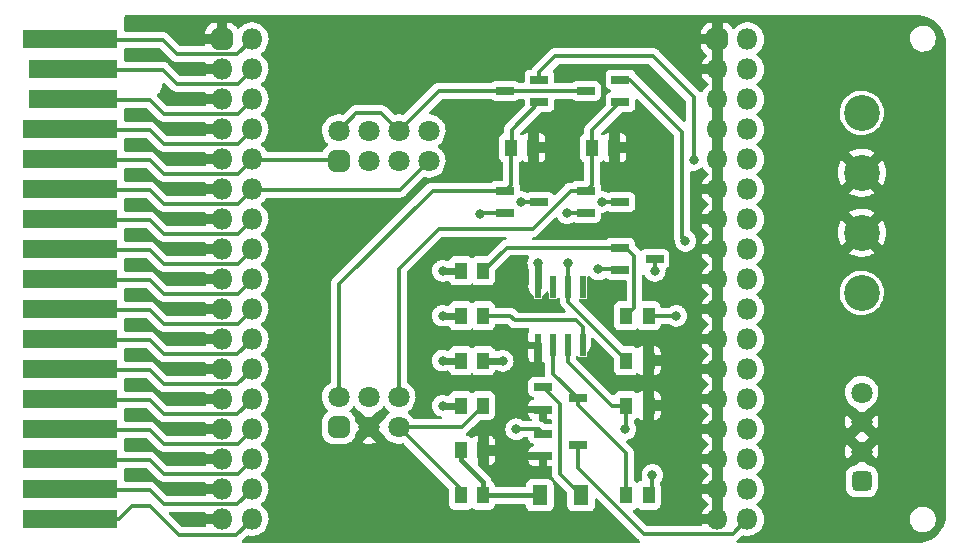
<source format=gbr>
%TF.GenerationSoftware,KiCad,Pcbnew,(6.0.5)*%
%TF.CreationDate,2023-02-06T04:07:18+00:00*%
%TF.ProjectId,AutoFloppySwitcher,4175746f-466c-46f7-9070-795377697463,rev?*%
%TF.SameCoordinates,Original*%
%TF.FileFunction,Copper,L1,Top*%
%TF.FilePolarity,Positive*%
%FSLAX46Y46*%
G04 Gerber Fmt 4.6, Leading zero omitted, Abs format (unit mm)*
G04 Created by KiCad (PCBNEW (6.0.5)) date 2023-02-06 04:07:18*
%MOMM*%
%LPD*%
G01*
G04 APERTURE LIST*
G04 Aperture macros list*
%AMRoundRect*
0 Rectangle with rounded corners*
0 $1 Rounding radius*
0 $2 $3 $4 $5 $6 $7 $8 $9 X,Y pos of 4 corners*
0 Add a 4 corners polygon primitive as box body*
4,1,4,$2,$3,$4,$5,$6,$7,$8,$9,$2,$3,0*
0 Add four circle primitives for the rounded corners*
1,1,$1+$1,$2,$3*
1,1,$1+$1,$4,$5*
1,1,$1+$1,$6,$7*
1,1,$1+$1,$8,$9*
0 Add four rect primitives between the rounded corners*
20,1,$1+$1,$2,$3,$4,$5,0*
20,1,$1+$1,$4,$5,$6,$7,0*
20,1,$1+$1,$6,$7,$8,$9,0*
20,1,$1+$1,$8,$9,$2,$3,0*%
G04 Aperture macros list end*
%TA.AperFunction,SMDPad,CuDef*%
%ADD10R,1.000000X1.450000*%
%TD*%
%TA.AperFunction,ComponentPad*%
%ADD11RoundRect,0.450000X0.450000X-0.450000X0.450000X0.450000X-0.450000X0.450000X-0.450000X-0.450000X0*%
%TD*%
%TA.AperFunction,ComponentPad*%
%ADD12C,1.800000*%
%TD*%
%TA.AperFunction,SMDPad,CuDef*%
%ADD13R,1.500000X0.650000*%
%TD*%
%TA.AperFunction,ConnectorPad*%
%ADD14R,8.000000X1.600000*%
%TD*%
%TA.AperFunction,ConnectorPad*%
%ADD15R,7.500000X1.550000*%
%TD*%
%TA.AperFunction,ComponentPad*%
%ADD16C,3.040000*%
%TD*%
%TA.AperFunction,SMDPad,CuDef*%
%ADD17R,1.300000X1.700000*%
%TD*%
%TA.AperFunction,ComponentPad*%
%ADD18RoundRect,0.450000X-0.450000X-0.450000X0.450000X-0.450000X0.450000X0.450000X-0.450000X0.450000X0*%
%TD*%
%TA.AperFunction,ComponentPad*%
%ADD19O,1.800000X1.800000*%
%TD*%
%TA.AperFunction,SMDPad,CuDef*%
%ADD20R,0.600000X1.950000*%
%TD*%
%TA.AperFunction,ComponentPad*%
%ADD21RoundRect,0.425000X0.425000X-0.425000X0.425000X0.425000X-0.425000X0.425000X-0.425000X-0.425000X0*%
%TD*%
%TA.AperFunction,ViaPad*%
%ADD22C,0.800000*%
%TD*%
%TA.AperFunction,Conductor*%
%ADD23C,0.300000*%
%TD*%
%TA.AperFunction,Conductor*%
%ADD24C,0.400000*%
%TD*%
%TA.AperFunction,Conductor*%
%ADD25C,0.350000*%
%TD*%
%TA.AperFunction,Conductor*%
%ADD26C,0.600000*%
%TD*%
G04 APERTURE END LIST*
D10*
%TO.P,C1,1*%
%TO.N,Net-(C1-Pad1)*%
X112050000Y-98000000D03*
%TO.P,C1,2*%
%TO.N,Net-(C1-Pad2)*%
X113950000Y-98000000D03*
%TD*%
%TO.P,R11,1*%
%TO.N,{slash}STEP*%
X127950000Y-82800000D03*
%TO.P,R11,2*%
%TO.N,Net-(Q4-Pad1)*%
X126050000Y-82800000D03*
%TD*%
%TO.P,R10,1*%
%TO.N,+5V*%
X112050000Y-79000000D03*
%TO.P,R10,2*%
%TO.N,Net-(Q4-Pad1)*%
X113950000Y-79000000D03*
%TD*%
%TO.P,R8,1*%
%TO.N,GND*%
X118203000Y-68580000D03*
%TO.P,R8,2*%
%TO.N,Floppy-Drive-A*%
X116303000Y-68580000D03*
%TD*%
D11*
%TO.P,SW1,1,A*%
%TO.N,Net-(C1-Pad1)*%
X101722000Y-92232500D03*
D12*
%TO.P,SW1,2,B*%
%TO.N,GND*%
X104262000Y-92232500D03*
%TO.P,SW1,3,C*%
%TO.N,Net-(C1-Pad1)*%
X106802000Y-92232500D03*
%TO.P,SW1,4,A*%
%TO.N,Floppy-Drive-A*%
X101722000Y-89692500D03*
%TO.P,SW1,5,B*%
%TO.N,Net-(R5-Pad2)*%
X104262000Y-89692500D03*
%TO.P,SW1,6,C*%
%TO.N,Floppy-Drive-B*%
X106802000Y-89692500D03*
%TD*%
D13*
%TO.P,Q2,1,G*%
%TO.N,Floppy-Drive-A*%
X118713000Y-64704000D03*
%TO.P,Q2,2,S*%
%TO.N,{slash}MOTEA-OUT*%
X118713000Y-62804000D03*
%TO.P,Q2,3,D*%
%TO.N,{slash}MOTOR-IN*%
X115793000Y-63754000D03*
%TD*%
%TO.P,Q6,1,G*%
%TO.N,Floppy-Drive-A*%
X115793000Y-72202000D03*
%TO.P,Q6,2,S*%
%TO.N,{slash}DRVSA-OUT*%
X115793000Y-74102000D03*
%TO.P,Q6,3,D*%
%TO.N,{slash}DRVSEL-IN*%
X118713000Y-73152000D03*
%TD*%
D14*
%TO.P,U4,2,/REDWC*%
%TO.N,{slash}REDWC*%
X78994000Y-59372500D03*
D15*
%TO.P,U4,4,N/C*%
%TO.N,N{slash}C 1*%
X79244000Y-61887500D03*
%TO.P,U4,6,N/C*%
%TO.N,N{slash}C 2*%
X79244000Y-64477500D03*
D14*
%TO.P,U4,8,/INDEX*%
%TO.N,{slash}INDEX*%
X78994000Y-66992500D03*
%TO.P,U4,10,/MOTEA*%
%TO.N,{slash}MOTEA-IN*%
X78994000Y-69532500D03*
%TO.P,U4,12,/DRBSB*%
%TO.N,{slash}DRBSB-IN*%
X78994000Y-72072500D03*
%TO.P,U4,14,/DRVSA*%
%TO.N,{slash}DRVSA-IN*%
X78994000Y-74612500D03*
%TO.P,U4,16,/MOTEB*%
%TO.N,{slash}MOTEB-IN*%
X78994000Y-77152500D03*
%TO.P,U4,18,/DIR*%
%TO.N,{slash}DIR*%
X78994000Y-79692500D03*
%TO.P,U4,20,/STEP*%
%TO.N,{slash}STEP*%
X78994000Y-82232500D03*
%TO.P,U4,22,/WDATE*%
%TO.N,{slash}WDATE*%
X78994000Y-84772500D03*
%TO.P,U4,24,/WGATE*%
%TO.N,{slash}WGATE*%
X78994000Y-87312500D03*
%TO.P,U4,26,/TRK00*%
%TO.N,{slash}TRK00*%
X78994000Y-89852500D03*
%TO.P,U4,28,/WPT*%
%TO.N,{slash}WPT*%
X78994000Y-92392500D03*
%TO.P,U4,30,/RDATA*%
%TO.N,{slash}RDATA*%
X78994000Y-94932500D03*
%TO.P,U4,32,/SIDE1*%
%TO.N,{slash}SIDE1*%
X78994000Y-97472500D03*
%TO.P,U4,34,/DSKCHG*%
%TO.N,{slash}DSKCHG*%
X78994000Y-100012500D03*
%TD*%
D10*
%TO.P,R3,1*%
%TO.N,+5V*%
X112050000Y-82800000D03*
%TO.P,R3,2*%
%TO.N,Net-(R3-Pad2)*%
X113950000Y-82800000D03*
%TD*%
%TO.P,R7,1*%
%TO.N,GND*%
X127950000Y-90400000D03*
%TO.P,R7,2*%
%TO.N,/DSKCHG-Pulldown*%
X126050000Y-90400000D03*
%TD*%
D16*
%TO.P,J3,1,Pin_1*%
%TO.N,+5V*%
X146000000Y-80855500D03*
%TO.P,J3,2,Pin_2*%
%TO.N,GND*%
X146000000Y-75775500D03*
%TO.P,J3,3,Pin_3*%
X146000000Y-70695500D03*
%TO.P,J3,4,Pin_4*%
%TO.N,+12V*%
X146000000Y-65615500D03*
%TD*%
D17*
%TO.P,D1,1,K*%
%TO.N,Net-(D1-Pad1)*%
X122242000Y-98000000D03*
%TO.P,D1,2,A*%
%TO.N,Net-(C1-Pad2)*%
X118742000Y-98000000D03*
%TD*%
D10*
%TO.P,R4,1*%
%TO.N,/555-Trigger*%
X126050000Y-98000000D03*
%TO.P,R4,2*%
%TO.N,+5V*%
X127950000Y-98000000D03*
%TD*%
D13*
%TO.P,Q5,1,G*%
%TO.N,/DSKCHG-Pulldown*%
X119032000Y-92776000D03*
%TO.P,Q5,2,S*%
%TO.N,GND*%
X119032000Y-94676000D03*
%TO.P,Q5,3,D*%
%TO.N,{slash}DSKCHG*%
X121952000Y-93726000D03*
%TD*%
%TO.P,Q3,1,G*%
%TO.N,Floppy-Drive-B*%
X125571000Y-64704000D03*
%TO.P,Q3,2,S*%
%TO.N,{slash}MOTEB-OUT*%
X125571000Y-62804000D03*
%TO.P,Q3,3,D*%
%TO.N,{slash}MOTOR-IN*%
X122651000Y-63754000D03*
%TD*%
%TO.P,Q7,1,G*%
%TO.N,Floppy-Drive-B*%
X122651000Y-72202000D03*
%TO.P,Q7,2,S*%
%TO.N,{slash}DRBSB-OUT*%
X122651000Y-74102000D03*
%TO.P,Q7,3,D*%
%TO.N,{slash}DRVSEL-IN*%
X125571000Y-73152000D03*
%TD*%
D11*
%TO.P,J1,1,Pin_1*%
%TO.N,{slash}MOTEA-IN*%
X101722000Y-69690000D03*
D12*
%TO.P,J1,2,Pin_2*%
%TO.N,{slash}MOTOR-IN*%
X101722000Y-67150000D03*
%TO.P,J1,3,Pin_3*%
%TO.N,{slash}DRVSA-IN*%
X104262000Y-69690000D03*
%TO.P,J1,4,Pin_4*%
%TO.N,{slash}DRVSEL-IN*%
X104262000Y-67150000D03*
%TO.P,J1,5,Pin_5*%
%TO.N,{slash}MOTEB-IN*%
X106802000Y-69690000D03*
%TO.P,J1,6,Pin_6*%
%TO.N,{slash}MOTOR-IN*%
X106802000Y-67150000D03*
%TO.P,J1,7,Pin_7*%
%TO.N,{slash}DRBSB-IN*%
X109342000Y-69690000D03*
%TO.P,J1,8,Pin_8*%
%TO.N,{slash}DRVSEL-IN*%
X109342000Y-67150000D03*
%TD*%
D10*
%TO.P,R6,1*%
%TO.N,GND*%
X127950000Y-86600000D03*
%TO.P,R6,2*%
%TO.N,/555-Release*%
X126050000Y-86600000D03*
%TD*%
%TO.P,R9,1*%
%TO.N,GND*%
X125061000Y-68580000D03*
%TO.P,R9,2*%
%TO.N,Floppy-Drive-B*%
X123161000Y-68580000D03*
%TD*%
D18*
%TO.P,U3,1,GND*%
%TO.N,GND*%
X133771000Y-59372500D03*
D19*
%TO.P,U3,2,/REDWC*%
%TO.N,{slash}REDWC*%
X136311000Y-59372500D03*
%TO.P,U3,3,GND*%
%TO.N,GND*%
X133771000Y-61912500D03*
%TO.P,U3,4,N/C*%
%TO.N,N{slash}C 1*%
X136311000Y-61912500D03*
%TO.P,U3,5,GND*%
%TO.N,GND*%
X133771000Y-64452500D03*
%TO.P,U3,6,N/C*%
%TO.N,N{slash}C 2*%
X136311000Y-64452500D03*
%TO.P,U3,7,GND*%
%TO.N,GND*%
X133771000Y-66992500D03*
%TO.P,U3,8,/INDEX*%
%TO.N,{slash}INDEX*%
X136311000Y-66992500D03*
%TO.P,U3,9,GND*%
%TO.N,GND*%
X133771000Y-69532500D03*
%TO.P,U3,10,/MOTEA*%
%TO.N,{slash}MOTEA-OUT*%
X136311000Y-69532500D03*
%TO.P,U3,11,GND*%
%TO.N,GND*%
X133771000Y-72072500D03*
%TO.P,U3,12,/DRBSB*%
%TO.N,{slash}DRBSB-OUT*%
X136311000Y-72072500D03*
%TO.P,U3,13,GND*%
%TO.N,GND*%
X133771000Y-74612500D03*
%TO.P,U3,14,/DRVSA*%
%TO.N,{slash}DRVSA-OUT*%
X136311000Y-74612500D03*
%TO.P,U3,15,GND*%
%TO.N,GND*%
X133771000Y-77152500D03*
%TO.P,U3,16,/MOTEB*%
%TO.N,{slash}MOTEB-OUT*%
X136311000Y-77152500D03*
%TO.P,U3,17,GND*%
%TO.N,GND*%
X133771000Y-79692500D03*
%TO.P,U3,18,/DIR*%
%TO.N,{slash}DIR*%
X136311000Y-79692500D03*
%TO.P,U3,19,GND*%
%TO.N,GND*%
X133771000Y-82232500D03*
%TO.P,U3,20,/STEP*%
%TO.N,{slash}STEP*%
X136311000Y-82232500D03*
%TO.P,U3,21,GND*%
%TO.N,GND*%
X133771000Y-84772500D03*
%TO.P,U3,22,/WDATE*%
%TO.N,{slash}WDATE*%
X136311000Y-84772500D03*
%TO.P,U3,23,GND*%
%TO.N,GND*%
X133771000Y-87312500D03*
%TO.P,U3,24,/WGATE*%
%TO.N,{slash}WGATE*%
X136311000Y-87312500D03*
%TO.P,U3,25,GND*%
%TO.N,GND*%
X133771000Y-89852500D03*
%TO.P,U3,26,/TRK00*%
%TO.N,{slash}TRK00*%
X136311000Y-89852500D03*
%TO.P,U3,27,GND*%
%TO.N,GND*%
X133771000Y-92392500D03*
%TO.P,U3,28,/WPT*%
%TO.N,{slash}WPT*%
X136311000Y-92392500D03*
%TO.P,U3,29,GND*%
%TO.N,GND*%
X133771000Y-94932500D03*
%TO.P,U3,30,/RDATA*%
%TO.N,{slash}RDATA*%
X136311000Y-94932500D03*
%TO.P,U3,31,GND*%
%TO.N,GND*%
X133771000Y-97472500D03*
%TO.P,U3,32,/SIDE1*%
%TO.N,{slash}SIDE1*%
X136311000Y-97472500D03*
%TO.P,U3,33,GND*%
%TO.N,GND*%
X133771000Y-100012500D03*
%TO.P,U3,34,/DSKCHG*%
%TO.N,{slash}DSKCHG*%
X136311000Y-100012500D03*
%TD*%
D10*
%TO.P,R1,1*%
%TO.N,+5V*%
X112050000Y-90400000D03*
%TO.P,R1,2*%
%TO.N,Net-(C1-Pad1)*%
X113950000Y-90400000D03*
%TD*%
D20*
%TO.P,U1,1,GND*%
%TO.N,GND*%
X118587000Y-85279000D03*
%TO.P,U1,2,TR*%
%TO.N,/555-Trigger*%
X119857000Y-85279000D03*
%TO.P,U1,3,Q*%
%TO.N,/DSKCHG-Pulldown*%
X121127000Y-85279000D03*
%TO.P,U1,4,R*%
%TO.N,Net-(R3-Pad2)*%
X122397000Y-85279000D03*
%TO.P,U1,5,CV*%
%TO.N,unconnected-(U1-Pad5)*%
X122397000Y-80329000D03*
%TO.P,U1,6,THR*%
%TO.N,/555-Release*%
X121127000Y-80329000D03*
%TO.P,U1,7,DIS*%
%TO.N,unconnected-(U1-Pad7)*%
X119857000Y-80329000D03*
%TO.P,U1,8,VCC*%
%TO.N,+5V*%
X118587000Y-80329000D03*
%TD*%
D10*
%TO.P,R2,1*%
%TO.N,Net-(C1-Pad2)*%
X112050000Y-94200000D03*
%TO.P,R2,2*%
%TO.N,GND*%
X113950000Y-94200000D03*
%TD*%
D13*
%TO.P,Q1,1,B*%
%TO.N,Net-(D1-Pad1)*%
X119032000Y-88839000D03*
%TO.P,Q1,2,E*%
%TO.N,GND*%
X119032000Y-90739000D03*
%TO.P,Q1,3,C*%
%TO.N,/555-Trigger*%
X121952000Y-89789000D03*
%TD*%
%TO.P,Q4,1,B*%
%TO.N,Net-(Q4-Pad1)*%
X125540000Y-77028000D03*
%TO.P,Q4,2,E*%
%TO.N,+5V*%
X125540000Y-78928000D03*
%TO.P,Q4,3,C*%
%TO.N,/555-Release*%
X128460000Y-77978000D03*
%TD*%
D18*
%TO.P,U2,1,GND*%
%TO.N,GND*%
X91816000Y-59372500D03*
D19*
%TO.P,U2,2,/REDWC*%
%TO.N,{slash}REDWC*%
X94356000Y-59372500D03*
%TO.P,U2,3,GND*%
%TO.N,GND*%
X91816000Y-61912500D03*
%TO.P,U2,4,N/C*%
%TO.N,N{slash}C 1*%
X94356000Y-61912500D03*
%TO.P,U2,5,GND*%
%TO.N,GND*%
X91816000Y-64452500D03*
%TO.P,U2,6,N/C*%
%TO.N,N{slash}C 2*%
X94356000Y-64452500D03*
%TO.P,U2,7,GND*%
%TO.N,GND*%
X91816000Y-66992500D03*
%TO.P,U2,8,/INDEX*%
%TO.N,{slash}INDEX*%
X94356000Y-66992500D03*
%TO.P,U2,9,GND*%
%TO.N,GND*%
X91816000Y-69532500D03*
%TO.P,U2,10,/MOTEA*%
%TO.N,{slash}MOTEA-IN*%
X94356000Y-69532500D03*
%TO.P,U2,11,GND*%
%TO.N,GND*%
X91816000Y-72072500D03*
%TO.P,U2,12,/DRBSB*%
%TO.N,{slash}DRBSB-IN*%
X94356000Y-72072500D03*
%TO.P,U2,13,GND*%
%TO.N,GND*%
X91816000Y-74612500D03*
%TO.P,U2,14,/DRVSA*%
%TO.N,{slash}DRVSA-IN*%
X94356000Y-74612500D03*
%TO.P,U2,15,GND*%
%TO.N,GND*%
X91816000Y-77152500D03*
%TO.P,U2,16,/MOTEB*%
%TO.N,{slash}MOTEB-IN*%
X94356000Y-77152500D03*
%TO.P,U2,17,GND*%
%TO.N,GND*%
X91816000Y-79692500D03*
%TO.P,U2,18,/DIR*%
%TO.N,{slash}DIR*%
X94356000Y-79692500D03*
%TO.P,U2,19,GND*%
%TO.N,GND*%
X91816000Y-82232500D03*
%TO.P,U2,20,/STEP*%
%TO.N,{slash}STEP*%
X94356000Y-82232500D03*
%TO.P,U2,21,GND*%
%TO.N,GND*%
X91816000Y-84772500D03*
%TO.P,U2,22,/WDATE*%
%TO.N,{slash}WDATE*%
X94356000Y-84772500D03*
%TO.P,U2,23,GND*%
%TO.N,GND*%
X91816000Y-87312500D03*
%TO.P,U2,24,/WGATE*%
%TO.N,{slash}WGATE*%
X94356000Y-87312500D03*
%TO.P,U2,25,GND*%
%TO.N,GND*%
X91816000Y-89852500D03*
%TO.P,U2,26,/TRK00*%
%TO.N,{slash}TRK00*%
X94356000Y-89852500D03*
%TO.P,U2,27,GND*%
%TO.N,GND*%
X91816000Y-92392500D03*
%TO.P,U2,28,/WPT*%
%TO.N,{slash}WPT*%
X94356000Y-92392500D03*
%TO.P,U2,29,GND*%
%TO.N,GND*%
X91816000Y-94932500D03*
%TO.P,U2,30,/RDATA*%
%TO.N,{slash}RDATA*%
X94356000Y-94932500D03*
%TO.P,U2,31,GND*%
%TO.N,GND*%
X91816000Y-97472500D03*
%TO.P,U2,32,/SIDE1*%
%TO.N,{slash}SIDE1*%
X94356000Y-97472500D03*
%TO.P,U2,33,GND*%
%TO.N,GND*%
X91816000Y-100012500D03*
%TO.P,U2,34,/DSKCHG*%
%TO.N,{slash}DSKCHG*%
X94356000Y-100012500D03*
%TD*%
D10*
%TO.P,R5,1*%
%TO.N,+5V*%
X112050000Y-86600000D03*
%TO.P,R5,2*%
%TO.N,Net-(R5-Pad2)*%
X113950000Y-86600000D03*
%TD*%
D21*
%TO.P,J2,1,Pin_1*%
%TO.N,+5V*%
X146000000Y-96807500D03*
D12*
%TO.P,J2,2,Pin_2*%
%TO.N,GND*%
X146000000Y-94307500D03*
%TO.P,J2,3,Pin_3*%
X146000000Y-91807500D03*
%TO.P,J2,4,Pin_4*%
%TO.N,+12V*%
X146000000Y-89307500D03*
%TD*%
D22*
%TO.N,{slash}DRVSEL-IN*%
X123984000Y-73152000D03*
X117126000Y-73152000D03*
%TO.N,GND*%
X97332800Y-97472500D03*
X97332800Y-100012500D03*
X128524000Y-69596000D03*
X120555000Y-68580000D03*
X97332800Y-94932500D03*
%TO.N,{slash}MOTEA-OUT*%
X131775200Y-69596000D03*
%TO.N,+5V*%
X123698000Y-78867000D03*
X118599200Y-78359000D03*
X110522000Y-82800000D03*
X128270000Y-96266000D03*
X110522000Y-86600000D03*
X110522000Y-90424000D03*
X110522000Y-78994000D03*
%TO.N,/555-Release*%
X121158000Y-78359000D03*
X128473200Y-79006500D03*
%TO.N,/DSKCHG-Pulldown*%
X125984000Y-92405200D03*
X116738400Y-92405200D03*
%TO.N,{slash}DRVSA-OUT*%
X113690400Y-74168000D03*
%TO.N,{slash}DRBSB-OUT*%
X121056400Y-74117200D03*
%TO.N,{slash}STEP*%
X130286511Y-82804000D03*
%TO.N,{slash}MOTEB-OUT*%
X131064000Y-76454000D03*
%TO.N,Net-(R5-Pad2)*%
X115602000Y-86614000D03*
%TD*%
D23*
%TO.N,Net-(C1-Pad1)*%
X112050000Y-97480500D02*
X112050000Y-98000000D01*
X106802000Y-92232500D02*
X112050000Y-97480500D01*
X112117500Y-92232500D02*
X106802000Y-92232500D01*
X113950000Y-90400000D02*
X112117500Y-92232500D01*
D24*
%TO.N,Net-(C1-Pad2)*%
X112050000Y-94200000D02*
X112050000Y-95000000D01*
X113950000Y-98000000D02*
X118742000Y-98000000D01*
X113950000Y-96900000D02*
X113950000Y-98000000D01*
X112050000Y-95000000D02*
X113950000Y-96900000D01*
D23*
%TO.N,{slash}MOTEA-IN*%
X94356000Y-69596000D02*
X101628000Y-69596000D01*
X86929000Y-70800000D02*
X85725000Y-69596000D01*
X101628000Y-69596000D02*
X101722000Y-69690000D01*
X93147000Y-70800000D02*
X86929000Y-70800000D01*
X85725000Y-69596000D02*
X78994000Y-69596000D01*
X94356000Y-69591000D02*
X93147000Y-70800000D01*
D25*
%TO.N,{slash}MOTOR-IN*%
X101722000Y-67152500D02*
X103215500Y-65659000D01*
X110200500Y-63754000D02*
X122651000Y-63754000D01*
X105308500Y-65659000D02*
X106802000Y-67152500D01*
X106802000Y-67152500D02*
X110200500Y-63754000D01*
X103215500Y-65659000D02*
X105308500Y-65659000D01*
D23*
%TO.N,{slash}DRVSA-IN*%
X93147000Y-75880000D02*
X94356000Y-74671000D01*
X85725000Y-74676000D02*
X86929000Y-75880000D01*
X86929000Y-75880000D02*
X93147000Y-75880000D01*
X78994000Y-74676000D02*
X85725000Y-74676000D01*
D25*
%TO.N,{slash}DRVSEL-IN*%
X123984000Y-73152000D02*
X125571000Y-73152000D01*
X117126000Y-73152000D02*
X118713000Y-73152000D01*
D23*
%TO.N,{slash}MOTEB-IN*%
X85725000Y-77216000D02*
X78994000Y-77216000D01*
X94356000Y-77211000D02*
X93147000Y-78420000D01*
X86929000Y-78420000D02*
X85725000Y-77216000D01*
X93147000Y-78420000D02*
X86929000Y-78420000D01*
%TO.N,{slash}DRBSB-IN*%
X94356000Y-72131000D02*
X93147000Y-73340000D01*
X106896000Y-72136000D02*
X109342000Y-69690000D01*
X85725000Y-72136000D02*
X78994000Y-72136000D01*
X86929000Y-73340000D02*
X85725000Y-72136000D01*
X94356000Y-72136000D02*
X106896000Y-72136000D01*
X93147000Y-73340000D02*
X86929000Y-73340000D01*
%TO.N,Net-(D1-Pad1)*%
X120450000Y-96208000D02*
X120450000Y-90257000D01*
X122242000Y-98000000D02*
X120450000Y-96208000D01*
X120450000Y-90257000D02*
X119032000Y-88839000D01*
%TO.N,/555-Trigger*%
X126050000Y-94427000D02*
X126050000Y-98000000D01*
X121952000Y-89789000D02*
X119857000Y-87694000D01*
X121952000Y-89789000D02*
X121952000Y-90329000D01*
X121952000Y-90329000D02*
X126050000Y-94427000D01*
X119857000Y-87694000D02*
X119857000Y-85279000D01*
D25*
%TO.N,Floppy-Drive-A*%
X116364000Y-68519000D02*
X116303000Y-68580000D01*
X118713000Y-64704000D02*
X116364000Y-67053000D01*
X116303000Y-68580000D02*
X116303000Y-71692000D01*
X115793000Y-72202000D02*
X109662000Y-72202000D01*
X101727000Y-89687500D02*
X101722000Y-89692500D01*
X109662000Y-72202000D02*
X101727000Y-80137000D01*
X101727000Y-80137000D02*
X101727000Y-89687500D01*
X116364000Y-67053000D02*
X116364000Y-68519000D01*
X116303000Y-71692000D02*
X115793000Y-72202000D01*
%TO.N,{slash}MOTEA-OUT*%
X120047000Y-60833000D02*
X118713000Y-62167000D01*
X118713000Y-62167000D02*
X118713000Y-62804000D01*
X128333000Y-60833000D02*
X120047000Y-60833000D01*
X131775200Y-64275200D02*
X128333000Y-60833000D01*
X131775200Y-69596000D02*
X131775200Y-64275200D01*
%TO.N,Floppy-Drive-B*%
X121363500Y-72202000D02*
X118127500Y-75438000D01*
X123161000Y-68580000D02*
X123161000Y-67114000D01*
X123161000Y-68580000D02*
X123161000Y-71692000D01*
X123161000Y-67114000D02*
X125571000Y-64704000D01*
X106807000Y-78803500D02*
X106807000Y-89687500D01*
X123161000Y-71692000D02*
X122651000Y-72202000D01*
X110172500Y-75438000D02*
X106807000Y-78803500D01*
X122651000Y-72202000D02*
X121363500Y-72202000D01*
X118127500Y-75438000D02*
X110172500Y-75438000D01*
X106807000Y-89687500D02*
X106802000Y-89692500D01*
D23*
%TO.N,Net-(Q4-Pad1)*%
X125540000Y-77028000D02*
X115922000Y-77028000D01*
X126050000Y-77028000D02*
X126746000Y-77724000D01*
X126746000Y-77724000D02*
X126746000Y-82104000D01*
X126746000Y-82104000D02*
X126050000Y-82800000D01*
X115922000Y-77028000D02*
X113950000Y-79000000D01*
X125540000Y-77028000D02*
X126050000Y-77028000D01*
D26*
%TO.N,+5V*%
X110522000Y-90424000D02*
X112026000Y-90424000D01*
X112026000Y-90424000D02*
X112050000Y-90400000D01*
X118599200Y-78384400D02*
X118599200Y-80316800D01*
X110522000Y-78994000D02*
X112044000Y-78994000D01*
D23*
X125479000Y-78867000D02*
X125540000Y-78928000D01*
X128270000Y-97680000D02*
X127950000Y-98000000D01*
D26*
X112044000Y-78994000D02*
X112050000Y-79000000D01*
X118599200Y-80316800D02*
X118587000Y-80329000D01*
D23*
X128270000Y-96266000D02*
X128270000Y-97680000D01*
D26*
X110522000Y-82800000D02*
X112050000Y-82800000D01*
D23*
X123698000Y-78867000D02*
X125479000Y-78867000D01*
D26*
X110522000Y-86600000D02*
X112050000Y-86600000D01*
D23*
%TO.N,/555-Release*%
X128473200Y-79006500D02*
X128460000Y-78993300D01*
X126050000Y-86521000D02*
X126050000Y-86600000D01*
X121127000Y-81598000D02*
X126050000Y-86521000D01*
X121127000Y-80329000D02*
X121127000Y-81598000D01*
X121127000Y-80329000D02*
X121127000Y-78390000D01*
X121127000Y-78390000D02*
X121158000Y-78359000D01*
X128460000Y-78993300D02*
X128460000Y-77978000D01*
%TO.N,/DSKCHG-Pulldown*%
X118661200Y-92405200D02*
X119032000Y-92776000D01*
X126050000Y-90400000D02*
X126050000Y-92339200D01*
X121127000Y-86678000D02*
X124849000Y-90400000D01*
X124849000Y-90400000D02*
X126050000Y-90400000D01*
X121127000Y-85279000D02*
X121127000Y-86678000D01*
X116738400Y-92405200D02*
X118661200Y-92405200D01*
X126050000Y-92339200D02*
X125984000Y-92405200D01*
%TO.N,{slash}DSKCHG*%
X84175600Y-98907600D02*
X85699600Y-98907600D01*
X135061489Y-101262011D02*
X136311000Y-100012500D01*
X121952000Y-93726000D02*
X121952000Y-95662000D01*
X127552011Y-101262011D02*
X135061489Y-101262011D01*
X88162000Y-101370000D02*
X93057000Y-101370000D01*
X78994000Y-100012500D02*
X83070700Y-100012500D01*
X93057000Y-101370000D02*
X94356000Y-100071000D01*
X78994000Y-100076000D02*
X78994000Y-100012500D01*
X85699600Y-98907600D02*
X88162000Y-101370000D01*
X83070700Y-100012500D02*
X84175600Y-98907600D01*
X121952000Y-95662000D02*
X127552011Y-101262011D01*
%TO.N,{slash}DRVSA-OUT*%
X115793000Y-74102000D02*
X113756400Y-74102000D01*
X113756400Y-74102000D02*
X113690400Y-74168000D01*
%TO.N,{slash}DRBSB-OUT*%
X121071600Y-74102000D02*
X121056400Y-74117200D01*
X122651000Y-74102000D02*
X121071600Y-74102000D01*
%TO.N,Net-(R3-Pad2)*%
X121825000Y-83185000D02*
X122397000Y-83757000D01*
X116233000Y-82800000D02*
X116618000Y-83185000D01*
X113950000Y-82800000D02*
X116233000Y-82800000D01*
X116618000Y-83185000D02*
X121825000Y-83185000D01*
X122397000Y-83757000D02*
X122397000Y-85279000D01*
%TO.N,{slash}STEP*%
X85725000Y-82296000D02*
X78994000Y-82296000D01*
X94356000Y-82291000D02*
X93147000Y-83500000D01*
X130282511Y-82800000D02*
X130286511Y-82804000D01*
X86929000Y-83500000D02*
X85725000Y-82296000D01*
X93147000Y-83500000D02*
X86929000Y-83500000D01*
X127950000Y-82800000D02*
X130282511Y-82800000D01*
D25*
%TO.N,{slash}MOTEB-OUT*%
X130810000Y-67259200D02*
X126354800Y-62804000D01*
X130810000Y-76200000D02*
X130810000Y-67259200D01*
X126354800Y-62804000D02*
X125571000Y-62804000D01*
X131064000Y-76454000D02*
X130810000Y-76200000D01*
D23*
%TO.N,{slash}REDWC*%
X86816000Y-59436000D02*
X88030000Y-60650000D01*
X93137000Y-60650000D02*
X94356000Y-59431000D01*
X88030000Y-60650000D02*
X93137000Y-60650000D01*
X78994000Y-59436000D02*
X86816000Y-59436000D01*
%TO.N,{slash}INDEX*%
X94356000Y-67051000D02*
X93147000Y-68260000D01*
X93147000Y-68260000D02*
X86929000Y-68260000D01*
X85725000Y-67056000D02*
X78994000Y-67056000D01*
X86929000Y-68260000D02*
X85725000Y-67056000D01*
%TO.N,{slash}DIR*%
X93147000Y-80960000D02*
X86929000Y-80960000D01*
X94356000Y-79751000D02*
X93147000Y-80960000D01*
X85725000Y-79756000D02*
X78994000Y-79756000D01*
X86929000Y-80960000D02*
X85725000Y-79756000D01*
%TO.N,{slash}WDATE*%
X86939000Y-86050000D02*
X85725000Y-84836000D01*
X94356000Y-84831000D02*
X93137000Y-86050000D01*
X93137000Y-86050000D02*
X86939000Y-86050000D01*
X85725000Y-84836000D02*
X78994000Y-84836000D01*
%TO.N,{slash}WGATE*%
X94356000Y-87371000D02*
X93137000Y-88590000D01*
X93137000Y-88590000D02*
X86939000Y-88590000D01*
X86939000Y-88590000D02*
X85725000Y-87376000D01*
X85725000Y-87376000D02*
X78994000Y-87376000D01*
%TO.N,{slash}TRK00*%
X94356000Y-89911000D02*
X93137000Y-91130000D01*
X86939000Y-91130000D02*
X85725000Y-89916000D01*
X85725000Y-89916000D02*
X78994000Y-89916000D01*
X93137000Y-91130000D02*
X86939000Y-91130000D01*
%TO.N,{slash}WPT*%
X94356000Y-92451000D02*
X93147000Y-93660000D01*
X86929000Y-93660000D02*
X85725000Y-92456000D01*
X93147000Y-93660000D02*
X86929000Y-93660000D01*
X85725000Y-92456000D02*
X78994000Y-92456000D01*
%TO.N,{slash}RDATA*%
X93147000Y-96200000D02*
X86929000Y-96200000D01*
X86929000Y-96200000D02*
X85725000Y-94996000D01*
X85725000Y-94996000D02*
X78994000Y-94996000D01*
X94356000Y-94991000D02*
X93147000Y-96200000D01*
%TO.N,{slash}SIDE1*%
X86939000Y-98750000D02*
X85725000Y-97536000D01*
X93137000Y-98750000D02*
X86939000Y-98750000D01*
X85725000Y-97536000D02*
X78994000Y-97536000D01*
X94356000Y-97531000D02*
X93137000Y-98750000D01*
D26*
%TO.N,Net-(R5-Pad2)*%
X115588000Y-86600000D02*
X115602000Y-86614000D01*
X113950000Y-86600000D02*
X115588000Y-86600000D01*
D23*
%TO.N,N{slash}C 1*%
X93152000Y-63175000D02*
X88035000Y-63175000D01*
X88035000Y-63175000D02*
X86836000Y-61976000D01*
X94356000Y-61971000D02*
X93152000Y-63175000D01*
X86836000Y-61976000D02*
X78994000Y-61976000D01*
%TO.N,N{slash}C 2*%
X86929000Y-65720000D02*
X85725000Y-64516000D01*
X94356000Y-64511000D02*
X93147000Y-65720000D01*
X93147000Y-65720000D02*
X86929000Y-65720000D01*
X85725000Y-64516000D02*
X78994000Y-64516000D01*
%TD*%
%TA.AperFunction,Conductor*%
%TO.N,GND*%
G36*
X90424708Y-99428502D02*
G01*
X90471201Y-99482158D01*
X90481305Y-99552432D01*
X90478005Y-99568171D01*
X90470553Y-99595042D01*
X90470766Y-99609144D01*
X90478417Y-99612500D01*
X91397885Y-99612500D01*
X91413124Y-99608025D01*
X91414329Y-99606635D01*
X91416000Y-99598952D01*
X91416000Y-99534500D01*
X91436002Y-99466379D01*
X91489658Y-99419886D01*
X91542000Y-99408500D01*
X92090000Y-99408500D01*
X92158121Y-99428502D01*
X92204614Y-99482158D01*
X92216000Y-99534500D01*
X92216000Y-100286500D01*
X92195998Y-100354621D01*
X92142342Y-100401114D01*
X92090000Y-100412500D01*
X90480870Y-100412500D01*
X90467339Y-100416473D01*
X90465902Y-100426466D01*
X90466687Y-100429946D01*
X90469771Y-100439787D01*
X90509690Y-100538095D01*
X90516787Y-100608736D01*
X90484566Y-100672000D01*
X90423256Y-100707801D01*
X90392948Y-100711500D01*
X88486949Y-100711500D01*
X88418828Y-100691498D01*
X88397854Y-100674595D01*
X87346855Y-99623595D01*
X87312829Y-99561283D01*
X87317894Y-99490467D01*
X87360441Y-99433632D01*
X87426961Y-99408821D01*
X87435950Y-99408500D01*
X90356587Y-99408500D01*
X90424708Y-99428502D01*
G37*
%TD.AperFunction*%
%TA.AperFunction,Conductor*%
G36*
X85468171Y-95674502D02*
G01*
X85489145Y-95691405D01*
X86405345Y-96607605D01*
X86413335Y-96616385D01*
X86417584Y-96623080D01*
X86423362Y-96628506D01*
X86423363Y-96628507D01*
X86469257Y-96671604D01*
X86472099Y-96674359D01*
X86492667Y-96694927D01*
X86496170Y-96697644D01*
X86505195Y-96705352D01*
X86538867Y-96736972D01*
X86545818Y-96740793D01*
X86545819Y-96740794D01*
X86557658Y-96747303D01*
X86574182Y-96758157D01*
X86584865Y-96766443D01*
X86591132Y-96771304D01*
X86598407Y-96774452D01*
X86633536Y-96789654D01*
X86644181Y-96794869D01*
X86684663Y-96817124D01*
X86692337Y-96819094D01*
X86692344Y-96819097D01*
X86705426Y-96822455D01*
X86724134Y-96828860D01*
X86743823Y-96837380D01*
X86751649Y-96838619D01*
X86751651Y-96838620D01*
X86776159Y-96842501D01*
X86789459Y-96844608D01*
X86801070Y-96847012D01*
X86832107Y-96854981D01*
X86838135Y-96856529D01*
X86838136Y-96856529D01*
X86845812Y-96858500D01*
X86867258Y-96858500D01*
X86886968Y-96860051D01*
X86900322Y-96862166D01*
X86900323Y-96862166D01*
X86908152Y-96863406D01*
X86954141Y-96859059D01*
X86965996Y-96858500D01*
X90359361Y-96858500D01*
X90427482Y-96878502D01*
X90473975Y-96932158D01*
X90484079Y-97002432D01*
X90480778Y-97018173D01*
X90470553Y-97055042D01*
X90470766Y-97069144D01*
X90478417Y-97072500D01*
X91397885Y-97072500D01*
X91413124Y-97068025D01*
X91414329Y-97066635D01*
X91416000Y-97058952D01*
X91416000Y-96984500D01*
X91436002Y-96916379D01*
X91489658Y-96869886D01*
X91542000Y-96858500D01*
X92090000Y-96858500D01*
X92158121Y-96878502D01*
X92204614Y-96932158D01*
X92216000Y-96984500D01*
X92216000Y-97965500D01*
X92195998Y-98033621D01*
X92142342Y-98080114D01*
X92090000Y-98091500D01*
X91542000Y-98091500D01*
X91473879Y-98071498D01*
X91427386Y-98017842D01*
X91416000Y-97965500D01*
X91416000Y-97890615D01*
X91411525Y-97875376D01*
X91410135Y-97874171D01*
X91402452Y-97872500D01*
X90480870Y-97872500D01*
X90467339Y-97876473D01*
X90465902Y-97886466D01*
X90466687Y-97889946D01*
X90469771Y-97899787D01*
X90477205Y-97918095D01*
X90484302Y-97988736D01*
X90452081Y-98052000D01*
X90390772Y-98087800D01*
X90360463Y-98091500D01*
X87263949Y-98091500D01*
X87195828Y-98071498D01*
X87174854Y-98054595D01*
X86248655Y-97128396D01*
X86240663Y-97119613D01*
X86240663Y-97119612D01*
X86236416Y-97112920D01*
X86184741Y-97064394D01*
X86181900Y-97061640D01*
X86161333Y-97041073D01*
X86157826Y-97038353D01*
X86148804Y-97030647D01*
X86115133Y-96999028D01*
X86108181Y-96995206D01*
X86096342Y-96988697D01*
X86079818Y-96977843D01*
X86069132Y-96969555D01*
X86062868Y-96964696D01*
X86055596Y-96961549D01*
X86055594Y-96961548D01*
X86020465Y-96946346D01*
X86009805Y-96941124D01*
X85976284Y-96922695D01*
X85976282Y-96922694D01*
X85969337Y-96918876D01*
X85948559Y-96913541D01*
X85929869Y-96907142D01*
X85910176Y-96898620D01*
X85864552Y-96891394D01*
X85852929Y-96888987D01*
X85824928Y-96881798D01*
X85808188Y-96877500D01*
X85786741Y-96877500D01*
X85767031Y-96875949D01*
X85753677Y-96873834D01*
X85745848Y-96872594D01*
X85699859Y-96876941D01*
X85688004Y-96877500D01*
X83692000Y-96877500D01*
X83623879Y-96857498D01*
X83577386Y-96803842D01*
X83566000Y-96751500D01*
X83566000Y-95780500D01*
X83586002Y-95712379D01*
X83639658Y-95665886D01*
X83692000Y-95654500D01*
X85400050Y-95654500D01*
X85468171Y-95674502D01*
G37*
%TD.AperFunction*%
%TA.AperFunction,Conductor*%
G36*
X85468171Y-93134502D02*
G01*
X85489145Y-93151405D01*
X86405345Y-94067605D01*
X86413335Y-94076385D01*
X86417584Y-94083080D01*
X86423362Y-94088506D01*
X86423363Y-94088507D01*
X86469257Y-94131604D01*
X86472099Y-94134359D01*
X86492667Y-94154927D01*
X86496170Y-94157644D01*
X86505195Y-94165352D01*
X86538867Y-94196972D01*
X86545818Y-94200793D01*
X86545819Y-94200794D01*
X86557658Y-94207303D01*
X86574182Y-94218157D01*
X86584865Y-94226443D01*
X86591132Y-94231304D01*
X86598407Y-94234452D01*
X86633536Y-94249654D01*
X86644181Y-94254869D01*
X86684663Y-94277124D01*
X86692337Y-94279094D01*
X86692344Y-94279097D01*
X86705426Y-94282455D01*
X86724134Y-94288860D01*
X86743823Y-94297380D01*
X86751649Y-94298619D01*
X86751651Y-94298620D01*
X86776159Y-94302501D01*
X86789459Y-94304608D01*
X86801070Y-94307012D01*
X86832107Y-94314981D01*
X86838135Y-94316529D01*
X86838136Y-94316529D01*
X86845812Y-94318500D01*
X86867258Y-94318500D01*
X86886968Y-94320051D01*
X86900322Y-94322166D01*
X86900323Y-94322166D01*
X86908152Y-94323406D01*
X86954141Y-94319059D01*
X86965996Y-94318500D01*
X90359361Y-94318500D01*
X90427482Y-94338502D01*
X90473975Y-94392158D01*
X90484079Y-94462432D01*
X90480778Y-94478173D01*
X90470553Y-94515042D01*
X90470766Y-94529144D01*
X90478417Y-94532500D01*
X91397885Y-94532500D01*
X91413124Y-94528025D01*
X91414329Y-94526635D01*
X91416000Y-94518952D01*
X91416000Y-94444500D01*
X91436002Y-94376379D01*
X91489658Y-94329886D01*
X91542000Y-94318500D01*
X92090000Y-94318500D01*
X92158121Y-94338502D01*
X92204614Y-94392158D01*
X92216000Y-94444500D01*
X92216000Y-95415500D01*
X92195998Y-95483621D01*
X92142342Y-95530114D01*
X92090000Y-95541500D01*
X91542000Y-95541500D01*
X91473879Y-95521498D01*
X91427386Y-95467842D01*
X91416000Y-95415500D01*
X91416000Y-95350615D01*
X91411525Y-95335376D01*
X91410135Y-95334171D01*
X91402452Y-95332500D01*
X90480870Y-95332500D01*
X90467339Y-95336473D01*
X90465902Y-95346466D01*
X90466688Y-95349951D01*
X90469770Y-95359786D01*
X90473143Y-95368093D01*
X90480241Y-95438733D01*
X90448021Y-95501998D01*
X90386713Y-95537800D01*
X90356402Y-95541500D01*
X87253950Y-95541500D01*
X87185829Y-95521498D01*
X87164855Y-95504595D01*
X86248655Y-94588395D01*
X86240665Y-94579615D01*
X86240663Y-94579613D01*
X86236416Y-94572920D01*
X86184742Y-94524395D01*
X86181901Y-94521641D01*
X86161333Y-94501073D01*
X86157826Y-94498353D01*
X86148804Y-94490647D01*
X86115133Y-94459028D01*
X86108181Y-94455206D01*
X86096342Y-94448697D01*
X86079818Y-94437843D01*
X86069132Y-94429555D01*
X86062868Y-94424696D01*
X86055596Y-94421549D01*
X86055594Y-94421548D01*
X86020465Y-94406346D01*
X86009805Y-94401124D01*
X85976284Y-94382695D01*
X85976282Y-94382694D01*
X85969337Y-94378876D01*
X85948559Y-94373541D01*
X85929869Y-94367142D01*
X85910176Y-94358620D01*
X85864552Y-94351394D01*
X85852929Y-94348987D01*
X85824928Y-94341798D01*
X85808188Y-94337500D01*
X85786741Y-94337500D01*
X85767031Y-94335949D01*
X85753677Y-94333834D01*
X85745848Y-94332594D01*
X85699859Y-94336941D01*
X85688004Y-94337500D01*
X83692000Y-94337500D01*
X83623879Y-94317498D01*
X83577386Y-94263842D01*
X83566000Y-94211500D01*
X83566000Y-93240500D01*
X83586002Y-93172379D01*
X83639658Y-93125886D01*
X83692000Y-93114500D01*
X85400050Y-93114500D01*
X85468171Y-93134502D01*
G37*
%TD.AperFunction*%
%TA.AperFunction,Conductor*%
G36*
X85468170Y-90594502D02*
G01*
X85489144Y-90611404D01*
X86415345Y-91537604D01*
X86423335Y-91546385D01*
X86427584Y-91553080D01*
X86433362Y-91558506D01*
X86433363Y-91558507D01*
X86479273Y-91601619D01*
X86482115Y-91604374D01*
X86502667Y-91624926D01*
X86505801Y-91627357D01*
X86506163Y-91627638D01*
X86515191Y-91635348D01*
X86548867Y-91666972D01*
X86555818Y-91670793D01*
X86555819Y-91670794D01*
X86567655Y-91677301D01*
X86584183Y-91688157D01*
X86601131Y-91701304D01*
X86643545Y-91719659D01*
X86654183Y-91724871D01*
X86694663Y-91747124D01*
X86702340Y-91749095D01*
X86702345Y-91749097D01*
X86715426Y-91752455D01*
X86734134Y-91758860D01*
X86753823Y-91767380D01*
X86761649Y-91768619D01*
X86761651Y-91768620D01*
X86786159Y-91772501D01*
X86799459Y-91774608D01*
X86811070Y-91777012D01*
X86842107Y-91784981D01*
X86848135Y-91786529D01*
X86848136Y-91786529D01*
X86855812Y-91788500D01*
X86877258Y-91788500D01*
X86896968Y-91790051D01*
X86918151Y-91793406D01*
X86964140Y-91789059D01*
X86975995Y-91788500D01*
X90356587Y-91788500D01*
X90424708Y-91808502D01*
X90471201Y-91862158D01*
X90481305Y-91932432D01*
X90478005Y-91948171D01*
X90470553Y-91975042D01*
X90470766Y-91989144D01*
X90478417Y-91992500D01*
X91397885Y-91992500D01*
X91413124Y-91988025D01*
X91414329Y-91986635D01*
X91416000Y-91978952D01*
X91416000Y-91914500D01*
X91436002Y-91846379D01*
X91489658Y-91799886D01*
X91542000Y-91788500D01*
X92090000Y-91788500D01*
X92158121Y-91808502D01*
X92204614Y-91862158D01*
X92216000Y-91914500D01*
X92216000Y-92875500D01*
X92195998Y-92943621D01*
X92142342Y-92990114D01*
X92090000Y-93001500D01*
X91542000Y-93001500D01*
X91473879Y-92981498D01*
X91427386Y-92927842D01*
X91416000Y-92875500D01*
X91416000Y-92810615D01*
X91411525Y-92795376D01*
X91410135Y-92794171D01*
X91402452Y-92792500D01*
X90480870Y-92792500D01*
X90467339Y-92796473D01*
X90465902Y-92806466D01*
X90466688Y-92809951D01*
X90469770Y-92819786D01*
X90473143Y-92828093D01*
X90480241Y-92898733D01*
X90448021Y-92961998D01*
X90386713Y-92997800D01*
X90356402Y-93001500D01*
X87253950Y-93001500D01*
X87185829Y-92981498D01*
X87164855Y-92964595D01*
X86248655Y-92048395D01*
X86240665Y-92039615D01*
X86240663Y-92039613D01*
X86236416Y-92032920D01*
X86184742Y-91984395D01*
X86181901Y-91981641D01*
X86161333Y-91961073D01*
X86157826Y-91958353D01*
X86148804Y-91950647D01*
X86146167Y-91948171D01*
X86115133Y-91919028D01*
X86108181Y-91915206D01*
X86096342Y-91908697D01*
X86079818Y-91897843D01*
X86069132Y-91889555D01*
X86062868Y-91884696D01*
X86055596Y-91881549D01*
X86055594Y-91881548D01*
X86020465Y-91866346D01*
X86009805Y-91861124D01*
X85976284Y-91842695D01*
X85976282Y-91842694D01*
X85969337Y-91838876D01*
X85948559Y-91833541D01*
X85929869Y-91827142D01*
X85910176Y-91818620D01*
X85864552Y-91811394D01*
X85852929Y-91808987D01*
X85817481Y-91799886D01*
X85808188Y-91797500D01*
X85786741Y-91797500D01*
X85767031Y-91795949D01*
X85753677Y-91793834D01*
X85745848Y-91792594D01*
X85699859Y-91796941D01*
X85688004Y-91797500D01*
X83692000Y-91797500D01*
X83623879Y-91777498D01*
X83577386Y-91723842D01*
X83566000Y-91671500D01*
X83566000Y-90700500D01*
X83586002Y-90632379D01*
X83639658Y-90585886D01*
X83692000Y-90574500D01*
X85400049Y-90574500D01*
X85468170Y-90594502D01*
G37*
%TD.AperFunction*%
%TA.AperFunction,Conductor*%
G36*
X85468170Y-88054502D02*
G01*
X85489144Y-88071404D01*
X86415345Y-88997604D01*
X86423335Y-89006385D01*
X86427584Y-89013080D01*
X86433362Y-89018506D01*
X86433363Y-89018507D01*
X86479273Y-89061619D01*
X86482115Y-89064374D01*
X86502667Y-89084926D01*
X86505801Y-89087357D01*
X86506163Y-89087638D01*
X86515191Y-89095348D01*
X86548867Y-89126972D01*
X86555818Y-89130793D01*
X86555819Y-89130794D01*
X86567655Y-89137301D01*
X86584183Y-89148157D01*
X86601131Y-89161304D01*
X86643545Y-89179659D01*
X86654183Y-89184871D01*
X86694663Y-89207124D01*
X86702340Y-89209095D01*
X86702345Y-89209097D01*
X86715426Y-89212455D01*
X86734134Y-89218860D01*
X86753823Y-89227380D01*
X86761649Y-89228619D01*
X86761651Y-89228620D01*
X86786159Y-89232501D01*
X86799459Y-89234608D01*
X86811070Y-89237012D01*
X86842107Y-89244981D01*
X86848135Y-89246529D01*
X86848136Y-89246529D01*
X86855812Y-89248500D01*
X86877258Y-89248500D01*
X86896968Y-89250051D01*
X86918151Y-89253406D01*
X86964140Y-89249059D01*
X86975995Y-89248500D01*
X90356587Y-89248500D01*
X90424708Y-89268502D01*
X90471201Y-89322158D01*
X90481305Y-89392432D01*
X90478005Y-89408171D01*
X90470553Y-89435042D01*
X90470766Y-89449144D01*
X90478417Y-89452500D01*
X91397885Y-89452500D01*
X91413124Y-89448025D01*
X91414329Y-89446635D01*
X91416000Y-89438952D01*
X91416000Y-89374500D01*
X91436002Y-89306379D01*
X91489658Y-89259886D01*
X91542000Y-89248500D01*
X92090000Y-89248500D01*
X92158121Y-89268502D01*
X92204614Y-89322158D01*
X92216000Y-89374500D01*
X92216000Y-90345500D01*
X92195998Y-90413621D01*
X92142342Y-90460114D01*
X92090000Y-90471500D01*
X91542000Y-90471500D01*
X91473879Y-90451498D01*
X91427386Y-90397842D01*
X91416000Y-90345500D01*
X91416000Y-90270615D01*
X91411525Y-90255376D01*
X91410135Y-90254171D01*
X91402452Y-90252500D01*
X90480870Y-90252500D01*
X90467339Y-90256473D01*
X90465902Y-90266466D01*
X90466687Y-90269946D01*
X90469771Y-90279787D01*
X90477205Y-90298095D01*
X90484302Y-90368736D01*
X90452081Y-90432000D01*
X90390772Y-90467800D01*
X90360463Y-90471500D01*
X87263949Y-90471500D01*
X87195828Y-90451498D01*
X87174854Y-90434595D01*
X86248655Y-89508396D01*
X86240663Y-89499613D01*
X86240663Y-89499612D01*
X86236416Y-89492920D01*
X86184741Y-89444394D01*
X86181900Y-89441640D01*
X86161333Y-89421073D01*
X86157826Y-89418353D01*
X86148804Y-89410647D01*
X86146167Y-89408171D01*
X86115133Y-89379028D01*
X86108181Y-89375206D01*
X86096342Y-89368697D01*
X86079818Y-89357843D01*
X86069132Y-89349555D01*
X86062868Y-89344696D01*
X86055596Y-89341549D01*
X86055594Y-89341548D01*
X86020465Y-89326346D01*
X86009805Y-89321124D01*
X85976284Y-89302695D01*
X85976282Y-89302694D01*
X85969337Y-89298876D01*
X85948559Y-89293541D01*
X85929869Y-89287142D01*
X85910176Y-89278620D01*
X85864552Y-89271394D01*
X85852929Y-89268987D01*
X85817481Y-89259886D01*
X85808188Y-89257500D01*
X85786741Y-89257500D01*
X85767031Y-89255949D01*
X85753677Y-89253834D01*
X85745848Y-89252594D01*
X85699859Y-89256941D01*
X85688004Y-89257500D01*
X83692000Y-89257500D01*
X83623879Y-89237498D01*
X83577386Y-89183842D01*
X83566000Y-89131500D01*
X83566000Y-88160500D01*
X83586002Y-88092379D01*
X83639658Y-88045886D01*
X83692000Y-88034500D01*
X85400049Y-88034500D01*
X85468170Y-88054502D01*
G37*
%TD.AperFunction*%
%TA.AperFunction,Conductor*%
G36*
X85468170Y-85514502D02*
G01*
X85489144Y-85531404D01*
X86415345Y-86457604D01*
X86423335Y-86466385D01*
X86427584Y-86473080D01*
X86433362Y-86478506D01*
X86433363Y-86478507D01*
X86479273Y-86521619D01*
X86482115Y-86524374D01*
X86502667Y-86544926D01*
X86505801Y-86547357D01*
X86506163Y-86547638D01*
X86515191Y-86555348D01*
X86548867Y-86586972D01*
X86555818Y-86590793D01*
X86555819Y-86590794D01*
X86567655Y-86597301D01*
X86584183Y-86608157D01*
X86601131Y-86621304D01*
X86643545Y-86639659D01*
X86654183Y-86644871D01*
X86694663Y-86667124D01*
X86702340Y-86669095D01*
X86702345Y-86669097D01*
X86715426Y-86672455D01*
X86734134Y-86678860D01*
X86753823Y-86687380D01*
X86761649Y-86688619D01*
X86761651Y-86688620D01*
X86786159Y-86692501D01*
X86799459Y-86694608D01*
X86811070Y-86697012D01*
X86842107Y-86704981D01*
X86848135Y-86706529D01*
X86848136Y-86706529D01*
X86855812Y-86708500D01*
X86877258Y-86708500D01*
X86896968Y-86710051D01*
X86918151Y-86713406D01*
X86964140Y-86709059D01*
X86975995Y-86708500D01*
X90356587Y-86708500D01*
X90424708Y-86728502D01*
X90471201Y-86782158D01*
X90481305Y-86852432D01*
X90478005Y-86868171D01*
X90470553Y-86895042D01*
X90470766Y-86909144D01*
X90478417Y-86912500D01*
X91397885Y-86912500D01*
X91413124Y-86908025D01*
X91414329Y-86906635D01*
X91416000Y-86898952D01*
X91416000Y-86834500D01*
X91436002Y-86766379D01*
X91489658Y-86719886D01*
X91542000Y-86708500D01*
X92090000Y-86708500D01*
X92158121Y-86728502D01*
X92204614Y-86782158D01*
X92216000Y-86834500D01*
X92216000Y-87805500D01*
X92195998Y-87873621D01*
X92142342Y-87920114D01*
X92090000Y-87931500D01*
X91542000Y-87931500D01*
X91473879Y-87911498D01*
X91427386Y-87857842D01*
X91416000Y-87805500D01*
X91416000Y-87730615D01*
X91411525Y-87715376D01*
X91410135Y-87714171D01*
X91402452Y-87712500D01*
X90480870Y-87712500D01*
X90467339Y-87716473D01*
X90465902Y-87726466D01*
X90466687Y-87729946D01*
X90469771Y-87739787D01*
X90477205Y-87758095D01*
X90484302Y-87828736D01*
X90452081Y-87892000D01*
X90390772Y-87927800D01*
X90360463Y-87931500D01*
X87263949Y-87931500D01*
X87195828Y-87911498D01*
X87174854Y-87894595D01*
X86248655Y-86968396D01*
X86240663Y-86959613D01*
X86240663Y-86959612D01*
X86236416Y-86952920D01*
X86184741Y-86904394D01*
X86181900Y-86901640D01*
X86161333Y-86881073D01*
X86157826Y-86878353D01*
X86148804Y-86870647D01*
X86146167Y-86868171D01*
X86115133Y-86839028D01*
X86108181Y-86835206D01*
X86096342Y-86828697D01*
X86079818Y-86817843D01*
X86069132Y-86809555D01*
X86062868Y-86804696D01*
X86055596Y-86801549D01*
X86055594Y-86801548D01*
X86020465Y-86786346D01*
X86009805Y-86781124D01*
X85976284Y-86762695D01*
X85976282Y-86762694D01*
X85969337Y-86758876D01*
X85948559Y-86753541D01*
X85929869Y-86747142D01*
X85910176Y-86738620D01*
X85864552Y-86731394D01*
X85852929Y-86728987D01*
X85817481Y-86719886D01*
X85808188Y-86717500D01*
X85786741Y-86717500D01*
X85767031Y-86715949D01*
X85753677Y-86713834D01*
X85745848Y-86712594D01*
X85699859Y-86716941D01*
X85688004Y-86717500D01*
X83692000Y-86717500D01*
X83623879Y-86697498D01*
X83577386Y-86643842D01*
X83566000Y-86591500D01*
X83566000Y-85620500D01*
X83586002Y-85552379D01*
X83639658Y-85505886D01*
X83692000Y-85494500D01*
X85400049Y-85494500D01*
X85468170Y-85514502D01*
G37*
%TD.AperFunction*%
%TA.AperFunction,Conductor*%
G36*
X85468171Y-82974502D02*
G01*
X85489145Y-82991405D01*
X86405345Y-83907605D01*
X86413335Y-83916385D01*
X86417584Y-83923080D01*
X86423362Y-83928506D01*
X86423363Y-83928507D01*
X86469257Y-83971604D01*
X86472099Y-83974359D01*
X86492667Y-83994927D01*
X86496170Y-83997644D01*
X86505195Y-84005352D01*
X86538867Y-84036972D01*
X86545818Y-84040793D01*
X86545819Y-84040794D01*
X86557658Y-84047303D01*
X86574182Y-84058157D01*
X86584865Y-84066443D01*
X86591132Y-84071304D01*
X86598407Y-84074452D01*
X86633536Y-84089654D01*
X86644181Y-84094869D01*
X86684663Y-84117124D01*
X86692337Y-84119094D01*
X86692344Y-84119097D01*
X86705426Y-84122455D01*
X86724134Y-84128860D01*
X86743823Y-84137380D01*
X86751649Y-84138619D01*
X86751651Y-84138620D01*
X86776159Y-84142501D01*
X86789459Y-84144608D01*
X86801070Y-84147012D01*
X86832107Y-84154981D01*
X86838135Y-84156529D01*
X86838136Y-84156529D01*
X86845812Y-84158500D01*
X86867258Y-84158500D01*
X86886968Y-84160051D01*
X86900322Y-84162166D01*
X86900323Y-84162166D01*
X86908152Y-84163406D01*
X86954141Y-84159059D01*
X86965996Y-84158500D01*
X90359361Y-84158500D01*
X90427482Y-84178502D01*
X90473975Y-84232158D01*
X90484079Y-84302432D01*
X90480778Y-84318173D01*
X90470553Y-84355042D01*
X90470766Y-84369144D01*
X90478417Y-84372500D01*
X91397885Y-84372500D01*
X91413124Y-84368025D01*
X91414329Y-84366635D01*
X91416000Y-84358952D01*
X91416000Y-84284500D01*
X91436002Y-84216379D01*
X91489658Y-84169886D01*
X91542000Y-84158500D01*
X92090000Y-84158500D01*
X92158121Y-84178502D01*
X92204614Y-84232158D01*
X92216000Y-84284500D01*
X92216000Y-85265500D01*
X92195998Y-85333621D01*
X92142342Y-85380114D01*
X92090000Y-85391500D01*
X91542000Y-85391500D01*
X91473879Y-85371498D01*
X91427386Y-85317842D01*
X91416000Y-85265500D01*
X91416000Y-85190615D01*
X91411525Y-85175376D01*
X91410135Y-85174171D01*
X91402452Y-85172500D01*
X90480870Y-85172500D01*
X90467339Y-85176473D01*
X90465902Y-85186466D01*
X90466687Y-85189946D01*
X90469771Y-85199787D01*
X90477205Y-85218095D01*
X90484302Y-85288736D01*
X90452081Y-85352000D01*
X90390772Y-85387800D01*
X90360463Y-85391500D01*
X87263949Y-85391500D01*
X87195828Y-85371498D01*
X87174854Y-85354595D01*
X86248655Y-84428396D01*
X86240663Y-84419613D01*
X86240663Y-84419612D01*
X86236416Y-84412920D01*
X86184741Y-84364394D01*
X86181900Y-84361640D01*
X86161333Y-84341073D01*
X86157826Y-84338353D01*
X86148804Y-84330647D01*
X86115133Y-84299028D01*
X86108181Y-84295206D01*
X86096342Y-84288697D01*
X86079818Y-84277843D01*
X86069132Y-84269555D01*
X86062868Y-84264696D01*
X86055596Y-84261549D01*
X86055594Y-84261548D01*
X86020465Y-84246346D01*
X86009805Y-84241124D01*
X85976284Y-84222695D01*
X85976282Y-84222694D01*
X85969337Y-84218876D01*
X85948559Y-84213541D01*
X85929869Y-84207142D01*
X85910176Y-84198620D01*
X85864552Y-84191394D01*
X85852929Y-84188987D01*
X85824928Y-84181798D01*
X85808188Y-84177500D01*
X85786741Y-84177500D01*
X85767031Y-84175949D01*
X85753677Y-84173834D01*
X85745848Y-84172594D01*
X85699859Y-84176941D01*
X85688004Y-84177500D01*
X83692000Y-84177500D01*
X83623879Y-84157498D01*
X83577386Y-84103842D01*
X83566000Y-84051500D01*
X83566000Y-83080500D01*
X83586002Y-83012379D01*
X83639658Y-82965886D01*
X83692000Y-82954500D01*
X85400050Y-82954500D01*
X85468171Y-82974502D01*
G37*
%TD.AperFunction*%
%TA.AperFunction,Conductor*%
G36*
X85468171Y-80434502D02*
G01*
X85489145Y-80451405D01*
X86405345Y-81367605D01*
X86413335Y-81376385D01*
X86417584Y-81383080D01*
X86423362Y-81388506D01*
X86423363Y-81388507D01*
X86469257Y-81431604D01*
X86472099Y-81434359D01*
X86492667Y-81454927D01*
X86496170Y-81457644D01*
X86505195Y-81465352D01*
X86538867Y-81496972D01*
X86545818Y-81500793D01*
X86545819Y-81500794D01*
X86557658Y-81507303D01*
X86574182Y-81518157D01*
X86584865Y-81526443D01*
X86591132Y-81531304D01*
X86598407Y-81534452D01*
X86633536Y-81549654D01*
X86644181Y-81554869D01*
X86684663Y-81577124D01*
X86692337Y-81579094D01*
X86692344Y-81579097D01*
X86705426Y-81582455D01*
X86724134Y-81588860D01*
X86743823Y-81597380D01*
X86751649Y-81598619D01*
X86751651Y-81598620D01*
X86776159Y-81602501D01*
X86789459Y-81604608D01*
X86801070Y-81607012D01*
X86832107Y-81614981D01*
X86838135Y-81616529D01*
X86838136Y-81616529D01*
X86845812Y-81618500D01*
X86867258Y-81618500D01*
X86886968Y-81620051D01*
X86900322Y-81622166D01*
X86900323Y-81622166D01*
X86908152Y-81623406D01*
X86954141Y-81619059D01*
X86965996Y-81618500D01*
X90359361Y-81618500D01*
X90427482Y-81638502D01*
X90473975Y-81692158D01*
X90484079Y-81762432D01*
X90480778Y-81778173D01*
X90470553Y-81815042D01*
X90470766Y-81829144D01*
X90478417Y-81832500D01*
X91397885Y-81832500D01*
X91413124Y-81828025D01*
X91414329Y-81826635D01*
X91416000Y-81818952D01*
X91416000Y-81744500D01*
X91436002Y-81676379D01*
X91489658Y-81629886D01*
X91542000Y-81618500D01*
X92090000Y-81618500D01*
X92158121Y-81638502D01*
X92204614Y-81692158D01*
X92216000Y-81744500D01*
X92216000Y-82715500D01*
X92195998Y-82783621D01*
X92142342Y-82830114D01*
X92090000Y-82841500D01*
X91542000Y-82841500D01*
X91473879Y-82821498D01*
X91427386Y-82767842D01*
X91416000Y-82715500D01*
X91416000Y-82650615D01*
X91411525Y-82635376D01*
X91410135Y-82634171D01*
X91402452Y-82632500D01*
X90480870Y-82632500D01*
X90467339Y-82636473D01*
X90465902Y-82646466D01*
X90466688Y-82649951D01*
X90469770Y-82659786D01*
X90473143Y-82668093D01*
X90480241Y-82738733D01*
X90448021Y-82801998D01*
X90386713Y-82837800D01*
X90356402Y-82841500D01*
X87253950Y-82841500D01*
X87185829Y-82821498D01*
X87164855Y-82804595D01*
X86248655Y-81888395D01*
X86240665Y-81879615D01*
X86240663Y-81879613D01*
X86236416Y-81872920D01*
X86184742Y-81824395D01*
X86181901Y-81821641D01*
X86161333Y-81801073D01*
X86157826Y-81798353D01*
X86148804Y-81790647D01*
X86115133Y-81759028D01*
X86108181Y-81755206D01*
X86096342Y-81748697D01*
X86079818Y-81737843D01*
X86069132Y-81729555D01*
X86062868Y-81724696D01*
X86055596Y-81721549D01*
X86055594Y-81721548D01*
X86020465Y-81706346D01*
X86009805Y-81701124D01*
X85976284Y-81682695D01*
X85976282Y-81682694D01*
X85969337Y-81678876D01*
X85948559Y-81673541D01*
X85929869Y-81667142D01*
X85910176Y-81658620D01*
X85864552Y-81651394D01*
X85852929Y-81648987D01*
X85824928Y-81641798D01*
X85808188Y-81637500D01*
X85786741Y-81637500D01*
X85767031Y-81635949D01*
X85753677Y-81633834D01*
X85745848Y-81632594D01*
X85699859Y-81636941D01*
X85688004Y-81637500D01*
X83692000Y-81637500D01*
X83623879Y-81617498D01*
X83577386Y-81563842D01*
X83566000Y-81511500D01*
X83566000Y-80540500D01*
X83586002Y-80472379D01*
X83639658Y-80425886D01*
X83692000Y-80414500D01*
X85400050Y-80414500D01*
X85468171Y-80434502D01*
G37*
%TD.AperFunction*%
%TA.AperFunction,Conductor*%
G36*
X85468171Y-77894502D02*
G01*
X85489145Y-77911405D01*
X86405345Y-78827605D01*
X86413335Y-78836385D01*
X86417584Y-78843080D01*
X86423362Y-78848506D01*
X86423363Y-78848507D01*
X86469257Y-78891604D01*
X86472099Y-78894359D01*
X86492667Y-78914927D01*
X86496170Y-78917644D01*
X86505195Y-78925352D01*
X86538867Y-78956972D01*
X86545818Y-78960793D01*
X86545819Y-78960794D01*
X86557658Y-78967303D01*
X86574182Y-78978157D01*
X86584865Y-78986443D01*
X86591132Y-78991304D01*
X86598407Y-78994452D01*
X86633536Y-79009654D01*
X86644181Y-79014869D01*
X86684663Y-79037124D01*
X86692337Y-79039094D01*
X86692344Y-79039097D01*
X86705426Y-79042455D01*
X86724134Y-79048860D01*
X86743823Y-79057380D01*
X86751649Y-79058619D01*
X86751651Y-79058620D01*
X86776159Y-79062501D01*
X86789459Y-79064608D01*
X86801070Y-79067012D01*
X86832107Y-79074981D01*
X86838135Y-79076529D01*
X86838136Y-79076529D01*
X86845812Y-79078500D01*
X86867258Y-79078500D01*
X86886968Y-79080051D01*
X86900322Y-79082166D01*
X86900323Y-79082166D01*
X86908152Y-79083406D01*
X86954141Y-79079059D01*
X86965996Y-79078500D01*
X90359361Y-79078500D01*
X90427482Y-79098502D01*
X90473975Y-79152158D01*
X90484079Y-79222432D01*
X90480778Y-79238173D01*
X90470553Y-79275042D01*
X90470766Y-79289144D01*
X90478417Y-79292500D01*
X91397885Y-79292500D01*
X91413124Y-79288025D01*
X91414329Y-79286635D01*
X91416000Y-79278952D01*
X91416000Y-79204500D01*
X91436002Y-79136379D01*
X91489658Y-79089886D01*
X91542000Y-79078500D01*
X92090000Y-79078500D01*
X92158121Y-79098502D01*
X92204614Y-79152158D01*
X92216000Y-79204500D01*
X92216000Y-80175500D01*
X92195998Y-80243621D01*
X92142342Y-80290114D01*
X92090000Y-80301500D01*
X91542000Y-80301500D01*
X91473879Y-80281498D01*
X91427386Y-80227842D01*
X91416000Y-80175500D01*
X91416000Y-80110615D01*
X91411525Y-80095376D01*
X91410135Y-80094171D01*
X91402452Y-80092500D01*
X90480870Y-80092500D01*
X90467339Y-80096473D01*
X90465902Y-80106466D01*
X90466688Y-80109951D01*
X90469770Y-80119786D01*
X90473143Y-80128093D01*
X90480241Y-80198733D01*
X90448021Y-80261998D01*
X90386713Y-80297800D01*
X90356402Y-80301500D01*
X87253950Y-80301500D01*
X87185829Y-80281498D01*
X87164855Y-80264595D01*
X86248655Y-79348395D01*
X86240665Y-79339615D01*
X86240663Y-79339613D01*
X86236416Y-79332920D01*
X86184742Y-79284395D01*
X86181901Y-79281641D01*
X86161333Y-79261073D01*
X86157826Y-79258353D01*
X86148804Y-79250647D01*
X86115133Y-79219028D01*
X86108181Y-79215206D01*
X86096342Y-79208697D01*
X86079818Y-79197843D01*
X86069132Y-79189555D01*
X86062868Y-79184696D01*
X86055596Y-79181549D01*
X86055594Y-79181548D01*
X86020465Y-79166346D01*
X86009805Y-79161124D01*
X85976284Y-79142695D01*
X85976282Y-79142694D01*
X85969337Y-79138876D01*
X85948559Y-79133541D01*
X85929869Y-79127142D01*
X85910176Y-79118620D01*
X85864552Y-79111394D01*
X85852929Y-79108987D01*
X85824928Y-79101798D01*
X85808188Y-79097500D01*
X85786741Y-79097500D01*
X85767031Y-79095949D01*
X85753677Y-79093834D01*
X85745848Y-79092594D01*
X85699859Y-79096941D01*
X85688004Y-79097500D01*
X83692000Y-79097500D01*
X83623879Y-79077498D01*
X83577386Y-79023842D01*
X83566000Y-78971500D01*
X83566000Y-78000500D01*
X83586002Y-77932379D01*
X83639658Y-77885886D01*
X83692000Y-77874500D01*
X85400050Y-77874500D01*
X85468171Y-77894502D01*
G37*
%TD.AperFunction*%
%TA.AperFunction,Conductor*%
G36*
X85468171Y-75354502D02*
G01*
X85489145Y-75371405D01*
X86405345Y-76287605D01*
X86413335Y-76296385D01*
X86417584Y-76303080D01*
X86423362Y-76308506D01*
X86423363Y-76308507D01*
X86469257Y-76351604D01*
X86472099Y-76354359D01*
X86492667Y-76374927D01*
X86496170Y-76377644D01*
X86505195Y-76385352D01*
X86538867Y-76416972D01*
X86545818Y-76420793D01*
X86545819Y-76420794D01*
X86557658Y-76427303D01*
X86574182Y-76438157D01*
X86584865Y-76446443D01*
X86591132Y-76451304D01*
X86598407Y-76454452D01*
X86633536Y-76469654D01*
X86644181Y-76474869D01*
X86684663Y-76497124D01*
X86692337Y-76499094D01*
X86692344Y-76499097D01*
X86705426Y-76502455D01*
X86724134Y-76508860D01*
X86743823Y-76517380D01*
X86751649Y-76518619D01*
X86751651Y-76518620D01*
X86776159Y-76522501D01*
X86789459Y-76524608D01*
X86801070Y-76527012D01*
X86832107Y-76534981D01*
X86838135Y-76536529D01*
X86838136Y-76536529D01*
X86845812Y-76538500D01*
X86867258Y-76538500D01*
X86886968Y-76540051D01*
X86900322Y-76542166D01*
X86900323Y-76542166D01*
X86908152Y-76543406D01*
X86954141Y-76539059D01*
X86965996Y-76538500D01*
X90359361Y-76538500D01*
X90427482Y-76558502D01*
X90473975Y-76612158D01*
X90484079Y-76682432D01*
X90480778Y-76698173D01*
X90470553Y-76735042D01*
X90470766Y-76749144D01*
X90478417Y-76752500D01*
X91397885Y-76752500D01*
X91413124Y-76748025D01*
X91414329Y-76746635D01*
X91416000Y-76738952D01*
X91416000Y-76664500D01*
X91436002Y-76596379D01*
X91489658Y-76549886D01*
X91542000Y-76538500D01*
X92090000Y-76538500D01*
X92158121Y-76558502D01*
X92204614Y-76612158D01*
X92216000Y-76664500D01*
X92216000Y-77635500D01*
X92195998Y-77703621D01*
X92142342Y-77750114D01*
X92090000Y-77761500D01*
X91542000Y-77761500D01*
X91473879Y-77741498D01*
X91427386Y-77687842D01*
X91416000Y-77635500D01*
X91416000Y-77570615D01*
X91411525Y-77555376D01*
X91410135Y-77554171D01*
X91402452Y-77552500D01*
X90480870Y-77552500D01*
X90467339Y-77556473D01*
X90465902Y-77566466D01*
X90466688Y-77569951D01*
X90469770Y-77579786D01*
X90473143Y-77588093D01*
X90480241Y-77658733D01*
X90448021Y-77721998D01*
X90386713Y-77757800D01*
X90356402Y-77761500D01*
X87253950Y-77761500D01*
X87185829Y-77741498D01*
X87164855Y-77724595D01*
X86248655Y-76808395D01*
X86240665Y-76799615D01*
X86240663Y-76799613D01*
X86236416Y-76792920D01*
X86184742Y-76744395D01*
X86181901Y-76741641D01*
X86161333Y-76721073D01*
X86157826Y-76718353D01*
X86148804Y-76710647D01*
X86115133Y-76679028D01*
X86108181Y-76675206D01*
X86096342Y-76668697D01*
X86079818Y-76657843D01*
X86069132Y-76649555D01*
X86062868Y-76644696D01*
X86055596Y-76641549D01*
X86055594Y-76641548D01*
X86020465Y-76626346D01*
X86009805Y-76621124D01*
X85976284Y-76602695D01*
X85976282Y-76602694D01*
X85969337Y-76598876D01*
X85948559Y-76593541D01*
X85929869Y-76587142D01*
X85910176Y-76578620D01*
X85864552Y-76571394D01*
X85852929Y-76568987D01*
X85824928Y-76561798D01*
X85808188Y-76557500D01*
X85786741Y-76557500D01*
X85767031Y-76555949D01*
X85753677Y-76553834D01*
X85745848Y-76552594D01*
X85699859Y-76556941D01*
X85688004Y-76557500D01*
X83692000Y-76557500D01*
X83623879Y-76537498D01*
X83577386Y-76483842D01*
X83566000Y-76431500D01*
X83566000Y-75460500D01*
X83586002Y-75392379D01*
X83639658Y-75345886D01*
X83692000Y-75334500D01*
X85400050Y-75334500D01*
X85468171Y-75354502D01*
G37*
%TD.AperFunction*%
%TA.AperFunction,Conductor*%
G36*
X85468171Y-72814502D02*
G01*
X85489145Y-72831405D01*
X86405345Y-73747605D01*
X86413335Y-73756385D01*
X86417584Y-73763080D01*
X86423362Y-73768506D01*
X86423363Y-73768507D01*
X86469257Y-73811604D01*
X86472099Y-73814359D01*
X86492667Y-73834927D01*
X86496170Y-73837644D01*
X86505195Y-73845352D01*
X86538867Y-73876972D01*
X86545818Y-73880793D01*
X86545819Y-73880794D01*
X86557658Y-73887303D01*
X86574182Y-73898157D01*
X86584865Y-73906443D01*
X86591132Y-73911304D01*
X86598407Y-73914452D01*
X86633536Y-73929654D01*
X86644181Y-73934869D01*
X86684663Y-73957124D01*
X86692337Y-73959094D01*
X86692344Y-73959097D01*
X86705426Y-73962455D01*
X86724134Y-73968860D01*
X86743823Y-73977380D01*
X86751649Y-73978619D01*
X86751651Y-73978620D01*
X86776159Y-73982501D01*
X86789459Y-73984608D01*
X86801070Y-73987012D01*
X86832107Y-73994981D01*
X86838135Y-73996529D01*
X86838136Y-73996529D01*
X86845812Y-73998500D01*
X86867258Y-73998500D01*
X86886968Y-74000051D01*
X86900322Y-74002166D01*
X86900323Y-74002166D01*
X86908152Y-74003406D01*
X86954141Y-73999059D01*
X86965996Y-73998500D01*
X90359361Y-73998500D01*
X90427482Y-74018502D01*
X90473975Y-74072158D01*
X90484079Y-74142432D01*
X90480778Y-74158173D01*
X90470553Y-74195042D01*
X90470766Y-74209144D01*
X90478417Y-74212500D01*
X91397885Y-74212500D01*
X91413124Y-74208025D01*
X91414329Y-74206635D01*
X91416000Y-74198952D01*
X91416000Y-74124500D01*
X91436002Y-74056379D01*
X91489658Y-74009886D01*
X91542000Y-73998500D01*
X92090000Y-73998500D01*
X92158121Y-74018502D01*
X92204614Y-74072158D01*
X92216000Y-74124500D01*
X92216000Y-75095500D01*
X92195998Y-75163621D01*
X92142342Y-75210114D01*
X92090000Y-75221500D01*
X91542000Y-75221500D01*
X91473879Y-75201498D01*
X91427386Y-75147842D01*
X91416000Y-75095500D01*
X91416000Y-75030615D01*
X91411525Y-75015376D01*
X91410135Y-75014171D01*
X91402452Y-75012500D01*
X90480870Y-75012500D01*
X90467339Y-75016473D01*
X90465902Y-75026466D01*
X90466688Y-75029951D01*
X90469770Y-75039786D01*
X90473143Y-75048093D01*
X90480241Y-75118733D01*
X90448021Y-75181998D01*
X90386713Y-75217800D01*
X90356402Y-75221500D01*
X87253950Y-75221500D01*
X87185829Y-75201498D01*
X87164855Y-75184595D01*
X86248655Y-74268395D01*
X86240665Y-74259615D01*
X86240663Y-74259613D01*
X86236416Y-74252920D01*
X86184742Y-74204395D01*
X86181901Y-74201641D01*
X86161333Y-74181073D01*
X86157826Y-74178353D01*
X86148804Y-74170647D01*
X86115133Y-74139028D01*
X86108181Y-74135206D01*
X86096342Y-74128697D01*
X86079818Y-74117843D01*
X86069132Y-74109555D01*
X86062868Y-74104696D01*
X86055596Y-74101549D01*
X86055594Y-74101548D01*
X86020465Y-74086346D01*
X86009805Y-74081124D01*
X85976284Y-74062695D01*
X85976282Y-74062694D01*
X85969337Y-74058876D01*
X85948559Y-74053541D01*
X85929869Y-74047142D01*
X85910176Y-74038620D01*
X85864552Y-74031394D01*
X85852929Y-74028987D01*
X85824928Y-74021798D01*
X85808188Y-74017500D01*
X85786741Y-74017500D01*
X85767031Y-74015949D01*
X85753677Y-74013834D01*
X85745848Y-74012594D01*
X85699859Y-74016941D01*
X85688004Y-74017500D01*
X83692000Y-74017500D01*
X83623879Y-73997498D01*
X83577386Y-73943842D01*
X83566000Y-73891500D01*
X83566000Y-72920500D01*
X83586002Y-72852379D01*
X83639658Y-72805886D01*
X83692000Y-72794500D01*
X85400050Y-72794500D01*
X85468171Y-72814502D01*
G37*
%TD.AperFunction*%
%TA.AperFunction,Conductor*%
G36*
X85468171Y-70274502D02*
G01*
X85489145Y-70291405D01*
X86405345Y-71207605D01*
X86413335Y-71216385D01*
X86417584Y-71223080D01*
X86423362Y-71228506D01*
X86423363Y-71228507D01*
X86469257Y-71271604D01*
X86472099Y-71274359D01*
X86492667Y-71294927D01*
X86496170Y-71297644D01*
X86505195Y-71305352D01*
X86538867Y-71336972D01*
X86545818Y-71340793D01*
X86545819Y-71340794D01*
X86557658Y-71347303D01*
X86574182Y-71358157D01*
X86584865Y-71366443D01*
X86591132Y-71371304D01*
X86598407Y-71374452D01*
X86633536Y-71389654D01*
X86644181Y-71394869D01*
X86684663Y-71417124D01*
X86692337Y-71419094D01*
X86692344Y-71419097D01*
X86705426Y-71422455D01*
X86724134Y-71428860D01*
X86743823Y-71437380D01*
X86751649Y-71438619D01*
X86751651Y-71438620D01*
X86776159Y-71442501D01*
X86789459Y-71444608D01*
X86801070Y-71447012D01*
X86832107Y-71454981D01*
X86838135Y-71456529D01*
X86838136Y-71456529D01*
X86845812Y-71458500D01*
X86867258Y-71458500D01*
X86886968Y-71460051D01*
X86900322Y-71462166D01*
X86900323Y-71462166D01*
X86908152Y-71463406D01*
X86954141Y-71459059D01*
X86965996Y-71458500D01*
X90359361Y-71458500D01*
X90427482Y-71478502D01*
X90473975Y-71532158D01*
X90484079Y-71602432D01*
X90480778Y-71618173D01*
X90470553Y-71655042D01*
X90470766Y-71669144D01*
X90478417Y-71672500D01*
X91397885Y-71672500D01*
X91413124Y-71668025D01*
X91414329Y-71666635D01*
X91416000Y-71658952D01*
X91416000Y-71584500D01*
X91436002Y-71516379D01*
X91489658Y-71469886D01*
X91542000Y-71458500D01*
X92090000Y-71458500D01*
X92158121Y-71478502D01*
X92204614Y-71532158D01*
X92216000Y-71584500D01*
X92216000Y-72555500D01*
X92195998Y-72623621D01*
X92142342Y-72670114D01*
X92090000Y-72681500D01*
X91542000Y-72681500D01*
X91473879Y-72661498D01*
X91427386Y-72607842D01*
X91416000Y-72555500D01*
X91416000Y-72490615D01*
X91411525Y-72475376D01*
X91410135Y-72474171D01*
X91402452Y-72472500D01*
X90480870Y-72472500D01*
X90467339Y-72476473D01*
X90465902Y-72486466D01*
X90466688Y-72489951D01*
X90469770Y-72499786D01*
X90473143Y-72508093D01*
X90480241Y-72578733D01*
X90448021Y-72641998D01*
X90386713Y-72677800D01*
X90356402Y-72681500D01*
X87253950Y-72681500D01*
X87185829Y-72661498D01*
X87164855Y-72644595D01*
X86248655Y-71728395D01*
X86240665Y-71719615D01*
X86240663Y-71719613D01*
X86236416Y-71712920D01*
X86184742Y-71664395D01*
X86181901Y-71661641D01*
X86161333Y-71641073D01*
X86157826Y-71638353D01*
X86148804Y-71630647D01*
X86115133Y-71599028D01*
X86108181Y-71595206D01*
X86096342Y-71588697D01*
X86079818Y-71577843D01*
X86069132Y-71569555D01*
X86062868Y-71564696D01*
X86055596Y-71561549D01*
X86055594Y-71561548D01*
X86020465Y-71546346D01*
X86009805Y-71541124D01*
X85976284Y-71522695D01*
X85976282Y-71522694D01*
X85969337Y-71518876D01*
X85948559Y-71513541D01*
X85929869Y-71507142D01*
X85910176Y-71498620D01*
X85864552Y-71491394D01*
X85852929Y-71488987D01*
X85824928Y-71481798D01*
X85808188Y-71477500D01*
X85786741Y-71477500D01*
X85767031Y-71475949D01*
X85753677Y-71473834D01*
X85745848Y-71472594D01*
X85699859Y-71476941D01*
X85688004Y-71477500D01*
X83692000Y-71477500D01*
X83623879Y-71457498D01*
X83577386Y-71403842D01*
X83566000Y-71351500D01*
X83566000Y-70380500D01*
X83586002Y-70312379D01*
X83639658Y-70265886D01*
X83692000Y-70254500D01*
X85400050Y-70254500D01*
X85468171Y-70274502D01*
G37*
%TD.AperFunction*%
%TA.AperFunction,Conductor*%
G36*
X85468171Y-67734502D02*
G01*
X85489145Y-67751405D01*
X86405345Y-68667605D01*
X86413335Y-68676385D01*
X86417584Y-68683080D01*
X86423362Y-68688506D01*
X86423363Y-68688507D01*
X86469257Y-68731604D01*
X86472099Y-68734359D01*
X86492667Y-68754927D01*
X86496170Y-68757644D01*
X86505195Y-68765352D01*
X86538867Y-68796972D01*
X86545818Y-68800793D01*
X86545819Y-68800794D01*
X86557658Y-68807303D01*
X86574182Y-68818157D01*
X86584865Y-68826443D01*
X86591132Y-68831304D01*
X86598407Y-68834452D01*
X86633536Y-68849654D01*
X86644181Y-68854869D01*
X86684663Y-68877124D01*
X86692337Y-68879094D01*
X86692344Y-68879097D01*
X86705426Y-68882455D01*
X86724134Y-68888860D01*
X86743823Y-68897380D01*
X86751649Y-68898619D01*
X86751651Y-68898620D01*
X86776159Y-68902501D01*
X86789459Y-68904608D01*
X86801070Y-68907012D01*
X86832107Y-68914981D01*
X86838135Y-68916529D01*
X86838136Y-68916529D01*
X86845812Y-68918500D01*
X86867258Y-68918500D01*
X86886968Y-68920051D01*
X86900322Y-68922166D01*
X86900323Y-68922166D01*
X86908152Y-68923406D01*
X86954141Y-68919059D01*
X86965996Y-68918500D01*
X90359361Y-68918500D01*
X90427482Y-68938502D01*
X90473975Y-68992158D01*
X90484079Y-69062432D01*
X90480778Y-69078173D01*
X90470553Y-69115042D01*
X90470766Y-69129144D01*
X90478417Y-69132500D01*
X91397885Y-69132500D01*
X91413124Y-69128025D01*
X91414329Y-69126635D01*
X91416000Y-69118952D01*
X91416000Y-69044500D01*
X91436002Y-68976379D01*
X91489658Y-68929886D01*
X91542000Y-68918500D01*
X92090000Y-68918500D01*
X92158121Y-68938502D01*
X92204614Y-68992158D01*
X92216000Y-69044500D01*
X92216000Y-70015500D01*
X92195998Y-70083621D01*
X92142342Y-70130114D01*
X92090000Y-70141500D01*
X91542000Y-70141500D01*
X91473879Y-70121498D01*
X91427386Y-70067842D01*
X91416000Y-70015500D01*
X91416000Y-69950615D01*
X91411525Y-69935376D01*
X91410135Y-69934171D01*
X91402452Y-69932500D01*
X90480870Y-69932500D01*
X90467339Y-69936473D01*
X90465902Y-69946466D01*
X90466688Y-69949951D01*
X90469770Y-69959786D01*
X90473143Y-69968093D01*
X90480241Y-70038733D01*
X90448021Y-70101998D01*
X90386713Y-70137800D01*
X90356402Y-70141500D01*
X87253950Y-70141500D01*
X87185829Y-70121498D01*
X87164855Y-70104595D01*
X86248655Y-69188395D01*
X86240665Y-69179615D01*
X86240663Y-69179613D01*
X86236416Y-69172920D01*
X86184742Y-69124395D01*
X86181901Y-69121641D01*
X86161333Y-69101073D01*
X86157826Y-69098353D01*
X86148804Y-69090647D01*
X86115133Y-69059028D01*
X86108181Y-69055206D01*
X86096342Y-69048697D01*
X86079818Y-69037843D01*
X86069132Y-69029555D01*
X86062868Y-69024696D01*
X86055596Y-69021549D01*
X86055594Y-69021548D01*
X86020465Y-69006346D01*
X86009805Y-69001124D01*
X85976284Y-68982695D01*
X85976282Y-68982694D01*
X85969337Y-68978876D01*
X85948559Y-68973541D01*
X85929869Y-68967142D01*
X85910176Y-68958620D01*
X85864552Y-68951394D01*
X85852929Y-68948987D01*
X85824928Y-68941798D01*
X85808188Y-68937500D01*
X85786741Y-68937500D01*
X85767031Y-68935949D01*
X85753677Y-68933834D01*
X85745848Y-68932594D01*
X85699859Y-68936941D01*
X85688004Y-68937500D01*
X83692000Y-68937500D01*
X83623879Y-68917498D01*
X83577386Y-68863842D01*
X83566000Y-68811500D01*
X83566000Y-67840500D01*
X83586002Y-67772379D01*
X83639658Y-67725886D01*
X83692000Y-67714500D01*
X85400050Y-67714500D01*
X85468171Y-67734502D01*
G37*
%TD.AperFunction*%
%TA.AperFunction,Conductor*%
G36*
X85468171Y-65194502D02*
G01*
X85489145Y-65211405D01*
X86405345Y-66127605D01*
X86413335Y-66136385D01*
X86417584Y-66143080D01*
X86423362Y-66148506D01*
X86423363Y-66148507D01*
X86469257Y-66191604D01*
X86472099Y-66194359D01*
X86492667Y-66214927D01*
X86496170Y-66217644D01*
X86505195Y-66225352D01*
X86538867Y-66256972D01*
X86545818Y-66260793D01*
X86545819Y-66260794D01*
X86557658Y-66267303D01*
X86574182Y-66278157D01*
X86584865Y-66286443D01*
X86591132Y-66291304D01*
X86598407Y-66294452D01*
X86633536Y-66309654D01*
X86644181Y-66314869D01*
X86684663Y-66337124D01*
X86692337Y-66339094D01*
X86692344Y-66339097D01*
X86705426Y-66342455D01*
X86724134Y-66348860D01*
X86743823Y-66357380D01*
X86751649Y-66358619D01*
X86751651Y-66358620D01*
X86776159Y-66362501D01*
X86789459Y-66364608D01*
X86801070Y-66367012D01*
X86832107Y-66374981D01*
X86838135Y-66376529D01*
X86838136Y-66376529D01*
X86845812Y-66378500D01*
X86867258Y-66378500D01*
X86886968Y-66380051D01*
X86900322Y-66382166D01*
X86900323Y-66382166D01*
X86908152Y-66383406D01*
X86954141Y-66379059D01*
X86965996Y-66378500D01*
X90359361Y-66378500D01*
X90427482Y-66398502D01*
X90473975Y-66452158D01*
X90484079Y-66522432D01*
X90480778Y-66538173D01*
X90470553Y-66575042D01*
X90470766Y-66589144D01*
X90478417Y-66592500D01*
X91397885Y-66592500D01*
X91413124Y-66588025D01*
X91414329Y-66586635D01*
X91416000Y-66578952D01*
X91416000Y-66504500D01*
X91436002Y-66436379D01*
X91489658Y-66389886D01*
X91542000Y-66378500D01*
X92090000Y-66378500D01*
X92158121Y-66398502D01*
X92204614Y-66452158D01*
X92216000Y-66504500D01*
X92216000Y-67475500D01*
X92195998Y-67543621D01*
X92142342Y-67590114D01*
X92090000Y-67601500D01*
X91542000Y-67601500D01*
X91473879Y-67581498D01*
X91427386Y-67527842D01*
X91416000Y-67475500D01*
X91416000Y-67410615D01*
X91411525Y-67395376D01*
X91410135Y-67394171D01*
X91402452Y-67392500D01*
X90480870Y-67392500D01*
X90467339Y-67396473D01*
X90465902Y-67406466D01*
X90466688Y-67409951D01*
X90469770Y-67419786D01*
X90473143Y-67428093D01*
X90480241Y-67498733D01*
X90448021Y-67561998D01*
X90386713Y-67597800D01*
X90356402Y-67601500D01*
X87253950Y-67601500D01*
X87185829Y-67581498D01*
X87164855Y-67564595D01*
X86248655Y-66648395D01*
X86240665Y-66639615D01*
X86240663Y-66639613D01*
X86236416Y-66632920D01*
X86184742Y-66584395D01*
X86181901Y-66581641D01*
X86161333Y-66561073D01*
X86157826Y-66558353D01*
X86148804Y-66550647D01*
X86115133Y-66519028D01*
X86108181Y-66515206D01*
X86096342Y-66508697D01*
X86079818Y-66497843D01*
X86069132Y-66489555D01*
X86062868Y-66484696D01*
X86055596Y-66481549D01*
X86055594Y-66481548D01*
X86020465Y-66466346D01*
X86009805Y-66461124D01*
X85976284Y-66442695D01*
X85976282Y-66442694D01*
X85969337Y-66438876D01*
X85948559Y-66433541D01*
X85929869Y-66427142D01*
X85910176Y-66418620D01*
X85864552Y-66411394D01*
X85852929Y-66408987D01*
X85824928Y-66401798D01*
X85808188Y-66397500D01*
X85786741Y-66397500D01*
X85767031Y-66395949D01*
X85753677Y-66393834D01*
X85745848Y-66392594D01*
X85699859Y-66396941D01*
X85688004Y-66397500D01*
X83692000Y-66397500D01*
X83623879Y-66377498D01*
X83577386Y-66323842D01*
X83566000Y-66271500D01*
X83566000Y-65300500D01*
X83586002Y-65232379D01*
X83639658Y-65185886D01*
X83692000Y-65174500D01*
X85400050Y-65174500D01*
X85468171Y-65194502D01*
G37*
%TD.AperFunction*%
%TA.AperFunction,Conductor*%
G36*
X87002212Y-63073926D02*
G01*
X87008795Y-63080055D01*
X87511345Y-63582605D01*
X87519335Y-63591385D01*
X87523584Y-63598080D01*
X87529362Y-63603506D01*
X87529363Y-63603507D01*
X87575257Y-63646604D01*
X87578099Y-63649359D01*
X87598667Y-63669927D01*
X87602170Y-63672644D01*
X87611195Y-63680352D01*
X87644867Y-63711972D01*
X87651818Y-63715793D01*
X87651819Y-63715794D01*
X87663658Y-63722303D01*
X87680182Y-63733157D01*
X87690271Y-63740982D01*
X87697132Y-63746304D01*
X87704404Y-63749451D01*
X87704406Y-63749452D01*
X87739535Y-63764654D01*
X87750195Y-63769876D01*
X87782991Y-63787906D01*
X87790663Y-63792124D01*
X87811441Y-63797459D01*
X87830131Y-63803858D01*
X87849824Y-63812380D01*
X87893596Y-63819313D01*
X87895448Y-63819606D01*
X87907071Y-63822013D01*
X87935072Y-63829202D01*
X87951812Y-63833500D01*
X87973259Y-63833500D01*
X87992969Y-63835051D01*
X88014152Y-63838406D01*
X88060141Y-63834059D01*
X88071996Y-63833500D01*
X90360747Y-63833500D01*
X90428868Y-63853502D01*
X90475361Y-63907158D01*
X90485465Y-63977432D01*
X90482164Y-63993172D01*
X90470553Y-64035040D01*
X90470766Y-64049144D01*
X90478417Y-64052500D01*
X91397885Y-64052500D01*
X91413124Y-64048025D01*
X91414329Y-64046635D01*
X91416000Y-64038952D01*
X91416000Y-63959500D01*
X91436002Y-63891379D01*
X91489658Y-63844886D01*
X91542000Y-63833500D01*
X92090000Y-63833500D01*
X92158121Y-63853502D01*
X92204614Y-63907158D01*
X92216000Y-63959500D01*
X92216000Y-64935500D01*
X92195998Y-65003621D01*
X92142342Y-65050114D01*
X92090000Y-65061500D01*
X91542000Y-65061500D01*
X91473879Y-65041498D01*
X91427386Y-64987842D01*
X91416000Y-64935500D01*
X91416000Y-64870615D01*
X91411525Y-64855376D01*
X91410135Y-64854171D01*
X91402452Y-64852500D01*
X90480870Y-64852500D01*
X90467339Y-64856473D01*
X90465902Y-64866466D01*
X90466688Y-64869951D01*
X90469770Y-64879786D01*
X90473143Y-64888093D01*
X90480241Y-64958733D01*
X90448021Y-65021998D01*
X90386713Y-65057800D01*
X90356402Y-65061500D01*
X87253950Y-65061500D01*
X87185829Y-65041498D01*
X87164855Y-65024595D01*
X86344135Y-64203875D01*
X86310109Y-64141563D01*
X86315174Y-64070748D01*
X86357298Y-64014230D01*
X86462882Y-63934496D01*
X86467533Y-63930984D01*
X86558199Y-63831528D01*
X86589522Y-63797169D01*
X86589523Y-63797167D01*
X86593449Y-63792861D01*
X86691840Y-63633953D01*
X86759357Y-63459672D01*
X86793700Y-63275951D01*
X86793700Y-63169150D01*
X86813702Y-63101029D01*
X86867358Y-63054536D01*
X86937632Y-63044432D01*
X87002212Y-63073926D01*
G37*
%TD.AperFunction*%
%TA.AperFunction,Conductor*%
G36*
X86559170Y-60114502D02*
G01*
X86580144Y-60131404D01*
X87506345Y-61057604D01*
X87514335Y-61066385D01*
X87518584Y-61073080D01*
X87524362Y-61078506D01*
X87524363Y-61078507D01*
X87570273Y-61121619D01*
X87573115Y-61124374D01*
X87593667Y-61144926D01*
X87596801Y-61147357D01*
X87597163Y-61147638D01*
X87606191Y-61155348D01*
X87639867Y-61186972D01*
X87646818Y-61190793D01*
X87646819Y-61190794D01*
X87658655Y-61197301D01*
X87675183Y-61208157D01*
X87692131Y-61221304D01*
X87734545Y-61239659D01*
X87745183Y-61244871D01*
X87785663Y-61267124D01*
X87793340Y-61269095D01*
X87793345Y-61269097D01*
X87806426Y-61272455D01*
X87825134Y-61278860D01*
X87844823Y-61287380D01*
X87852649Y-61288619D01*
X87852651Y-61288620D01*
X87877159Y-61292501D01*
X87890459Y-61294608D01*
X87902070Y-61297012D01*
X87933107Y-61304981D01*
X87939135Y-61306529D01*
X87939136Y-61306529D01*
X87946812Y-61308500D01*
X87968258Y-61308500D01*
X87987968Y-61310051D01*
X88009151Y-61313406D01*
X88055140Y-61309059D01*
X88066995Y-61308500D01*
X90356587Y-61308500D01*
X90424708Y-61328502D01*
X90471201Y-61382158D01*
X90481305Y-61452432D01*
X90478005Y-61468171D01*
X90470553Y-61495042D01*
X90470766Y-61509144D01*
X90478417Y-61512500D01*
X91397885Y-61512500D01*
X91413124Y-61508025D01*
X91414329Y-61506635D01*
X91416000Y-61498952D01*
X91416000Y-61434500D01*
X91436002Y-61366379D01*
X91489658Y-61319886D01*
X91542000Y-61308500D01*
X92090000Y-61308500D01*
X92158121Y-61328502D01*
X92204614Y-61382158D01*
X92216000Y-61434500D01*
X92216000Y-62390500D01*
X92195998Y-62458621D01*
X92142342Y-62505114D01*
X92090000Y-62516500D01*
X91542000Y-62516500D01*
X91473879Y-62496498D01*
X91427386Y-62442842D01*
X91416000Y-62390500D01*
X91416000Y-62330615D01*
X91411525Y-62315376D01*
X91410135Y-62314171D01*
X91402452Y-62312500D01*
X90480870Y-62312500D01*
X90467339Y-62316473D01*
X90465902Y-62326466D01*
X90466687Y-62329946D01*
X90469769Y-62339782D01*
X90471114Y-62343094D01*
X90471259Y-62344536D01*
X90471316Y-62344718D01*
X90471278Y-62344730D01*
X90478211Y-62413735D01*
X90445990Y-62476999D01*
X90384681Y-62512800D01*
X90354372Y-62516500D01*
X88359950Y-62516500D01*
X88291829Y-62496498D01*
X88270855Y-62479595D01*
X87359655Y-61568395D01*
X87351665Y-61559615D01*
X87351663Y-61559613D01*
X87347416Y-61552920D01*
X87295742Y-61504395D01*
X87292901Y-61501641D01*
X87272333Y-61481073D01*
X87268826Y-61478353D01*
X87259804Y-61470647D01*
X87257167Y-61468171D01*
X87226133Y-61439028D01*
X87219181Y-61435206D01*
X87207342Y-61428697D01*
X87190818Y-61417843D01*
X87180132Y-61409555D01*
X87173868Y-61404696D01*
X87166596Y-61401549D01*
X87166594Y-61401548D01*
X87131465Y-61386346D01*
X87120805Y-61381124D01*
X87087284Y-61362695D01*
X87087282Y-61362694D01*
X87080337Y-61358876D01*
X87059559Y-61353541D01*
X87040869Y-61347142D01*
X87021176Y-61338620D01*
X86975552Y-61331394D01*
X86963929Y-61328987D01*
X86928481Y-61319886D01*
X86919188Y-61317500D01*
X86897741Y-61317500D01*
X86878031Y-61315949D01*
X86864677Y-61313834D01*
X86856848Y-61312594D01*
X86810859Y-61316941D01*
X86799004Y-61317500D01*
X83692000Y-61317500D01*
X83623879Y-61297498D01*
X83577386Y-61243842D01*
X83566000Y-61191500D01*
X83566000Y-60220500D01*
X83586002Y-60152379D01*
X83639658Y-60105886D01*
X83692000Y-60094500D01*
X86491049Y-60094500D01*
X86559170Y-60114502D01*
G37*
%TD.AperFunction*%
%TA.AperFunction,Conductor*%
G36*
X92964000Y-58262561D02*
G01*
X92950935Y-58246542D01*
X92941962Y-58237569D01*
X92801024Y-58122623D01*
X92790426Y-58115635D01*
X92629262Y-58031381D01*
X92617467Y-58026663D01*
X92442286Y-57976431D01*
X92430549Y-57974245D01*
X92324155Y-57964749D01*
X92318560Y-57964500D01*
X92234115Y-57964500D01*
X92218876Y-57968975D01*
X92217671Y-57970365D01*
X92216000Y-57978048D01*
X92216000Y-59865500D01*
X92195998Y-59933621D01*
X92142342Y-59980114D01*
X92090000Y-59991500D01*
X91542000Y-59991500D01*
X91473879Y-59971498D01*
X91427386Y-59917842D01*
X91416000Y-59865500D01*
X91416000Y-59790615D01*
X91411525Y-59775376D01*
X91410135Y-59774171D01*
X91402452Y-59772500D01*
X90426115Y-59772500D01*
X90410876Y-59776975D01*
X90409671Y-59778365D01*
X90408000Y-59786048D01*
X90408000Y-59865500D01*
X90387998Y-59933621D01*
X90334342Y-59980114D01*
X90282000Y-59991500D01*
X88354949Y-59991500D01*
X88286828Y-59971498D01*
X88265854Y-59954595D01*
X87339655Y-59028396D01*
X87331663Y-59019613D01*
X87331663Y-59019612D01*
X87327416Y-59012920D01*
X87275741Y-58964394D01*
X87272900Y-58961640D01*
X87265645Y-58954385D01*
X90408000Y-58954385D01*
X90412475Y-58969624D01*
X90413865Y-58970829D01*
X90421548Y-58972500D01*
X91397885Y-58972500D01*
X91413124Y-58968025D01*
X91414329Y-58966635D01*
X91416000Y-58958952D01*
X91416000Y-57982615D01*
X91411525Y-57967376D01*
X91410135Y-57966171D01*
X91402452Y-57964500D01*
X91313440Y-57964500D01*
X91307845Y-57964749D01*
X91201451Y-57974245D01*
X91189714Y-57976431D01*
X91014533Y-58026663D01*
X91002738Y-58031381D01*
X90841574Y-58115635D01*
X90830976Y-58122623D01*
X90690038Y-58237569D01*
X90681069Y-58246538D01*
X90566123Y-58387476D01*
X90559135Y-58398074D01*
X90474881Y-58559238D01*
X90470163Y-58571033D01*
X90419931Y-58746214D01*
X90417745Y-58757951D01*
X90408249Y-58864345D01*
X90408000Y-58869940D01*
X90408000Y-58954385D01*
X87265645Y-58954385D01*
X87252333Y-58941073D01*
X87248826Y-58938353D01*
X87239804Y-58930647D01*
X87206133Y-58899028D01*
X87199181Y-58895206D01*
X87187342Y-58888697D01*
X87170818Y-58877843D01*
X87160132Y-58869555D01*
X87153868Y-58864696D01*
X87146596Y-58861549D01*
X87146594Y-58861548D01*
X87111465Y-58846346D01*
X87100805Y-58841124D01*
X87067284Y-58822695D01*
X87067282Y-58822694D01*
X87060337Y-58818876D01*
X87039559Y-58813541D01*
X87020869Y-58807142D01*
X87001176Y-58798620D01*
X86955552Y-58791394D01*
X86943929Y-58788987D01*
X86915928Y-58781798D01*
X86899188Y-58777500D01*
X86877741Y-58777500D01*
X86858031Y-58775949D01*
X86844677Y-58773834D01*
X86836848Y-58772594D01*
X86790859Y-58776941D01*
X86779004Y-58777500D01*
X83692000Y-58777500D01*
X83623879Y-58757498D01*
X83577386Y-58703842D01*
X83566000Y-58651500D01*
X83566000Y-57477000D01*
X83586002Y-57408879D01*
X83639658Y-57362386D01*
X83692000Y-57351000D01*
X92964000Y-57351000D01*
X92964000Y-58262561D01*
G37*
%TD.AperFunction*%
%TD*%
%TA.AperFunction,Conductor*%
%TO.N,GND*%
G36*
X114699532Y-64457502D02*
G01*
X114706975Y-64462674D01*
X114796295Y-64529615D01*
X114932684Y-64580745D01*
X114994866Y-64587500D01*
X116591134Y-64587500D01*
X116653316Y-64580745D01*
X116789705Y-64529615D01*
X116879024Y-64462674D01*
X116945530Y-64437826D01*
X116954589Y-64437500D01*
X117328500Y-64437500D01*
X117396621Y-64457502D01*
X117443114Y-64511158D01*
X117454500Y-64563500D01*
X117454500Y-64943695D01*
X117434498Y-65011816D01*
X117417595Y-65032790D01*
X115900541Y-66549844D01*
X115894276Y-66555698D01*
X115852330Y-66592290D01*
X115816934Y-66642655D01*
X115813022Y-66647920D01*
X115775065Y-66696328D01*
X115771939Y-66703252D01*
X115769329Y-66707561D01*
X115763958Y-66716976D01*
X115761573Y-66721424D01*
X115757205Y-66727639D01*
X115754446Y-66734716D01*
X115734858Y-66784957D01*
X115732306Y-66791029D01*
X115706986Y-66847105D01*
X115705600Y-66854582D01*
X115704090Y-66859402D01*
X115701118Y-66869835D01*
X115699870Y-66874696D01*
X115697111Y-66881772D01*
X115692848Y-66914156D01*
X115689082Y-66942762D01*
X115688050Y-66949278D01*
X115676839Y-67009767D01*
X115677276Y-67017347D01*
X115677276Y-67017348D01*
X115680291Y-67069642D01*
X115680500Y-67076894D01*
X115680500Y-67270495D01*
X115660498Y-67338616D01*
X115606842Y-67385109D01*
X115598731Y-67388477D01*
X115556295Y-67404385D01*
X115549116Y-67409765D01*
X115549113Y-67409767D01*
X115463433Y-67473981D01*
X115439739Y-67491739D01*
X115352385Y-67608295D01*
X115301255Y-67744684D01*
X115294500Y-67806866D01*
X115294500Y-69353134D01*
X115301255Y-69415316D01*
X115352385Y-69551705D01*
X115439739Y-69668261D01*
X115556295Y-69755615D01*
X115556951Y-69755861D01*
X115604157Y-69803175D01*
X115619500Y-69863433D01*
X115619500Y-71242500D01*
X115599498Y-71310621D01*
X115545842Y-71357114D01*
X115493500Y-71368500D01*
X114994866Y-71368500D01*
X114932684Y-71375255D01*
X114796295Y-71426385D01*
X114731934Y-71474621D01*
X114706976Y-71493326D01*
X114640470Y-71518174D01*
X114631411Y-71518500D01*
X109690056Y-71518500D01*
X109681486Y-71518208D01*
X109680443Y-71518137D01*
X109625966Y-71514423D01*
X109618489Y-71515728D01*
X109618486Y-71515728D01*
X109565342Y-71525003D01*
X109558819Y-71525966D01*
X109505308Y-71532442D01*
X109505307Y-71532442D01*
X109497765Y-71533355D01*
X109490655Y-71536041D01*
X109485752Y-71537246D01*
X109475266Y-71540114D01*
X109470474Y-71541561D01*
X109462996Y-71542866D01*
X109456044Y-71545918D01*
X109456043Y-71545918D01*
X109406659Y-71567595D01*
X109400554Y-71570086D01*
X109350118Y-71589145D01*
X109350115Y-71589147D01*
X109343011Y-71591831D01*
X109336754Y-71596131D01*
X109332286Y-71598467D01*
X109322840Y-71603725D01*
X109318474Y-71606307D01*
X109311515Y-71609362D01*
X109262696Y-71646823D01*
X109257377Y-71650686D01*
X109218679Y-71677283D01*
X109206674Y-71685534D01*
X109201623Y-71691203D01*
X109166768Y-71730323D01*
X109161787Y-71735598D01*
X101263541Y-79633844D01*
X101257276Y-79639698D01*
X101215330Y-79676290D01*
X101179934Y-79726655D01*
X101176022Y-79731920D01*
X101138065Y-79780328D01*
X101134939Y-79787252D01*
X101132329Y-79791561D01*
X101126958Y-79800976D01*
X101124573Y-79805424D01*
X101120205Y-79811639D01*
X101110974Y-79835316D01*
X101097858Y-79868957D01*
X101095306Y-79875029D01*
X101069986Y-79931105D01*
X101068600Y-79938582D01*
X101067090Y-79943402D01*
X101064118Y-79953835D01*
X101062870Y-79958696D01*
X101060111Y-79965772D01*
X101056116Y-79996117D01*
X101052082Y-80026762D01*
X101051050Y-80033278D01*
X101039839Y-80093767D01*
X101040276Y-80101347D01*
X101040276Y-80101348D01*
X101043291Y-80153642D01*
X101043500Y-80160894D01*
X101043500Y-88381245D01*
X101023498Y-88449366D01*
X100977687Y-88491178D01*
X100977833Y-88491410D01*
X100976540Y-88492225D01*
X100975683Y-88493007D01*
X100968872Y-88496552D01*
X100964739Y-88499655D01*
X100964736Y-88499657D01*
X100787790Y-88632512D01*
X100783655Y-88635617D01*
X100757792Y-88662681D01*
X100630756Y-88795617D01*
X100623639Y-88803064D01*
X100620730Y-88807329D01*
X100620724Y-88807337D01*
X100586816Y-88857044D01*
X100493119Y-88994399D01*
X100395602Y-89204481D01*
X100333707Y-89427669D01*
X100309095Y-89657969D01*
X100309392Y-89663122D01*
X100309392Y-89663125D01*
X100319334Y-89835557D01*
X100322427Y-89889197D01*
X100323564Y-89894243D01*
X100323565Y-89894249D01*
X100346710Y-89996950D01*
X100373346Y-90115142D01*
X100375288Y-90119924D01*
X100375289Y-90119928D01*
X100417677Y-90224316D01*
X100460484Y-90329737D01*
X100581501Y-90527219D01*
X100733147Y-90702284D01*
X100791791Y-90750971D01*
X100794701Y-90753387D01*
X100834336Y-90812289D01*
X100835834Y-90883270D01*
X100798720Y-90943793D01*
X100772592Y-90961992D01*
X100757579Y-90969841D01*
X100748759Y-90974452D01*
X100741643Y-90978172D01*
X100736700Y-90982203D01*
X100736699Y-90982204D01*
X100629216Y-91069865D01*
X100590743Y-91101243D01*
X100586714Y-91106183D01*
X100480442Y-91236486D01*
X100467672Y-91252143D01*
X100377457Y-91424708D01*
X100323784Y-91611889D01*
X100323251Y-91617862D01*
X100314138Y-91719971D01*
X100313500Y-91727116D01*
X100313500Y-92737884D01*
X100313749Y-92740671D01*
X100313749Y-92740677D01*
X100314829Y-92752776D01*
X100323784Y-92853111D01*
X100377457Y-93040292D01*
X100441452Y-93162703D01*
X100459026Y-93196318D01*
X100467672Y-93212857D01*
X100471703Y-93217800D01*
X100471704Y-93217801D01*
X100583512Y-93354891D01*
X100590743Y-93363757D01*
X100595683Y-93367786D01*
X100727131Y-93474992D01*
X100741643Y-93486828D01*
X100747296Y-93489783D01*
X100747297Y-93489784D01*
X100759457Y-93496141D01*
X100914208Y-93577043D01*
X101101389Y-93630716D01*
X101133556Y-93633587D01*
X101213823Y-93640751D01*
X101213829Y-93640751D01*
X101216616Y-93641000D01*
X102227384Y-93641000D01*
X102230171Y-93640751D01*
X102230177Y-93640751D01*
X102310444Y-93633587D01*
X102342611Y-93630716D01*
X102529792Y-93577043D01*
X102684543Y-93496141D01*
X103640375Y-93496141D01*
X103645655Y-93503195D01*
X103647079Y-93504026D01*
X103656363Y-93508474D01*
X103863003Y-93587383D01*
X103872901Y-93590259D01*
X104089653Y-93634357D01*
X104099883Y-93635576D01*
X104320914Y-93643682D01*
X104331223Y-93643214D01*
X104550623Y-93615108D01*
X104560688Y-93612968D01*
X104772564Y-93549403D01*
X104782141Y-93545650D01*
X104870988Y-93502124D01*
X104881393Y-93492602D01*
X104879332Y-93486228D01*
X104274812Y-92881708D01*
X104260868Y-92874094D01*
X104259035Y-92874225D01*
X104252420Y-92878476D01*
X103647135Y-93483761D01*
X103640375Y-93496141D01*
X102684543Y-93496141D01*
X102696703Y-93489784D01*
X102696704Y-93489783D01*
X102702357Y-93486828D01*
X102716870Y-93474992D01*
X102848317Y-93367786D01*
X102853257Y-93363757D01*
X102860488Y-93354891D01*
X102972296Y-93217801D01*
X102972297Y-93217800D01*
X102976328Y-93212857D01*
X102984975Y-93196318D01*
X103002548Y-93162703D01*
X103066543Y-93040292D01*
X103120216Y-92853111D01*
X103127442Y-92772150D01*
X103153421Y-92706077D01*
X103163848Y-92694256D01*
X103612792Y-92245312D01*
X103620406Y-92231368D01*
X103620275Y-92229535D01*
X103616024Y-92222920D01*
X103163848Y-91770744D01*
X103129822Y-91708432D01*
X103127442Y-91692850D01*
X103120749Y-91617862D01*
X103120216Y-91611889D01*
X103066543Y-91424708D01*
X102976328Y-91252143D01*
X102963559Y-91236486D01*
X102857286Y-91106183D01*
X102853257Y-91101243D01*
X102814784Y-91069865D01*
X102707301Y-90982204D01*
X102707300Y-90982203D01*
X102702357Y-90978172D01*
X102695242Y-90974452D01*
X102686421Y-90969841D01*
X102674263Y-90963485D01*
X102623161Y-90914199D01*
X102606817Y-90845110D01*
X102630420Y-90778151D01*
X102643698Y-90762572D01*
X102715694Y-90690826D01*
X102798303Y-90608505D01*
X102801319Y-90604308D01*
X102801326Y-90604300D01*
X102888960Y-90482344D01*
X102944954Y-90438696D01*
X103015658Y-90432250D01*
X103078622Y-90465053D01*
X103098715Y-90490036D01*
X103118800Y-90522813D01*
X103118804Y-90522818D01*
X103121501Y-90527219D01*
X103273147Y-90702284D01*
X103451349Y-90850230D01*
X103455812Y-90852838D01*
X103455815Y-90852840D01*
X103464678Y-90858019D01*
X103598507Y-90936222D01*
X103630970Y-90963441D01*
X103640175Y-90974279D01*
X104249188Y-91583292D01*
X104263132Y-91590906D01*
X104264965Y-91590775D01*
X104271580Y-91586524D01*
X104888263Y-90969841D01*
X104889741Y-90971319D01*
X104927931Y-90934784D01*
X104985684Y-90906491D01*
X105174243Y-90771994D01*
X105338303Y-90608505D01*
X105341319Y-90604308D01*
X105341326Y-90604300D01*
X105428960Y-90482344D01*
X105484954Y-90438696D01*
X105555658Y-90432250D01*
X105618622Y-90465053D01*
X105638715Y-90490036D01*
X105658800Y-90522813D01*
X105658804Y-90522818D01*
X105661501Y-90527219D01*
X105813147Y-90702284D01*
X105991349Y-90850230D01*
X105995816Y-90852840D01*
X105995819Y-90852842D01*
X105999511Y-90855000D01*
X106048232Y-90906640D01*
X106061301Y-90976424D01*
X106034566Y-91042194D01*
X106011589Y-91064545D01*
X105875995Y-91166352D01*
X105863655Y-91175617D01*
X105837792Y-91202681D01*
X105710756Y-91335617D01*
X105703639Y-91343064D01*
X105700725Y-91347336D01*
X105700724Y-91347337D01*
X105638228Y-91438953D01*
X105573119Y-91534399D01*
X105570941Y-91539091D01*
X105570935Y-91539102D01*
X105560413Y-91561771D01*
X105524286Y-91607551D01*
X105519786Y-91611110D01*
X104911208Y-92219688D01*
X104903594Y-92233632D01*
X104903725Y-92235465D01*
X104907976Y-92242080D01*
X105523643Y-92857747D01*
X105522350Y-92859040D01*
X105550110Y-92885445D01*
X105630799Y-93017118D01*
X105654852Y-93056368D01*
X105661501Y-93067219D01*
X105813147Y-93242284D01*
X105991349Y-93390230D01*
X106191322Y-93507084D01*
X106407694Y-93589709D01*
X106412760Y-93590740D01*
X106412761Y-93590740D01*
X106457504Y-93599843D01*
X106634656Y-93635885D01*
X106765324Y-93640676D01*
X106860949Y-93644183D01*
X106860953Y-93644183D01*
X106866113Y-93644372D01*
X106871233Y-93643716D01*
X106871235Y-93643716D01*
X106963861Y-93631850D01*
X107095847Y-93614942D01*
X107100796Y-93613457D01*
X107100802Y-93613456D01*
X107136502Y-93602745D01*
X107144789Y-93600259D01*
X107215783Y-93599843D01*
X107270090Y-93631850D01*
X111004595Y-97366355D01*
X111038621Y-97428667D01*
X111041500Y-97455450D01*
X111041500Y-98773134D01*
X111048255Y-98835316D01*
X111099385Y-98971705D01*
X111186739Y-99088261D01*
X111303295Y-99175615D01*
X111439684Y-99226745D01*
X111501866Y-99233500D01*
X112598134Y-99233500D01*
X112660316Y-99226745D01*
X112796705Y-99175615D01*
X112913261Y-99088261D01*
X112914187Y-99087026D01*
X112973217Y-99054792D01*
X113044032Y-99059857D01*
X113085355Y-99086414D01*
X113086739Y-99088261D01*
X113203295Y-99175615D01*
X113339684Y-99226745D01*
X113401866Y-99233500D01*
X114498134Y-99233500D01*
X114560316Y-99226745D01*
X114696705Y-99175615D01*
X114813261Y-99088261D01*
X114900615Y-98971705D01*
X114951745Y-98835316D01*
X114953312Y-98820892D01*
X114980554Y-98755330D01*
X115038917Y-98714904D01*
X115078575Y-98708500D01*
X117457500Y-98708500D01*
X117525621Y-98728502D01*
X117572114Y-98782158D01*
X117583500Y-98834500D01*
X117583500Y-98898134D01*
X117590255Y-98960316D01*
X117641385Y-99096705D01*
X117728739Y-99213261D01*
X117845295Y-99300615D01*
X117981684Y-99351745D01*
X118043866Y-99358500D01*
X119440134Y-99358500D01*
X119502316Y-99351745D01*
X119638705Y-99300615D01*
X119755261Y-99213261D01*
X119842615Y-99096705D01*
X119893745Y-98960316D01*
X119900500Y-98898134D01*
X119900500Y-97101866D01*
X119893745Y-97039684D01*
X119842615Y-96903295D01*
X119837232Y-96896112D01*
X119837230Y-96896109D01*
X119801907Y-96848978D01*
X119780800Y-96792482D01*
X119737997Y-96773800D01*
X119645892Y-96704771D01*
X119645890Y-96704770D01*
X119638705Y-96699385D01*
X119502316Y-96648255D01*
X119440134Y-96641500D01*
X118043866Y-96641500D01*
X117981684Y-96648255D01*
X117845295Y-96699385D01*
X117728739Y-96786739D01*
X117641385Y-96903295D01*
X117590255Y-97039684D01*
X117583500Y-97101866D01*
X117583500Y-97165500D01*
X117563498Y-97233621D01*
X117509842Y-97280114D01*
X117457500Y-97291500D01*
X115078575Y-97291500D01*
X115010454Y-97271498D01*
X114963961Y-97217842D01*
X114953312Y-97179108D01*
X114952598Y-97172540D01*
X114951745Y-97164684D01*
X114900615Y-97028295D01*
X114813261Y-96911739D01*
X114696705Y-96824385D01*
X114698388Y-96822139D01*
X114658397Y-96782050D01*
X114646399Y-96744533D01*
X114645826Y-96744674D01*
X114644014Y-96737298D01*
X114643102Y-96729758D01*
X114640419Y-96722657D01*
X114639778Y-96720048D01*
X114635309Y-96703715D01*
X114634548Y-96701195D01*
X114633243Y-96693717D01*
X114629140Y-96684370D01*
X114607559Y-96635204D01*
X114605068Y-96629099D01*
X114585175Y-96576456D01*
X114585173Y-96576452D01*
X114582487Y-96569344D01*
X114578184Y-96563083D01*
X114576947Y-96560717D01*
X114568720Y-96545937D01*
X114567369Y-96543652D01*
X114564315Y-96536695D01*
X114559695Y-96530675D01*
X114559692Y-96530669D01*
X114525421Y-96486009D01*
X114521541Y-96480668D01*
X114489661Y-96434280D01*
X114489656Y-96434275D01*
X114485357Y-96428019D01*
X114478088Y-96421542D01*
X114438830Y-96386565D01*
X114433554Y-96381584D01*
X113536905Y-95484935D01*
X113502879Y-95422623D01*
X113502047Y-95414884D01*
X114400000Y-95414884D01*
X114404475Y-95430123D01*
X114405865Y-95431328D01*
X114413548Y-95432999D01*
X114494669Y-95432999D01*
X114501490Y-95432629D01*
X114552352Y-95427105D01*
X114567604Y-95423479D01*
X114688054Y-95378324D01*
X114703649Y-95369786D01*
X114805724Y-95293285D01*
X114818285Y-95280724D01*
X114894786Y-95178649D01*
X114903324Y-95163054D01*
X114947330Y-95045669D01*
X117774001Y-95045669D01*
X117774371Y-95052490D01*
X117779895Y-95103352D01*
X117783521Y-95118604D01*
X117828676Y-95239054D01*
X117837214Y-95254649D01*
X117913715Y-95356724D01*
X117926276Y-95369285D01*
X118028351Y-95445786D01*
X118043946Y-95454324D01*
X118164394Y-95499478D01*
X118179649Y-95503105D01*
X118230514Y-95508631D01*
X118237328Y-95509000D01*
X118688885Y-95509000D01*
X118704124Y-95504525D01*
X118705329Y-95503135D01*
X118707000Y-95495452D01*
X118707000Y-95019115D01*
X118702525Y-95003876D01*
X118701135Y-95002671D01*
X118693452Y-95001000D01*
X117792116Y-95001000D01*
X117776877Y-95005475D01*
X117775672Y-95006865D01*
X117774001Y-95014548D01*
X117774001Y-95045669D01*
X114947330Y-95045669D01*
X114948478Y-95042606D01*
X114952105Y-95027351D01*
X114957631Y-94976486D01*
X114958000Y-94969672D01*
X114958000Y-94668115D01*
X114953525Y-94652876D01*
X114952135Y-94651671D01*
X114944452Y-94650000D01*
X114418115Y-94650000D01*
X114402876Y-94654475D01*
X114401671Y-94655865D01*
X114400000Y-94663548D01*
X114400000Y-95414884D01*
X113502047Y-95414884D01*
X113500000Y-95395840D01*
X113500000Y-93731885D01*
X114400000Y-93731885D01*
X114404475Y-93747124D01*
X114405865Y-93748329D01*
X114413548Y-93750000D01*
X114939884Y-93750000D01*
X114955123Y-93745525D01*
X114956328Y-93744135D01*
X114957999Y-93736452D01*
X114957999Y-93430331D01*
X114957629Y-93423510D01*
X114952105Y-93372648D01*
X114948479Y-93357396D01*
X114903324Y-93236946D01*
X114894786Y-93221351D01*
X114818285Y-93119276D01*
X114805724Y-93106715D01*
X114703649Y-93030214D01*
X114688054Y-93021676D01*
X114567606Y-92976522D01*
X114552351Y-92972895D01*
X114501486Y-92967369D01*
X114494672Y-92967000D01*
X114418115Y-92967000D01*
X114402876Y-92971475D01*
X114401671Y-92972865D01*
X114400000Y-92980548D01*
X114400000Y-93731885D01*
X113500000Y-93731885D01*
X113500000Y-92985116D01*
X113495525Y-92969877D01*
X113494135Y-92968672D01*
X113486452Y-92967001D01*
X113405331Y-92967001D01*
X113398510Y-92967371D01*
X113347648Y-92972895D01*
X113332396Y-92976521D01*
X113211946Y-93021676D01*
X113196351Y-93030214D01*
X113094276Y-93106715D01*
X113089452Y-93111539D01*
X113027140Y-93145565D01*
X112956325Y-93140500D01*
X112914829Y-93113832D01*
X112913261Y-93111739D01*
X112796705Y-93024385D01*
X112660316Y-92973255D01*
X112606152Y-92967371D01*
X112603971Y-92967134D01*
X112538409Y-92939892D01*
X112497983Y-92881529D01*
X112495528Y-92810575D01*
X112528484Y-92752776D01*
X112539471Y-92741789D01*
X112554505Y-92728948D01*
X112565443Y-92721001D01*
X112571857Y-92716341D01*
X112601303Y-92680747D01*
X112609292Y-92671968D01*
X113083291Y-92197969D01*
X113610854Y-91670405D01*
X113673166Y-91636380D01*
X113699949Y-91633500D01*
X114498134Y-91633500D01*
X114560316Y-91626745D01*
X114696705Y-91575615D01*
X114813261Y-91488261D01*
X114900615Y-91371705D01*
X114951745Y-91235316D01*
X114958500Y-91173134D01*
X114958500Y-89626866D01*
X114951745Y-89564684D01*
X114900615Y-89428295D01*
X114813261Y-89311739D01*
X114696705Y-89224385D01*
X114560316Y-89173255D01*
X114498134Y-89166500D01*
X113401866Y-89166500D01*
X113339684Y-89173255D01*
X113203295Y-89224385D01*
X113086739Y-89311739D01*
X113085813Y-89312974D01*
X113026783Y-89345208D01*
X112955968Y-89340143D01*
X112914645Y-89313586D01*
X112913261Y-89311739D01*
X112796705Y-89224385D01*
X112660316Y-89173255D01*
X112598134Y-89166500D01*
X111501866Y-89166500D01*
X111439684Y-89173255D01*
X111303295Y-89224385D01*
X111186739Y-89311739D01*
X111099385Y-89428295D01*
X111096233Y-89436703D01*
X111063380Y-89524338D01*
X111020738Y-89581102D01*
X110954177Y-89605802D01*
X110894151Y-89595215D01*
X110804288Y-89555206D01*
X110710887Y-89535353D01*
X110623944Y-89516872D01*
X110623939Y-89516872D01*
X110617487Y-89515500D01*
X110426513Y-89515500D01*
X110420061Y-89516872D01*
X110420056Y-89516872D01*
X110333113Y-89535353D01*
X110239712Y-89555206D01*
X110233682Y-89557891D01*
X110233681Y-89557891D01*
X110071278Y-89630197D01*
X110071276Y-89630198D01*
X110065248Y-89632882D01*
X109910747Y-89745134D01*
X109906326Y-89750044D01*
X109906325Y-89750045D01*
X109796308Y-89872232D01*
X109782960Y-89887056D01*
X109758842Y-89928829D01*
X109697304Y-90035417D01*
X109687473Y-90052444D01*
X109628458Y-90234072D01*
X109627768Y-90240633D01*
X109627768Y-90240635D01*
X109620161Y-90313015D01*
X109608496Y-90424000D01*
X109609186Y-90430565D01*
X109626809Y-90598234D01*
X109628458Y-90613928D01*
X109687473Y-90795556D01*
X109690776Y-90801278D01*
X109690777Y-90801279D01*
X109697134Y-90812289D01*
X109782960Y-90960944D01*
X109787378Y-90965851D01*
X109787379Y-90965852D01*
X109892063Y-91082115D01*
X109910747Y-91102866D01*
X109997514Y-91165906D01*
X110047460Y-91202194D01*
X110065248Y-91215118D01*
X110071276Y-91217802D01*
X110071278Y-91217803D01*
X110153412Y-91254371D01*
X110239712Y-91292794D01*
X110356645Y-91317649D01*
X110390066Y-91324753D01*
X110452540Y-91358482D01*
X110486861Y-91420631D01*
X110482133Y-91491470D01*
X110439857Y-91548508D01*
X110373456Y-91573635D01*
X110363869Y-91574000D01*
X108122186Y-91574000D01*
X108054065Y-91553998D01*
X108016394Y-91516440D01*
X107924575Y-91374509D01*
X107924570Y-91374503D01*
X107921764Y-91370165D01*
X107917509Y-91365488D01*
X107819517Y-91257797D01*
X107765887Y-91198858D01*
X107761836Y-91195659D01*
X107761832Y-91195655D01*
X107589077Y-91059222D01*
X107548014Y-91001305D01*
X107544782Y-90930382D01*
X107580407Y-90868970D01*
X107594001Y-90857761D01*
X107600850Y-90852876D01*
X107714243Y-90771994D01*
X107878303Y-90608505D01*
X107885684Y-90598234D01*
X107942983Y-90518493D01*
X108013458Y-90420417D01*
X108016630Y-90414000D01*
X108113784Y-90217422D01*
X108113785Y-90217420D01*
X108116078Y-90212780D01*
X108183408Y-89991171D01*
X108213640Y-89761541D01*
X108214407Y-89730142D01*
X108215245Y-89695865D01*
X108215245Y-89695861D01*
X108215327Y-89692500D01*
X108206708Y-89587669D01*
X108196773Y-89466818D01*
X108196772Y-89466812D01*
X108196349Y-89461667D01*
X108156783Y-89304146D01*
X108141184Y-89242044D01*
X108141183Y-89242040D01*
X108139925Y-89237033D01*
X108136960Y-89230214D01*
X108049630Y-89029368D01*
X108049628Y-89029365D01*
X108047570Y-89024631D01*
X107921764Y-88830165D01*
X107916568Y-88824454D01*
X107840089Y-88740405D01*
X107765887Y-88658858D01*
X107761836Y-88655659D01*
X107761832Y-88655655D01*
X107598398Y-88526584D01*
X107584123Y-88515310D01*
X107555605Y-88499567D01*
X107505636Y-88449137D01*
X107490500Y-88389260D01*
X107490500Y-86600000D01*
X109608496Y-86600000D01*
X109609186Y-86606565D01*
X109625523Y-86762000D01*
X109628458Y-86789928D01*
X109687473Y-86971556D01*
X109690776Y-86977278D01*
X109690777Y-86977279D01*
X109724686Y-87036010D01*
X109782960Y-87136944D01*
X109787378Y-87141851D01*
X109787379Y-87141852D01*
X109906325Y-87273955D01*
X109910747Y-87278866D01*
X109952424Y-87309146D01*
X110047456Y-87378191D01*
X110065248Y-87391118D01*
X110071276Y-87393802D01*
X110071278Y-87393803D01*
X110233679Y-87466108D01*
X110239712Y-87468794D01*
X110333113Y-87488647D01*
X110420056Y-87507128D01*
X110420061Y-87507128D01*
X110426513Y-87508500D01*
X110617487Y-87508500D01*
X110623939Y-87507128D01*
X110623944Y-87507128D01*
X110710887Y-87488647D01*
X110804288Y-87468794D01*
X110810315Y-87466111D01*
X110810323Y-87466108D01*
X110901860Y-87425353D01*
X110972227Y-87415919D01*
X111036524Y-87446026D01*
X111071090Y-87496230D01*
X111095445Y-87561195D01*
X111099385Y-87571705D01*
X111186739Y-87688261D01*
X111303295Y-87775615D01*
X111439684Y-87826745D01*
X111501866Y-87833500D01*
X112598134Y-87833500D01*
X112660316Y-87826745D01*
X112796705Y-87775615D01*
X112913261Y-87688261D01*
X112914187Y-87687026D01*
X112973217Y-87654792D01*
X113044032Y-87659857D01*
X113085355Y-87686414D01*
X113086739Y-87688261D01*
X113203295Y-87775615D01*
X113339684Y-87826745D01*
X113401866Y-87833500D01*
X114498134Y-87833500D01*
X114560316Y-87826745D01*
X114696705Y-87775615D01*
X114813261Y-87688261D01*
X114900615Y-87571705D01*
X114919061Y-87522500D01*
X114931144Y-87490270D01*
X114973786Y-87433506D01*
X115040348Y-87408806D01*
X115049126Y-87408500D01*
X115126061Y-87408500D01*
X115177310Y-87419393D01*
X115282237Y-87466109D01*
X115319712Y-87482794D01*
X115413112Y-87502647D01*
X115500056Y-87521128D01*
X115500061Y-87521128D01*
X115506513Y-87522500D01*
X115697487Y-87522500D01*
X115703939Y-87521128D01*
X115703944Y-87521128D01*
X115790888Y-87502647D01*
X115884288Y-87482794D01*
X115915733Y-87468794D01*
X116052722Y-87407803D01*
X116052724Y-87407802D01*
X116058752Y-87405118D01*
X116098099Y-87376531D01*
X116114157Y-87364864D01*
X116213253Y-87292866D01*
X116217675Y-87287955D01*
X116336621Y-87155852D01*
X116336622Y-87155851D01*
X116341040Y-87150944D01*
X116436527Y-86985556D01*
X116495542Y-86803928D01*
X116497014Y-86789928D01*
X116514814Y-86620565D01*
X116515504Y-86614000D01*
X116504326Y-86507649D01*
X116496232Y-86430635D01*
X116496232Y-86430633D01*
X116495542Y-86424072D01*
X116454796Y-86298669D01*
X117779001Y-86298669D01*
X117779371Y-86305490D01*
X117784895Y-86356352D01*
X117788521Y-86371604D01*
X117833676Y-86492054D01*
X117842214Y-86507649D01*
X117918715Y-86609724D01*
X117931276Y-86622285D01*
X118033351Y-86698786D01*
X118048946Y-86707324D01*
X118169394Y-86752478D01*
X118184649Y-86756105D01*
X118235514Y-86761631D01*
X118242328Y-86762000D01*
X118268885Y-86762000D01*
X118284124Y-86757525D01*
X118285329Y-86756135D01*
X118287000Y-86748452D01*
X118287000Y-85597115D01*
X118282525Y-85581876D01*
X118281135Y-85580671D01*
X118273452Y-85579000D01*
X117797116Y-85579000D01*
X117781877Y-85583475D01*
X117780672Y-85584865D01*
X117779001Y-85592548D01*
X117779001Y-86298669D01*
X116454796Y-86298669D01*
X116436527Y-86242444D01*
X116341040Y-86077056D01*
X116328435Y-86063056D01*
X116217675Y-85940045D01*
X116217674Y-85940044D01*
X116213253Y-85935134D01*
X116114157Y-85863136D01*
X116064094Y-85826763D01*
X116064093Y-85826762D01*
X116058752Y-85822882D01*
X116052724Y-85820198D01*
X116052722Y-85820197D01*
X115890319Y-85747891D01*
X115890318Y-85747891D01*
X115884288Y-85745206D01*
X115790888Y-85725353D01*
X115703944Y-85706872D01*
X115703939Y-85706872D01*
X115697487Y-85705500D01*
X115506513Y-85705500D01*
X115500061Y-85706872D01*
X115500056Y-85706872D01*
X115372940Y-85733892D01*
X115319712Y-85745206D01*
X115313679Y-85747892D01*
X115313676Y-85747893D01*
X115240199Y-85780607D01*
X115188951Y-85791500D01*
X115049126Y-85791500D01*
X114981005Y-85771498D01*
X114934512Y-85717842D01*
X114931144Y-85709730D01*
X114903767Y-85636703D01*
X114900615Y-85628295D01*
X114813261Y-85511739D01*
X114696705Y-85424385D01*
X114560316Y-85373255D01*
X114498134Y-85366500D01*
X113401866Y-85366500D01*
X113339684Y-85373255D01*
X113203295Y-85424385D01*
X113086739Y-85511739D01*
X113085813Y-85512974D01*
X113026783Y-85545208D01*
X112955968Y-85540143D01*
X112914645Y-85513586D01*
X112913261Y-85511739D01*
X112796705Y-85424385D01*
X112660316Y-85373255D01*
X112598134Y-85366500D01*
X111501866Y-85366500D01*
X111439684Y-85373255D01*
X111303295Y-85424385D01*
X111186739Y-85511739D01*
X111099385Y-85628295D01*
X111096233Y-85636703D01*
X111071090Y-85703770D01*
X111028448Y-85760535D01*
X110961886Y-85785234D01*
X110901860Y-85774647D01*
X110810323Y-85733892D01*
X110810315Y-85733889D01*
X110804288Y-85731206D01*
X110703252Y-85709730D01*
X110623944Y-85692872D01*
X110623939Y-85692872D01*
X110617487Y-85691500D01*
X110426513Y-85691500D01*
X110420061Y-85692872D01*
X110420056Y-85692872D01*
X110340748Y-85709730D01*
X110239712Y-85731206D01*
X110233682Y-85733891D01*
X110233681Y-85733891D01*
X110071278Y-85806197D01*
X110071276Y-85806198D01*
X110065248Y-85808882D01*
X109910747Y-85921134D01*
X109906326Y-85926044D01*
X109906325Y-85926045D01*
X109802554Y-86041295D01*
X109782960Y-86063056D01*
X109687473Y-86228444D01*
X109628458Y-86410072D01*
X109627768Y-86416633D01*
X109627768Y-86416635D01*
X109623755Y-86454815D01*
X109608496Y-86600000D01*
X107490500Y-86600000D01*
X107490500Y-79138805D01*
X107510502Y-79070684D01*
X107527405Y-79049710D01*
X110418710Y-76158405D01*
X110481022Y-76124379D01*
X110507805Y-76121500D01*
X115807898Y-76121500D01*
X115876019Y-76141502D01*
X115922512Y-76195158D01*
X115932616Y-76265432D01*
X115903122Y-76330012D01*
X115843396Y-76368396D01*
X115827609Y-76371949D01*
X115826093Y-76372189D01*
X115818169Y-76372438D01*
X115797579Y-76378420D01*
X115778218Y-76382430D01*
X115771230Y-76383312D01*
X115764796Y-76384125D01*
X115764795Y-76384125D01*
X115756936Y-76385118D01*
X115749571Y-76388034D01*
X115749567Y-76388035D01*
X115713979Y-76402126D01*
X115702769Y-76405965D01*
X115658400Y-76418855D01*
X115639935Y-76429775D01*
X115622195Y-76438466D01*
X115602244Y-76446365D01*
X115577004Y-76464703D01*
X115564874Y-76473516D01*
X115554952Y-76480033D01*
X115522023Y-76499507D01*
X115522019Y-76499510D01*
X115515193Y-76503547D01*
X115500029Y-76518711D01*
X115484996Y-76531551D01*
X115467643Y-76544159D01*
X115448707Y-76567049D01*
X115438198Y-76579752D01*
X115430208Y-76588532D01*
X114289145Y-77729595D01*
X114226833Y-77763621D01*
X114200050Y-77766500D01*
X113401866Y-77766500D01*
X113339684Y-77773255D01*
X113203295Y-77824385D01*
X113086739Y-77911739D01*
X113085813Y-77912974D01*
X113026783Y-77945208D01*
X112955968Y-77940143D01*
X112914645Y-77913586D01*
X112913261Y-77911739D01*
X112796705Y-77824385D01*
X112660316Y-77773255D01*
X112598134Y-77766500D01*
X111501866Y-77766500D01*
X111439684Y-77773255D01*
X111303295Y-77824385D01*
X111186739Y-77911739D01*
X111099385Y-78028295D01*
X111096233Y-78036704D01*
X111096232Y-78036705D01*
X111073018Y-78098628D01*
X111030377Y-78155393D01*
X110963815Y-78180093D01*
X110903788Y-78169506D01*
X110804288Y-78125206D01*
X110704659Y-78104029D01*
X110623944Y-78086872D01*
X110623939Y-78086872D01*
X110617487Y-78085500D01*
X110426513Y-78085500D01*
X110420061Y-78086872D01*
X110420056Y-78086872D01*
X110339341Y-78104029D01*
X110239712Y-78125206D01*
X110233682Y-78127891D01*
X110233681Y-78127891D01*
X110071278Y-78200197D01*
X110071276Y-78200198D01*
X110065248Y-78202882D01*
X110059907Y-78206762D01*
X110059906Y-78206763D01*
X110009843Y-78243136D01*
X109910747Y-78315134D01*
X109906326Y-78320044D01*
X109906325Y-78320045D01*
X109815682Y-78420715D01*
X109782960Y-78457056D01*
X109687473Y-78622444D01*
X109628458Y-78804072D01*
X109627768Y-78810633D01*
X109627768Y-78810635D01*
X109615839Y-78924136D01*
X109608496Y-78994000D01*
X109609186Y-79000565D01*
X109625850Y-79159111D01*
X109628458Y-79183928D01*
X109687473Y-79365556D01*
X109690776Y-79371278D01*
X109690777Y-79371279D01*
X109694690Y-79378056D01*
X109782960Y-79530944D01*
X109787378Y-79535851D01*
X109787379Y-79535852D01*
X109794215Y-79543444D01*
X109910747Y-79672866D01*
X109957408Y-79706767D01*
X110050429Y-79774351D01*
X110065248Y-79785118D01*
X110071276Y-79787802D01*
X110071278Y-79787803D01*
X110204449Y-79847094D01*
X110239712Y-79862794D01*
X110333113Y-79882647D01*
X110420056Y-79901128D01*
X110420061Y-79901128D01*
X110426513Y-79902500D01*
X110617487Y-79902500D01*
X110623939Y-79901128D01*
X110623944Y-79901128D01*
X110710887Y-79882647D01*
X110804288Y-79862794D01*
X110810315Y-79860111D01*
X110810323Y-79860108D01*
X110899933Y-79820211D01*
X110970300Y-79810777D01*
X111034597Y-79840884D01*
X111069163Y-79891088D01*
X111099385Y-79971705D01*
X111186739Y-80088261D01*
X111303295Y-80175615D01*
X111439684Y-80226745D01*
X111501866Y-80233500D01*
X112598134Y-80233500D01*
X112660316Y-80226745D01*
X112796705Y-80175615D01*
X112913261Y-80088261D01*
X112914187Y-80087026D01*
X112973217Y-80054792D01*
X113044032Y-80059857D01*
X113085355Y-80086414D01*
X113086739Y-80088261D01*
X113203295Y-80175615D01*
X113339684Y-80226745D01*
X113401866Y-80233500D01*
X114498134Y-80233500D01*
X114560316Y-80226745D01*
X114696705Y-80175615D01*
X114813261Y-80088261D01*
X114900615Y-79971705D01*
X114951745Y-79835316D01*
X114958500Y-79773134D01*
X114958500Y-78974950D01*
X114978502Y-78906829D01*
X114995405Y-78885855D01*
X116157855Y-77723405D01*
X116220167Y-77689379D01*
X116246950Y-77686500D01*
X117720185Y-77686500D01*
X117788306Y-77706502D01*
X117834799Y-77760158D01*
X117844903Y-77830432D01*
X117829304Y-77875500D01*
X117816179Y-77898234D01*
X117764673Y-77987444D01*
X117705658Y-78169072D01*
X117704968Y-78175633D01*
X117704968Y-78175635D01*
X117690306Y-78315134D01*
X117685696Y-78359000D01*
X117686386Y-78365565D01*
X117702125Y-78515310D01*
X117705658Y-78548928D01*
X117764673Y-78730556D01*
X117773820Y-78746398D01*
X117790700Y-78809397D01*
X117790700Y-80169479D01*
X117787471Y-80197823D01*
X117778776Y-80235485D01*
X117778751Y-80242523D01*
X117778751Y-80242527D01*
X117778491Y-80317118D01*
X117778143Y-80416870D01*
X117779678Y-80423735D01*
X117779678Y-80423739D01*
X117792675Y-80481882D01*
X117817711Y-80593887D01*
X117895514Y-80757739D01*
X117899870Y-80763275D01*
X117899871Y-80763276D01*
X118003158Y-80894531D01*
X118007684Y-80900283D01*
X118013157Y-80904715D01*
X118013160Y-80904718D01*
X118143173Y-81010000D01*
X118143176Y-81010002D01*
X118148648Y-81014433D01*
X118154970Y-81017544D01*
X118158384Y-81019727D01*
X118204996Y-81073279D01*
X118216500Y-81125877D01*
X118216500Y-81310942D01*
X118220591Y-81331508D01*
X118236172Y-81354828D01*
X118259492Y-81370409D01*
X118271659Y-81372829D01*
X118271661Y-81372830D01*
X118273275Y-81373151D01*
X118280058Y-81374500D01*
X118893942Y-81374500D01*
X118900725Y-81373151D01*
X118902339Y-81372830D01*
X118902341Y-81372829D01*
X118914508Y-81370409D01*
X118937828Y-81354828D01*
X118953409Y-81331508D01*
X118957500Y-81310942D01*
X118957500Y-81125847D01*
X118977502Y-81057726D01*
X119011621Y-81024388D01*
X119010903Y-81023462D01*
X119071830Y-80976203D01*
X119083026Y-80968450D01*
X119100112Y-80957938D01*
X119105139Y-80953015D01*
X119105147Y-80953009D01*
X119114527Y-80943823D01*
X119119346Y-80939345D01*
X119122470Y-80936922D01*
X119164358Y-80895034D01*
X119165295Y-80894106D01*
X119224675Y-80835957D01*
X119224676Y-80835956D01*
X119229707Y-80831029D01*
X119253198Y-80794579D01*
X119260626Y-80784242D01*
X119262035Y-80782477D01*
X119320168Y-80741723D01*
X119391107Y-80738868D01*
X119452329Y-80774818D01*
X119484395Y-80838161D01*
X119486500Y-80861094D01*
X119486500Y-81310942D01*
X119490591Y-81331508D01*
X119506172Y-81354828D01*
X119529492Y-81370409D01*
X119541659Y-81372829D01*
X119541661Y-81372830D01*
X119543275Y-81373151D01*
X119550058Y-81374500D01*
X120163942Y-81374500D01*
X120170725Y-81373151D01*
X120172339Y-81372830D01*
X120172341Y-81372829D01*
X120184508Y-81370409D01*
X120207828Y-81354828D01*
X120223409Y-81331508D01*
X120225830Y-81319339D01*
X120226091Y-81318708D01*
X120270638Y-81263427D01*
X120338002Y-81241005D01*
X120406793Y-81258563D01*
X120455172Y-81310524D01*
X120468500Y-81366925D01*
X120468500Y-81515944D01*
X120467941Y-81527800D01*
X120466212Y-81535537D01*
X120466827Y-81555114D01*
X120468438Y-81606369D01*
X120468500Y-81610327D01*
X120468500Y-81639432D01*
X120469056Y-81643832D01*
X120469988Y-81655664D01*
X120471438Y-81701831D01*
X120473650Y-81709444D01*
X120473650Y-81709445D01*
X120477419Y-81722416D01*
X120481430Y-81741782D01*
X120484118Y-81763064D01*
X120487034Y-81770429D01*
X120487035Y-81770433D01*
X120501126Y-81806021D01*
X120504965Y-81817231D01*
X120517855Y-81861600D01*
X120528775Y-81880065D01*
X120537466Y-81897805D01*
X120545365Y-81917756D01*
X120559994Y-81937891D01*
X120572516Y-81955126D01*
X120579033Y-81965048D01*
X120598507Y-81997977D01*
X120598510Y-81997981D01*
X120602547Y-82004807D01*
X120617711Y-82019971D01*
X120630551Y-82035004D01*
X120643159Y-82052357D01*
X120678752Y-82081802D01*
X120687532Y-82089792D01*
X120909145Y-82311405D01*
X120943171Y-82373717D01*
X120938106Y-82444532D01*
X120895559Y-82501368D01*
X120829039Y-82526179D01*
X120820050Y-82526500D01*
X116942950Y-82526500D01*
X116874829Y-82506498D01*
X116853855Y-82489595D01*
X116756657Y-82392397D01*
X116748668Y-82383618D01*
X116748663Y-82383612D01*
X116744416Y-82376920D01*
X116692741Y-82328394D01*
X116689900Y-82325640D01*
X116669333Y-82305073D01*
X116665826Y-82302353D01*
X116656804Y-82294647D01*
X116623133Y-82263028D01*
X116616181Y-82259206D01*
X116604342Y-82252697D01*
X116587818Y-82241843D01*
X116577132Y-82233555D01*
X116570868Y-82228696D01*
X116563596Y-82225549D01*
X116563594Y-82225548D01*
X116528465Y-82210346D01*
X116517805Y-82205124D01*
X116484284Y-82186695D01*
X116484282Y-82186694D01*
X116477337Y-82182876D01*
X116456559Y-82177541D01*
X116437869Y-82171142D01*
X116418176Y-82162620D01*
X116372552Y-82155394D01*
X116360929Y-82152987D01*
X116332928Y-82145798D01*
X116316188Y-82141500D01*
X116294741Y-82141500D01*
X116275031Y-82139949D01*
X116261677Y-82137834D01*
X116253848Y-82136594D01*
X116207859Y-82140941D01*
X116196004Y-82141500D01*
X115083884Y-82141500D01*
X115015763Y-82121498D01*
X114969270Y-82067842D01*
X114959174Y-82026793D01*
X114958500Y-82026866D01*
X114956104Y-82004807D01*
X114951745Y-81964684D01*
X114900615Y-81828295D01*
X114813261Y-81711739D01*
X114696705Y-81624385D01*
X114560316Y-81573255D01*
X114498134Y-81566500D01*
X113401866Y-81566500D01*
X113339684Y-81573255D01*
X113203295Y-81624385D01*
X113086739Y-81711739D01*
X113085813Y-81712974D01*
X113026783Y-81745208D01*
X112955968Y-81740143D01*
X112914645Y-81713586D01*
X112913261Y-81711739D01*
X112796705Y-81624385D01*
X112660316Y-81573255D01*
X112598134Y-81566500D01*
X111501866Y-81566500D01*
X111439684Y-81573255D01*
X111303295Y-81624385D01*
X111186739Y-81711739D01*
X111099385Y-81828295D01*
X111096233Y-81836703D01*
X111071090Y-81903770D01*
X111028448Y-81960535D01*
X110961886Y-81985234D01*
X110901860Y-81974647D01*
X110810323Y-81933892D01*
X110810315Y-81933889D01*
X110804288Y-81931206D01*
X110706343Y-81910387D01*
X110623944Y-81892872D01*
X110623939Y-81892872D01*
X110617487Y-81891500D01*
X110426513Y-81891500D01*
X110420061Y-81892872D01*
X110420056Y-81892872D01*
X110337657Y-81910387D01*
X110239712Y-81931206D01*
X110233682Y-81933891D01*
X110233681Y-81933891D01*
X110071278Y-82006197D01*
X110071276Y-82006198D01*
X110065248Y-82008882D01*
X110059907Y-82012762D01*
X110059906Y-82012763D01*
X110029293Y-82035005D01*
X109910747Y-82121134D01*
X109906326Y-82126044D01*
X109906325Y-82126045D01*
X109796589Y-82247920D01*
X109782960Y-82263056D01*
X109687473Y-82428444D01*
X109628458Y-82610072D01*
X109627768Y-82616633D01*
X109627768Y-82616635D01*
X109619207Y-82698086D01*
X109608496Y-82800000D01*
X109609186Y-82806565D01*
X109625798Y-82964616D01*
X109628458Y-82989928D01*
X109687473Y-83171556D01*
X109690776Y-83177278D01*
X109690777Y-83177279D01*
X109724686Y-83236010D01*
X109782960Y-83336944D01*
X109787378Y-83341851D01*
X109787379Y-83341852D01*
X109892251Y-83458324D01*
X109910747Y-83478866D01*
X109962441Y-83516424D01*
X110052890Y-83582139D01*
X110065248Y-83591118D01*
X110071276Y-83593802D01*
X110071278Y-83593803D01*
X110233679Y-83666108D01*
X110239712Y-83668794D01*
X110322010Y-83686287D01*
X110420056Y-83707128D01*
X110420061Y-83707128D01*
X110426513Y-83708500D01*
X110617487Y-83708500D01*
X110623939Y-83707128D01*
X110623944Y-83707128D01*
X110721990Y-83686287D01*
X110804288Y-83668794D01*
X110810315Y-83666111D01*
X110810323Y-83666108D01*
X110901860Y-83625353D01*
X110972227Y-83615919D01*
X111036524Y-83646026D01*
X111071090Y-83696230D01*
X111088683Y-83743157D01*
X111099385Y-83771705D01*
X111186739Y-83888261D01*
X111303295Y-83975615D01*
X111439684Y-84026745D01*
X111501866Y-84033500D01*
X112598134Y-84033500D01*
X112660316Y-84026745D01*
X112796705Y-83975615D01*
X112913261Y-83888261D01*
X112914187Y-83887026D01*
X112973217Y-83854792D01*
X113044032Y-83859857D01*
X113085355Y-83886414D01*
X113086739Y-83888261D01*
X113203295Y-83975615D01*
X113339684Y-84026745D01*
X113401866Y-84033500D01*
X114498134Y-84033500D01*
X114560316Y-84026745D01*
X114696705Y-83975615D01*
X114813261Y-83888261D01*
X114900615Y-83771705D01*
X114951745Y-83635316D01*
X114958500Y-83573134D01*
X114959639Y-83573258D01*
X114981711Y-83510766D01*
X115037794Y-83467232D01*
X115083884Y-83458500D01*
X115908050Y-83458500D01*
X115976171Y-83478502D01*
X115997145Y-83495405D01*
X116094345Y-83592605D01*
X116102335Y-83601385D01*
X116106584Y-83608080D01*
X116112362Y-83613506D01*
X116112363Y-83613507D01*
X116158257Y-83656604D01*
X116161099Y-83659359D01*
X116181667Y-83679927D01*
X116185170Y-83682644D01*
X116194195Y-83690352D01*
X116227867Y-83721972D01*
X116234812Y-83725790D01*
X116234816Y-83725793D01*
X116246653Y-83732300D01*
X116263181Y-83743156D01*
X116280131Y-83756304D01*
X116322545Y-83774659D01*
X116333183Y-83779871D01*
X116373663Y-83802124D01*
X116381340Y-83804095D01*
X116381345Y-83804097D01*
X116394426Y-83807455D01*
X116413134Y-83813860D01*
X116432823Y-83822380D01*
X116440649Y-83823619D01*
X116440651Y-83823620D01*
X116465159Y-83827501D01*
X116478459Y-83829608D01*
X116490070Y-83832012D01*
X116521107Y-83839981D01*
X116527135Y-83841529D01*
X116527136Y-83841529D01*
X116534812Y-83843500D01*
X116556258Y-83843500D01*
X116575968Y-83845051D01*
X116589322Y-83847166D01*
X116589323Y-83847166D01*
X116597152Y-83848406D01*
X116643141Y-83844059D01*
X116654996Y-83843500D01*
X117745350Y-83843500D01*
X117813471Y-83863502D01*
X117859964Y-83917158D01*
X117870068Y-83987432D01*
X117846176Y-84045065D01*
X117842214Y-84050352D01*
X117833676Y-84065946D01*
X117788522Y-84186394D01*
X117784895Y-84201649D01*
X117779369Y-84252514D01*
X117779000Y-84259328D01*
X117779000Y-84960885D01*
X117783475Y-84976124D01*
X117784865Y-84977329D01*
X117792548Y-84979000D01*
X118761000Y-84979000D01*
X118829121Y-84999002D01*
X118875614Y-85052658D01*
X118887000Y-85105000D01*
X118887000Y-86743884D01*
X118891475Y-86759123D01*
X118892865Y-86760328D01*
X118900548Y-86761999D01*
X118931669Y-86761999D01*
X118938490Y-86761629D01*
X118989352Y-86756105D01*
X119004606Y-86752478D01*
X119028271Y-86743607D01*
X119099078Y-86738424D01*
X119161447Y-86772345D01*
X119195576Y-86834600D01*
X119198500Y-86861589D01*
X119198500Y-87611944D01*
X119197941Y-87623800D01*
X119196212Y-87631537D01*
X119196461Y-87639459D01*
X119198438Y-87702369D01*
X119198500Y-87706327D01*
X119198500Y-87735432D01*
X119199056Y-87739832D01*
X119199988Y-87751664D01*
X119201438Y-87797831D01*
X119206393Y-87814884D01*
X119207419Y-87818416D01*
X119211430Y-87837784D01*
X119214118Y-87859067D01*
X119211960Y-87859339D01*
X119209916Y-87919111D01*
X119169512Y-87977490D01*
X119103961Y-88004758D01*
X119090304Y-88005500D01*
X118233866Y-88005500D01*
X118171684Y-88012255D01*
X118035295Y-88063385D01*
X117918739Y-88150739D01*
X117831385Y-88267295D01*
X117780255Y-88403684D01*
X117773500Y-88465866D01*
X117773500Y-89212134D01*
X117780255Y-89274316D01*
X117831385Y-89410705D01*
X117918739Y-89527261D01*
X118035295Y-89614615D01*
X118171684Y-89665745D01*
X118179533Y-89666598D01*
X118179871Y-89666678D01*
X118241517Y-89701896D01*
X118274336Y-89764852D01*
X118267909Y-89835557D01*
X118224276Y-89891563D01*
X118179866Y-89911843D01*
X118164398Y-89915520D01*
X118043946Y-89960676D01*
X118028351Y-89969214D01*
X117926276Y-90045715D01*
X117913715Y-90058276D01*
X117837214Y-90160351D01*
X117828676Y-90175946D01*
X117783522Y-90296394D01*
X117779895Y-90311649D01*
X117774369Y-90362514D01*
X117774000Y-90369328D01*
X117774000Y-90395885D01*
X117778475Y-90411124D01*
X117779865Y-90412329D01*
X117787548Y-90414000D01*
X119231000Y-90414000D01*
X119299121Y-90434002D01*
X119345614Y-90487658D01*
X119357000Y-90540000D01*
X119357000Y-91553884D01*
X119361475Y-91569123D01*
X119362865Y-91570328D01*
X119370548Y-91571999D01*
X119665500Y-91571999D01*
X119733621Y-91592001D01*
X119780114Y-91645657D01*
X119791500Y-91697999D01*
X119791500Y-91816500D01*
X119771498Y-91884621D01*
X119717842Y-91931114D01*
X119665500Y-91942500D01*
X119181322Y-91942500D01*
X119113201Y-91922498D01*
X119099127Y-91911867D01*
X119097533Y-91910273D01*
X119094026Y-91907553D01*
X119085004Y-91899847D01*
X119068790Y-91884621D01*
X119051333Y-91868228D01*
X119044381Y-91864406D01*
X119032542Y-91857897D01*
X119016018Y-91847043D01*
X119005332Y-91838755D01*
X118999068Y-91833896D01*
X118991796Y-91830749D01*
X118991794Y-91830748D01*
X118956665Y-91815546D01*
X118946005Y-91810324D01*
X118912484Y-91791895D01*
X118912482Y-91791894D01*
X118905537Y-91788076D01*
X118884759Y-91782741D01*
X118866069Y-91776342D01*
X118846376Y-91767820D01*
X118800752Y-91760594D01*
X118789134Y-91758188D01*
X118781709Y-91756282D01*
X118720701Y-91719971D01*
X118689009Y-91656440D01*
X118696696Y-91585861D01*
X118703392Y-91575038D01*
X118707000Y-91558452D01*
X118707000Y-91082115D01*
X118702525Y-91066876D01*
X118701135Y-91065671D01*
X118693452Y-91064000D01*
X117792116Y-91064000D01*
X117776877Y-91068475D01*
X117775672Y-91069865D01*
X117774001Y-91077548D01*
X117774001Y-91108669D01*
X117774371Y-91115490D01*
X117779895Y-91166352D01*
X117783521Y-91181604D01*
X117828676Y-91302054D01*
X117837214Y-91317649D01*
X117913715Y-91419724D01*
X117926276Y-91432285D01*
X118028351Y-91508786D01*
X118030896Y-91510179D01*
X118032930Y-91512217D01*
X118035538Y-91514172D01*
X118035256Y-91514549D01*
X118081042Y-91560437D01*
X118096057Y-91629828D01*
X118071173Y-91696321D01*
X118014290Y-91738804D01*
X117970388Y-91746700D01*
X117418624Y-91746700D01*
X117350503Y-91726698D01*
X117344563Y-91722636D01*
X117344309Y-91722451D01*
X117238611Y-91645657D01*
X117200494Y-91617963D01*
X117200493Y-91617962D01*
X117195152Y-91614082D01*
X117189124Y-91611398D01*
X117189122Y-91611397D01*
X117026719Y-91539091D01*
X117026718Y-91539091D01*
X117020688Y-91536406D01*
X116926756Y-91516440D01*
X116840344Y-91498072D01*
X116840339Y-91498072D01*
X116833887Y-91496700D01*
X116642913Y-91496700D01*
X116636461Y-91498072D01*
X116636456Y-91498072D01*
X116550044Y-91516440D01*
X116456112Y-91536406D01*
X116450082Y-91539091D01*
X116450081Y-91539091D01*
X116287678Y-91611397D01*
X116287676Y-91611398D01*
X116281648Y-91614082D01*
X116276307Y-91617962D01*
X116276306Y-91617963D01*
X116238189Y-91645657D01*
X116127147Y-91726334D01*
X116122726Y-91731244D01*
X116122725Y-91731245D01*
X116012989Y-91853120D01*
X115999360Y-91868256D01*
X115903873Y-92033644D01*
X115844858Y-92215272D01*
X115844168Y-92221833D01*
X115844168Y-92221835D01*
X115842040Y-92242080D01*
X115824896Y-92405200D01*
X115825586Y-92411765D01*
X115830466Y-92458191D01*
X115844858Y-92595128D01*
X115903873Y-92776756D01*
X115999360Y-92942144D01*
X116003778Y-92947051D01*
X116003779Y-92947052D01*
X116108015Y-93062818D01*
X116127147Y-93084066D01*
X116211793Y-93145565D01*
X116272366Y-93189574D01*
X116281648Y-93196318D01*
X116287676Y-93199002D01*
X116287678Y-93199003D01*
X116392306Y-93245586D01*
X116456112Y-93273994D01*
X116534632Y-93290684D01*
X116636456Y-93312328D01*
X116636461Y-93312328D01*
X116642913Y-93313700D01*
X116833887Y-93313700D01*
X116840339Y-93312328D01*
X116840344Y-93312328D01*
X116942168Y-93290684D01*
X117020688Y-93273994D01*
X117084494Y-93245586D01*
X117189122Y-93199003D01*
X117189124Y-93199002D01*
X117195152Y-93196318D01*
X117204435Y-93189574D01*
X117306005Y-93115778D01*
X117344563Y-93087764D01*
X117411431Y-93063906D01*
X117418624Y-93063700D01*
X117651166Y-93063700D01*
X117719287Y-93083702D01*
X117765780Y-93137358D01*
X117776429Y-93176094D01*
X117778626Y-93196318D01*
X117780255Y-93211316D01*
X117831385Y-93347705D01*
X117918739Y-93464261D01*
X118035295Y-93551615D01*
X118171684Y-93602745D01*
X118179533Y-93603598D01*
X118179871Y-93603678D01*
X118241517Y-93638896D01*
X118274336Y-93701852D01*
X118267909Y-93772557D01*
X118224276Y-93828563D01*
X118179866Y-93848843D01*
X118164398Y-93852520D01*
X118043946Y-93897676D01*
X118028351Y-93906214D01*
X117926276Y-93982715D01*
X117913715Y-93995276D01*
X117837214Y-94097351D01*
X117828676Y-94112946D01*
X117783522Y-94233394D01*
X117779895Y-94248649D01*
X117774369Y-94299514D01*
X117774000Y-94306328D01*
X117774000Y-94332885D01*
X117778475Y-94348124D01*
X117779865Y-94349329D01*
X117787548Y-94351000D01*
X119231000Y-94351000D01*
X119299121Y-94371002D01*
X119345614Y-94424658D01*
X119357000Y-94477000D01*
X119357000Y-95490884D01*
X119361475Y-95506123D01*
X119362865Y-95507328D01*
X119370548Y-95508999D01*
X119665500Y-95508999D01*
X119733621Y-95529001D01*
X119780114Y-95582657D01*
X119791500Y-95634999D01*
X119791500Y-96125944D01*
X119790941Y-96137800D01*
X119789212Y-96145537D01*
X119789461Y-96153459D01*
X119791438Y-96216369D01*
X119791500Y-96220327D01*
X119791500Y-96249432D01*
X119792056Y-96253832D01*
X119792988Y-96265664D01*
X119794438Y-96311831D01*
X119796650Y-96319444D01*
X119796650Y-96319445D01*
X119800419Y-96332416D01*
X119804430Y-96351782D01*
X119807118Y-96373064D01*
X119810034Y-96380429D01*
X119810035Y-96380433D01*
X119824126Y-96416021D01*
X119827965Y-96427231D01*
X119840855Y-96471600D01*
X119851775Y-96490065D01*
X119860466Y-96507805D01*
X119868365Y-96527756D01*
X119895516Y-96565126D01*
X119902031Y-96575045D01*
X119920720Y-96606644D01*
X119922015Y-96608834D01*
X119934172Y-96656751D01*
X119983051Y-96676331D01*
X120001754Y-96691804D01*
X120010532Y-96699792D01*
X121046595Y-97735855D01*
X121080621Y-97798167D01*
X121083500Y-97824950D01*
X121083500Y-98898134D01*
X121090255Y-98960316D01*
X121141385Y-99096705D01*
X121228739Y-99213261D01*
X121345295Y-99300615D01*
X121481684Y-99351745D01*
X121543866Y-99358500D01*
X122940134Y-99358500D01*
X123002316Y-99351745D01*
X123138705Y-99300615D01*
X123255261Y-99213261D01*
X123342615Y-99096705D01*
X123393745Y-98960316D01*
X123400500Y-98898134D01*
X123400500Y-98345950D01*
X123420502Y-98277829D01*
X123474158Y-98231336D01*
X123544432Y-98221232D01*
X123609012Y-98250726D01*
X123615595Y-98256855D01*
X127028356Y-101669616D01*
X127036346Y-101678396D01*
X127040595Y-101685091D01*
X127046373Y-101690517D01*
X127046374Y-101690518D01*
X127092268Y-101733615D01*
X127095110Y-101736370D01*
X127115678Y-101756938D01*
X127119181Y-101759655D01*
X127128206Y-101767363D01*
X127161878Y-101798983D01*
X127168828Y-101802803D01*
X127173314Y-101806063D01*
X127216668Y-101862285D01*
X127222745Y-101933021D01*
X127189614Y-101995813D01*
X127127794Y-102030725D01*
X127099254Y-102034000D01*
X93630080Y-102034000D01*
X93561959Y-102013998D01*
X93515466Y-101960342D01*
X93505362Y-101890068D01*
X93532996Y-101827684D01*
X93540799Y-101818252D01*
X93548787Y-101809473D01*
X93705656Y-101652604D01*
X93936137Y-101422122D01*
X93998450Y-101388097D01*
X94050353Y-101387747D01*
X94183577Y-101414852D01*
X94183581Y-101414852D01*
X94188656Y-101415885D01*
X94193831Y-101416075D01*
X94193833Y-101416075D01*
X94414949Y-101424183D01*
X94414953Y-101424183D01*
X94420113Y-101424372D01*
X94425233Y-101423716D01*
X94425235Y-101423716D01*
X94514871Y-101412233D01*
X94649847Y-101394942D01*
X94654795Y-101393457D01*
X94654802Y-101393456D01*
X94866747Y-101329869D01*
X94871690Y-101328386D01*
X94876324Y-101326116D01*
X95075049Y-101228762D01*
X95075052Y-101228760D01*
X95079684Y-101226491D01*
X95268243Y-101091994D01*
X95432303Y-100928505D01*
X95567458Y-100740417D01*
X95584034Y-100706879D01*
X95667784Y-100537422D01*
X95667785Y-100537420D01*
X95670078Y-100532780D01*
X95737408Y-100311171D01*
X95767640Y-100081541D01*
X95769327Y-100012500D01*
X95755993Y-99850314D01*
X95750773Y-99786818D01*
X95750772Y-99786812D01*
X95750349Y-99781667D01*
X95696510Y-99567323D01*
X95695184Y-99562044D01*
X95695183Y-99562040D01*
X95693925Y-99557033D01*
X95691866Y-99552297D01*
X95603630Y-99349368D01*
X95603628Y-99349365D01*
X95601570Y-99344631D01*
X95475764Y-99150165D01*
X95319887Y-98978858D01*
X95315836Y-98975659D01*
X95315832Y-98975655D01*
X95143077Y-98839222D01*
X95102014Y-98781305D01*
X95098782Y-98710382D01*
X95134407Y-98648970D01*
X95148001Y-98637761D01*
X95151949Y-98634945D01*
X95268243Y-98551994D01*
X95432303Y-98388505D01*
X95567458Y-98200417D01*
X95584469Y-98165999D01*
X95667784Y-97997422D01*
X95667785Y-97997420D01*
X95670078Y-97992780D01*
X95737408Y-97771171D01*
X95767640Y-97541541D01*
X95769327Y-97472500D01*
X95762126Y-97384911D01*
X95750773Y-97246818D01*
X95750772Y-97246812D01*
X95750349Y-97241667D01*
X95716092Y-97105283D01*
X95695184Y-97022044D01*
X95695183Y-97022040D01*
X95693925Y-97017033D01*
X95691866Y-97012297D01*
X95603630Y-96809368D01*
X95603628Y-96809365D01*
X95601570Y-96804631D01*
X95475764Y-96610165D01*
X95319887Y-96438858D01*
X95315836Y-96435659D01*
X95315832Y-96435655D01*
X95143077Y-96299222D01*
X95102014Y-96241305D01*
X95098782Y-96170382D01*
X95134407Y-96108970D01*
X95148001Y-96097761D01*
X95151949Y-96094945D01*
X95268243Y-96011994D01*
X95432303Y-95848505D01*
X95567458Y-95660417D01*
X95580021Y-95634999D01*
X95667784Y-95457422D01*
X95667785Y-95457420D01*
X95670078Y-95452780D01*
X95737408Y-95231171D01*
X95767640Y-95001541D01*
X95768419Y-94969672D01*
X95769245Y-94935865D01*
X95769245Y-94935861D01*
X95769327Y-94932500D01*
X95753072Y-94734784D01*
X95750773Y-94706818D01*
X95750772Y-94706812D01*
X95750349Y-94701667D01*
X95714547Y-94559131D01*
X95695184Y-94482044D01*
X95695183Y-94482040D01*
X95693925Y-94477033D01*
X95691866Y-94472297D01*
X95603630Y-94269368D01*
X95603628Y-94269365D01*
X95601570Y-94264631D01*
X95475764Y-94070165D01*
X95455505Y-94047900D01*
X95382428Y-93967590D01*
X95319887Y-93898858D01*
X95315836Y-93895659D01*
X95315832Y-93895655D01*
X95143077Y-93759222D01*
X95102014Y-93701305D01*
X95098782Y-93630382D01*
X95134407Y-93568970D01*
X95148001Y-93557761D01*
X95151949Y-93554945D01*
X95268243Y-93471994D01*
X95432303Y-93308505D01*
X95567458Y-93120417D01*
X95574407Y-93106358D01*
X95667784Y-92917422D01*
X95667785Y-92917420D01*
X95670078Y-92912780D01*
X95737408Y-92691171D01*
X95767640Y-92461541D01*
X95768430Y-92429197D01*
X95769245Y-92395865D01*
X95769245Y-92395861D01*
X95769327Y-92392500D01*
X95757226Y-92245312D01*
X95750773Y-92166818D01*
X95750772Y-92166812D01*
X95750349Y-92161667D01*
X95701620Y-91967669D01*
X95695184Y-91942044D01*
X95695183Y-91942040D01*
X95693925Y-91937033D01*
X95691847Y-91932254D01*
X95603630Y-91729368D01*
X95603628Y-91729365D01*
X95601570Y-91724631D01*
X95475764Y-91530165D01*
X95455900Y-91508334D01*
X95406855Y-91454435D01*
X95319887Y-91358858D01*
X95315836Y-91355659D01*
X95315832Y-91355655D01*
X95143077Y-91219222D01*
X95102014Y-91161305D01*
X95098782Y-91090382D01*
X95134407Y-91028970D01*
X95148001Y-91017761D01*
X95154248Y-91013305D01*
X95268243Y-90931994D01*
X95432303Y-90768505D01*
X95439863Y-90757985D01*
X95477515Y-90705586D01*
X95567458Y-90580417D01*
X95570733Y-90573792D01*
X95667784Y-90377422D01*
X95667785Y-90377420D01*
X95670078Y-90372780D01*
X95737408Y-90151171D01*
X95767640Y-89921541D01*
X95767877Y-89911843D01*
X95769245Y-89855865D01*
X95769245Y-89855861D01*
X95769327Y-89852500D01*
X95755897Y-89689146D01*
X95750773Y-89626818D01*
X95750772Y-89626812D01*
X95750349Y-89621667D01*
X95708901Y-89456656D01*
X95695184Y-89402044D01*
X95695183Y-89402040D01*
X95693925Y-89397033D01*
X95691866Y-89392297D01*
X95603630Y-89189368D01*
X95603628Y-89189365D01*
X95601570Y-89184631D01*
X95475764Y-88990165D01*
X95319887Y-88818858D01*
X95315836Y-88815659D01*
X95315832Y-88815655D01*
X95143077Y-88679222D01*
X95102014Y-88621305D01*
X95098782Y-88550382D01*
X95134407Y-88488970D01*
X95148001Y-88477761D01*
X95151949Y-88474945D01*
X95268243Y-88391994D01*
X95432303Y-88228505D01*
X95567458Y-88040417D01*
X95578352Y-88018376D01*
X95667784Y-87837422D01*
X95667785Y-87837420D01*
X95670078Y-87832780D01*
X95737408Y-87611171D01*
X95767640Y-87381541D01*
X95767722Y-87378191D01*
X95769245Y-87315865D01*
X95769245Y-87315861D01*
X95769327Y-87312500D01*
X95758206Y-87177232D01*
X95750773Y-87086818D01*
X95750772Y-87086812D01*
X95750349Y-87081667D01*
X95713131Y-86933494D01*
X95695184Y-86862044D01*
X95695183Y-86862040D01*
X95693925Y-86857033D01*
X95691866Y-86852297D01*
X95603630Y-86649368D01*
X95603628Y-86649365D01*
X95601570Y-86644631D01*
X95475764Y-86450165D01*
X95468467Y-86442145D01*
X95361418Y-86324500D01*
X95319887Y-86278858D01*
X95315836Y-86275659D01*
X95315832Y-86275655D01*
X95143077Y-86139222D01*
X95102014Y-86081305D01*
X95098782Y-86010382D01*
X95134407Y-85948970D01*
X95148001Y-85937761D01*
X95151949Y-85934945D01*
X95268243Y-85851994D01*
X95432303Y-85688505D01*
X95567458Y-85500417D01*
X95602155Y-85430214D01*
X95667784Y-85297422D01*
X95667785Y-85297420D01*
X95670078Y-85292780D01*
X95737408Y-85071171D01*
X95767640Y-84841541D01*
X95768053Y-84824643D01*
X95769245Y-84775865D01*
X95769245Y-84775861D01*
X95769327Y-84772500D01*
X95758206Y-84637232D01*
X95750773Y-84546818D01*
X95750772Y-84546812D01*
X95750349Y-84541667D01*
X95703635Y-84355689D01*
X95695184Y-84322044D01*
X95695183Y-84322040D01*
X95693925Y-84317033D01*
X95691866Y-84312297D01*
X95603630Y-84109368D01*
X95603628Y-84109365D01*
X95601570Y-84104631D01*
X95475764Y-83910165D01*
X95319887Y-83738858D01*
X95315836Y-83735659D01*
X95315832Y-83735655D01*
X95143077Y-83599222D01*
X95102014Y-83541305D01*
X95098782Y-83470382D01*
X95134407Y-83408970D01*
X95148001Y-83397761D01*
X95151949Y-83394945D01*
X95268243Y-83311994D01*
X95432303Y-83148505D01*
X95567458Y-82960417D01*
X95588242Y-82918365D01*
X95667784Y-82757422D01*
X95667785Y-82757420D01*
X95670078Y-82752780D01*
X95737408Y-82531171D01*
X95767640Y-82301541D01*
X95767722Y-82298191D01*
X95769245Y-82235865D01*
X95769245Y-82235861D01*
X95769327Y-82232500D01*
X95761829Y-82141295D01*
X95750773Y-82006818D01*
X95750772Y-82006812D01*
X95750349Y-82001667D01*
X95704028Y-81817255D01*
X95695184Y-81782044D01*
X95695183Y-81782040D01*
X95693925Y-81777033D01*
X95691866Y-81772297D01*
X95603630Y-81569368D01*
X95603628Y-81569365D01*
X95601570Y-81564631D01*
X95475764Y-81370165D01*
X95468082Y-81361722D01*
X95374214Y-81258563D01*
X95319887Y-81198858D01*
X95315836Y-81195659D01*
X95315832Y-81195655D01*
X95143077Y-81059222D01*
X95102014Y-81001305D01*
X95098782Y-80930382D01*
X95134407Y-80868970D01*
X95148001Y-80857761D01*
X95151949Y-80854945D01*
X95268243Y-80771994D01*
X95432303Y-80608505D01*
X95567458Y-80420417D01*
X95572692Y-80409828D01*
X95667784Y-80217422D01*
X95667785Y-80217420D01*
X95670078Y-80212780D01*
X95737408Y-79991171D01*
X95767640Y-79761541D01*
X95768493Y-79726626D01*
X95769245Y-79695865D01*
X95769245Y-79695861D01*
X95769327Y-79692500D01*
X95757476Y-79548352D01*
X95750773Y-79466818D01*
X95750772Y-79466812D01*
X95750349Y-79461667D01*
X95716795Y-79328081D01*
X95695184Y-79242044D01*
X95695183Y-79242040D01*
X95693925Y-79237033D01*
X95691866Y-79232297D01*
X95603630Y-79029368D01*
X95603628Y-79029365D01*
X95601570Y-79024631D01*
X95475764Y-78830165D01*
X95469943Y-78823767D01*
X95419060Y-78767848D01*
X95319887Y-78658858D01*
X95315836Y-78655659D01*
X95315832Y-78655655D01*
X95143077Y-78519222D01*
X95102014Y-78461305D01*
X95098782Y-78390382D01*
X95134407Y-78328970D01*
X95148001Y-78317761D01*
X95151949Y-78314945D01*
X95268243Y-78231994D01*
X95432303Y-78068505D01*
X95567458Y-77880417D01*
X95576808Y-77861500D01*
X95667784Y-77677422D01*
X95667785Y-77677420D01*
X95670078Y-77672780D01*
X95737408Y-77451171D01*
X95767640Y-77221541D01*
X95767977Y-77207771D01*
X95769245Y-77155856D01*
X95769327Y-77152500D01*
X95755575Y-76985226D01*
X95750773Y-76926818D01*
X95750772Y-76926812D01*
X95750349Y-76921667D01*
X95718043Y-76793050D01*
X95695184Y-76702044D01*
X95695183Y-76702040D01*
X95693925Y-76697033D01*
X95691866Y-76692297D01*
X95603630Y-76489368D01*
X95603628Y-76489365D01*
X95601570Y-76484631D01*
X95475764Y-76290165D01*
X95319887Y-76118858D01*
X95315836Y-76115659D01*
X95315832Y-76115655D01*
X95143077Y-75979222D01*
X95102014Y-75921305D01*
X95098782Y-75850382D01*
X95134407Y-75788970D01*
X95148001Y-75777761D01*
X95154648Y-75773020D01*
X95268243Y-75691994D01*
X95432303Y-75528505D01*
X95567458Y-75340417D01*
X95588242Y-75298365D01*
X95667784Y-75137422D01*
X95667785Y-75137420D01*
X95670078Y-75132780D01*
X95737408Y-74911171D01*
X95767640Y-74681541D01*
X95767722Y-74678191D01*
X95769245Y-74615865D01*
X95769245Y-74615861D01*
X95769327Y-74612500D01*
X95759395Y-74491694D01*
X95750773Y-74386818D01*
X95750772Y-74386812D01*
X95750349Y-74381667D01*
X95704867Y-74200595D01*
X95695184Y-74162044D01*
X95695183Y-74162040D01*
X95693925Y-74157033D01*
X95691866Y-74152297D01*
X95603630Y-73949368D01*
X95603628Y-73949365D01*
X95601570Y-73944631D01*
X95475764Y-73750165D01*
X95319887Y-73578858D01*
X95315836Y-73575659D01*
X95315832Y-73575655D01*
X95143077Y-73439222D01*
X95102014Y-73381305D01*
X95098782Y-73310382D01*
X95134407Y-73248970D01*
X95148001Y-73237761D01*
X95151949Y-73234945D01*
X95268243Y-73151994D01*
X95432303Y-72988505D01*
X95443999Y-72972229D01*
X95494088Y-72902522D01*
X95534004Y-72846973D01*
X95589998Y-72803326D01*
X95636326Y-72794500D01*
X106813944Y-72794500D01*
X106825800Y-72795059D01*
X106825803Y-72795059D01*
X106833537Y-72796788D01*
X106904369Y-72794562D01*
X106908327Y-72794500D01*
X106937432Y-72794500D01*
X106941832Y-72793944D01*
X106953664Y-72793012D01*
X106999831Y-72791562D01*
X107020421Y-72785580D01*
X107039782Y-72781570D01*
X107046770Y-72780688D01*
X107053204Y-72779875D01*
X107053205Y-72779875D01*
X107061064Y-72778882D01*
X107068429Y-72775966D01*
X107068433Y-72775965D01*
X107104021Y-72761874D01*
X107115231Y-72758035D01*
X107159600Y-72745145D01*
X107178065Y-72734225D01*
X107195805Y-72725534D01*
X107215756Y-72717635D01*
X107253129Y-72690482D01*
X107263048Y-72683967D01*
X107295977Y-72664493D01*
X107295981Y-72664490D01*
X107302807Y-72660453D01*
X107317971Y-72645289D01*
X107333005Y-72632448D01*
X107343943Y-72624501D01*
X107350357Y-72619841D01*
X107379803Y-72584247D01*
X107387792Y-72575468D01*
X108873527Y-71089733D01*
X108935839Y-71055707D01*
X108987742Y-71055357D01*
X109040048Y-71065999D01*
X109174656Y-71093385D01*
X109305324Y-71098176D01*
X109400949Y-71101683D01*
X109400953Y-71101683D01*
X109406113Y-71101872D01*
X109411233Y-71101216D01*
X109411235Y-71101216D01*
X109500871Y-71089733D01*
X109635847Y-71072442D01*
X109640795Y-71070957D01*
X109640802Y-71070956D01*
X109852747Y-71007369D01*
X109857690Y-71005886D01*
X109938236Y-70966427D01*
X110061049Y-70906262D01*
X110061052Y-70906260D01*
X110065684Y-70903991D01*
X110254243Y-70769494D01*
X110418303Y-70606005D01*
X110431304Y-70587913D01*
X110479879Y-70520313D01*
X110553458Y-70417917D01*
X110576586Y-70371122D01*
X110653784Y-70214922D01*
X110653785Y-70214920D01*
X110656078Y-70210280D01*
X110723408Y-69988671D01*
X110753640Y-69759041D01*
X110755327Y-69690000D01*
X110742378Y-69532500D01*
X110736773Y-69464318D01*
X110736772Y-69464312D01*
X110736349Y-69459167D01*
X110679925Y-69234533D01*
X110613621Y-69082044D01*
X110589630Y-69026868D01*
X110589628Y-69026865D01*
X110587570Y-69022131D01*
X110461764Y-68827665D01*
X110439809Y-68803536D01*
X110399132Y-68758833D01*
X110305887Y-68656358D01*
X110301836Y-68653159D01*
X110301832Y-68653155D01*
X110129077Y-68516722D01*
X110088014Y-68458805D01*
X110084782Y-68387882D01*
X110120407Y-68326470D01*
X110134001Y-68315261D01*
X110137872Y-68312500D01*
X110254243Y-68229494D01*
X110418303Y-68066005D01*
X110553458Y-67877917D01*
X110576586Y-67831122D01*
X110653784Y-67674922D01*
X110653785Y-67674920D01*
X110656078Y-67670280D01*
X110723408Y-67448671D01*
X110753640Y-67219041D01*
X110755327Y-67150000D01*
X110742378Y-66992500D01*
X110736773Y-66924318D01*
X110736772Y-66924312D01*
X110736349Y-66919167D01*
X110699842Y-66773826D01*
X110681184Y-66699544D01*
X110681183Y-66699540D01*
X110679925Y-66694533D01*
X110677866Y-66689797D01*
X110589630Y-66486868D01*
X110589628Y-66486865D01*
X110587570Y-66482131D01*
X110461764Y-66287665D01*
X110424250Y-66246437D01*
X110403957Y-66224136D01*
X110305887Y-66116358D01*
X110301836Y-66113159D01*
X110301832Y-66113155D01*
X110128177Y-65976011D01*
X110128172Y-65976008D01*
X110124123Y-65972810D01*
X110119607Y-65970317D01*
X110119604Y-65970315D01*
X109925879Y-65863373D01*
X109925875Y-65863371D01*
X109921355Y-65860876D01*
X109916486Y-65859152D01*
X109916482Y-65859150D01*
X109707903Y-65785288D01*
X109707899Y-65785287D01*
X109703028Y-65783562D01*
X109697935Y-65782655D01*
X109697932Y-65782654D01*
X109480105Y-65743853D01*
X109480102Y-65743853D01*
X109475006Y-65742945D01*
X109469956Y-65742883D01*
X109404054Y-65716572D01*
X109362818Y-65658779D01*
X109359373Y-65587866D01*
X109392754Y-65528361D01*
X110446710Y-64474405D01*
X110509022Y-64440379D01*
X110535805Y-64437500D01*
X114631411Y-64437500D01*
X114699532Y-64457502D01*
G37*
%TD.AperFunction*%
%TA.AperFunction,Conductor*%
G36*
X150640018Y-57352500D02*
G01*
X150654851Y-57354810D01*
X150654855Y-57354810D01*
X150663724Y-57356191D01*
X150680923Y-57353942D01*
X150704863Y-57353109D01*
X150962710Y-57368706D01*
X150977814Y-57370540D01*
X151049786Y-57383729D01*
X151258760Y-57422025D01*
X151273526Y-57425664D01*
X151546231Y-57510642D01*
X151560445Y-57516034D01*
X151778223Y-57614047D01*
X151820906Y-57633257D01*
X151834379Y-57640328D01*
X152078813Y-57788095D01*
X152091334Y-57796738D01*
X152316171Y-57972885D01*
X152327560Y-57982975D01*
X152529525Y-58184940D01*
X152539615Y-58196329D01*
X152715762Y-58421166D01*
X152724405Y-58433687D01*
X152872172Y-58678121D01*
X152879242Y-58691592D01*
X152996466Y-58952055D01*
X153001859Y-58966273D01*
X153086836Y-59238973D01*
X153090475Y-59253740D01*
X153115395Y-59389722D01*
X153141960Y-59534686D01*
X153143794Y-59549790D01*
X153158953Y-59800404D01*
X153157692Y-59827216D01*
X153157690Y-59827352D01*
X153156309Y-59836224D01*
X153157473Y-59845126D01*
X153157473Y-59845128D01*
X153160436Y-59867783D01*
X153161500Y-59884121D01*
X153161500Y-99493133D01*
X153160000Y-99512518D01*
X153157690Y-99527351D01*
X153157690Y-99527355D01*
X153156309Y-99536224D01*
X153158411Y-99552297D01*
X153158558Y-99553419D01*
X153159391Y-99577363D01*
X153143794Y-99835210D01*
X153141960Y-99850314D01*
X153112854Y-100009146D01*
X153090477Y-100131254D01*
X153086836Y-100146026D01*
X153006255Y-100404621D01*
X153001859Y-100418727D01*
X152996466Y-100432945D01*
X152919701Y-100603511D01*
X152879243Y-100693406D01*
X152872172Y-100706879D01*
X152724405Y-100951313D01*
X152715762Y-100963834D01*
X152539615Y-101188671D01*
X152529525Y-101200060D01*
X152327560Y-101402025D01*
X152316172Y-101412114D01*
X152311359Y-101415885D01*
X152091334Y-101588262D01*
X152078813Y-101596905D01*
X151834379Y-101744672D01*
X151820908Y-101751742D01*
X151560445Y-101868966D01*
X151546231Y-101874358D01*
X151298240Y-101951635D01*
X151273527Y-101959336D01*
X151258760Y-101962975D01*
X151049786Y-102001271D01*
X150977814Y-102014460D01*
X150962710Y-102016294D01*
X150712096Y-102031453D01*
X150685284Y-102030192D01*
X150685148Y-102030190D01*
X150676276Y-102028809D01*
X150667374Y-102029973D01*
X150667372Y-102029973D01*
X150652323Y-102031941D01*
X150644714Y-102032936D01*
X150628379Y-102034000D01*
X135510314Y-102034000D01*
X135442193Y-102013998D01*
X135395700Y-101960342D01*
X135385596Y-101890068D01*
X135415090Y-101825488D01*
X135446174Y-101799547D01*
X135461469Y-101790502D01*
X135461472Y-101790500D01*
X135468296Y-101786464D01*
X135483460Y-101771300D01*
X135498494Y-101758459D01*
X135515846Y-101745852D01*
X135545292Y-101710258D01*
X135553281Y-101701479D01*
X135842527Y-101412233D01*
X135904839Y-101378207D01*
X135956742Y-101377857D01*
X136005353Y-101387747D01*
X136143656Y-101415885D01*
X136274324Y-101420676D01*
X136369949Y-101424183D01*
X136369953Y-101424183D01*
X136375113Y-101424372D01*
X136380233Y-101423716D01*
X136380235Y-101423716D01*
X136469871Y-101412233D01*
X136604847Y-101394942D01*
X136609795Y-101393457D01*
X136609802Y-101393456D01*
X136821747Y-101329869D01*
X136826690Y-101328386D01*
X136831324Y-101326116D01*
X137030049Y-101228762D01*
X137030052Y-101228760D01*
X137034684Y-101226491D01*
X137223243Y-101091994D01*
X137387303Y-100928505D01*
X137522458Y-100740417D01*
X137539034Y-100706879D01*
X137622784Y-100537422D01*
X137622785Y-100537420D01*
X137625078Y-100532780D01*
X137692408Y-100311171D01*
X137722640Y-100081541D01*
X137724327Y-100012500D01*
X137722418Y-99989281D01*
X150084668Y-99989281D01*
X150094236Y-100196002D01*
X150095640Y-100201827D01*
X150095640Y-100201828D01*
X150123184Y-100316117D01*
X150142721Y-100397185D01*
X150145203Y-100402643D01*
X150145204Y-100402647D01*
X150158984Y-100432954D01*
X150228374Y-100585569D01*
X150348105Y-100754358D01*
X150352428Y-100758496D01*
X150352432Y-100758501D01*
X150432494Y-100835143D01*
X150497592Y-100897461D01*
X150502627Y-100900712D01*
X150666406Y-101006463D01*
X150666409Y-101006464D01*
X150671443Y-101009715D01*
X150863384Y-101087070D01*
X150869265Y-101088218D01*
X150869270Y-101088220D01*
X151062044Y-101125866D01*
X151062047Y-101125866D01*
X151066490Y-101126734D01*
X151071929Y-101127000D01*
X151224504Y-101127000D01*
X151378807Y-101112278D01*
X151460370Y-101088350D01*
X151571627Y-101055711D01*
X151571629Y-101055710D01*
X151577380Y-101054023D01*
X151659057Y-101011957D01*
X151756025Y-100962016D01*
X151756028Y-100962014D01*
X151761356Y-100959270D01*
X151924094Y-100831437D01*
X152059724Y-100675137D01*
X152163352Y-100496010D01*
X152231238Y-100300519D01*
X152245548Y-100201828D01*
X152260071Y-100101659D01*
X152260071Y-100101656D01*
X152260932Y-100095719D01*
X152251364Y-99888998D01*
X152202879Y-99687815D01*
X152117226Y-99499431D01*
X152013070Y-99352598D01*
X152000961Y-99335528D01*
X152000960Y-99335527D01*
X151997495Y-99330642D01*
X151993172Y-99326504D01*
X151993168Y-99326499D01*
X151852338Y-99191684D01*
X151848008Y-99187539D01*
X151797327Y-99154815D01*
X151679194Y-99078537D01*
X151679191Y-99078536D01*
X151674157Y-99075285D01*
X151635876Y-99059857D01*
X151487779Y-99000172D01*
X151482216Y-98997930D01*
X151476335Y-98996782D01*
X151476330Y-98996780D01*
X151283556Y-98959134D01*
X151283553Y-98959134D01*
X151279110Y-98958266D01*
X151273671Y-98958000D01*
X151121096Y-98958000D01*
X150966793Y-98972722D01*
X150961039Y-98974410D01*
X150773973Y-99029289D01*
X150773971Y-99029290D01*
X150768220Y-99030977D01*
X150762887Y-99033723D01*
X150762886Y-99033724D01*
X150589575Y-99122984D01*
X150589572Y-99122986D01*
X150584244Y-99125730D01*
X150421506Y-99253563D01*
X150417575Y-99258093D01*
X150417574Y-99258094D01*
X150392515Y-99286972D01*
X150285876Y-99409863D01*
X150182248Y-99588990D01*
X150114362Y-99784481D01*
X150113502Y-99790414D01*
X150113501Y-99790417D01*
X150086308Y-99977969D01*
X150084668Y-99989281D01*
X137722418Y-99989281D01*
X137710993Y-99850314D01*
X137705773Y-99786818D01*
X137705772Y-99786812D01*
X137705349Y-99781667D01*
X137651510Y-99567323D01*
X137650184Y-99562044D01*
X137650183Y-99562040D01*
X137648925Y-99557033D01*
X137646866Y-99552297D01*
X137558630Y-99349368D01*
X137558628Y-99349365D01*
X137556570Y-99344631D01*
X137430764Y-99150165D01*
X137274887Y-98978858D01*
X137270836Y-98975659D01*
X137270832Y-98975655D01*
X137098077Y-98839222D01*
X137057014Y-98781305D01*
X137053782Y-98710382D01*
X137089407Y-98648970D01*
X137103001Y-98637761D01*
X137106949Y-98634945D01*
X137223243Y-98551994D01*
X137387303Y-98388505D01*
X137522458Y-98200417D01*
X137539469Y-98165999D01*
X137622784Y-97997422D01*
X137622785Y-97997420D01*
X137625078Y-97992780D01*
X137692408Y-97771171D01*
X137722640Y-97541541D01*
X137724327Y-97472500D01*
X137717126Y-97384911D01*
X137705773Y-97246818D01*
X137705772Y-97246812D01*
X137705349Y-97241667D01*
X137671092Y-97105283D01*
X137650184Y-97022044D01*
X137650183Y-97022040D01*
X137648925Y-97017033D01*
X137646866Y-97012297D01*
X137558630Y-96809368D01*
X137558628Y-96809365D01*
X137556570Y-96804631D01*
X137430764Y-96610165D01*
X137274887Y-96438858D01*
X137270836Y-96435659D01*
X137270832Y-96435655D01*
X137120794Y-96317163D01*
X144641500Y-96317163D01*
X144641501Y-97297836D01*
X144641695Y-97300296D01*
X144646893Y-97366355D01*
X144647914Y-97379336D01*
X144698702Y-97568879D01*
X144787789Y-97743721D01*
X144911280Y-97896220D01*
X145063779Y-98019711D01*
X145238621Y-98108798D01*
X145244994Y-98110506D01*
X145244995Y-98110506D01*
X145422587Y-98158092D01*
X145422591Y-98158093D01*
X145428164Y-98159586D01*
X145433920Y-98160039D01*
X145507206Y-98165807D01*
X145507215Y-98165807D01*
X145509663Y-98166000D01*
X145999801Y-98166000D01*
X146490336Y-98165999D01*
X146540220Y-98162074D01*
X146566082Y-98160039D01*
X146566085Y-98160039D01*
X146571836Y-98159586D01*
X146696596Y-98126157D01*
X146755005Y-98110506D01*
X146755006Y-98110506D01*
X146761379Y-98108798D01*
X146936221Y-98019711D01*
X147088720Y-97896220D01*
X147212211Y-97743721D01*
X147301298Y-97568879D01*
X147327123Y-97472500D01*
X147350592Y-97384913D01*
X147350593Y-97384909D01*
X147352086Y-97379336D01*
X147353108Y-97366355D01*
X147358307Y-97300294D01*
X147358307Y-97300285D01*
X147358500Y-97297837D01*
X147358499Y-96317164D01*
X147354447Y-96265670D01*
X147352539Y-96241418D01*
X147352539Y-96241415D01*
X147352086Y-96235664D01*
X147301298Y-96046121D01*
X147212211Y-95871279D01*
X147088720Y-95718780D01*
X146936221Y-95595289D01*
X146761379Y-95506202D01*
X146682010Y-95484935D01*
X146577413Y-95456908D01*
X146577409Y-95456907D01*
X146571836Y-95455414D01*
X146566083Y-95454961D01*
X146566070Y-95454959D01*
X146552702Y-95453907D01*
X146486361Y-95428621D01*
X146473495Y-95417391D01*
X146012812Y-94956708D01*
X145998868Y-94949094D01*
X145997035Y-94949225D01*
X145990420Y-94953476D01*
X145526504Y-95417392D01*
X145464192Y-95451418D01*
X145447292Y-95453909D01*
X145442123Y-95454316D01*
X145433920Y-95454961D01*
X145433919Y-95454961D01*
X145428164Y-95455414D01*
X145422589Y-95456908D01*
X145422588Y-95456908D01*
X145341025Y-95478763D01*
X145238621Y-95506202D01*
X145063779Y-95595289D01*
X144911280Y-95718780D01*
X144787789Y-95871279D01*
X144698702Y-96046121D01*
X144696994Y-96052494D01*
X144696994Y-96052495D01*
X144652024Y-96220327D01*
X144647914Y-96235664D01*
X144647461Y-96241418D01*
X144647461Y-96241420D01*
X144641694Y-96314704D01*
X144641500Y-96317163D01*
X137120794Y-96317163D01*
X137098077Y-96299222D01*
X137057014Y-96241305D01*
X137053782Y-96170382D01*
X137089407Y-96108970D01*
X137103001Y-96097761D01*
X137106949Y-96094945D01*
X137223243Y-96011994D01*
X137387303Y-95848505D01*
X137522458Y-95660417D01*
X137535021Y-95634999D01*
X137622784Y-95457422D01*
X137622785Y-95457420D01*
X137625078Y-95452780D01*
X137692408Y-95231171D01*
X137722640Y-95001541D01*
X137723419Y-94969672D01*
X137724245Y-94935865D01*
X137724245Y-94935861D01*
X137724327Y-94932500D01*
X137708072Y-94734784D01*
X137705773Y-94706818D01*
X137705772Y-94706812D01*
X137705349Y-94701667D01*
X137669547Y-94559131D01*
X137650184Y-94482044D01*
X137650183Y-94482040D01*
X137648925Y-94477033D01*
X137646866Y-94472297D01*
X137562443Y-94278138D01*
X144587893Y-94278138D01*
X144600627Y-94498968D01*
X144602061Y-94509170D01*
X144650686Y-94724944D01*
X144653769Y-94734784D01*
X144728552Y-94918950D01*
X144737324Y-94929993D01*
X144742359Y-94928745D01*
X145350792Y-94320312D01*
X145357170Y-94308632D01*
X146641594Y-94308632D01*
X146641725Y-94310465D01*
X146645976Y-94317080D01*
X147248831Y-94919935D01*
X147261211Y-94926695D01*
X147266644Y-94922628D01*
X147311318Y-94832237D01*
X147315117Y-94822642D01*
X147379415Y-94611017D01*
X147381594Y-94600936D01*
X147410702Y-94379838D01*
X147411221Y-94373163D01*
X147412744Y-94310864D01*
X147412550Y-94304146D01*
X147394279Y-94081900D01*
X147392596Y-94071738D01*
X147338710Y-93857208D01*
X147335389Y-93847453D01*
X147270201Y-93697532D01*
X147261162Y-93686708D01*
X147255688Y-93688208D01*
X146649208Y-94294688D01*
X146641594Y-94308632D01*
X145357170Y-94308632D01*
X145358406Y-94306368D01*
X145358275Y-94304535D01*
X145354024Y-94297920D01*
X144750824Y-93694720D01*
X144738444Y-93687960D01*
X144733477Y-93691679D01*
X144676252Y-93814959D01*
X144672689Y-93824646D01*
X144613581Y-94037780D01*
X144611650Y-94047900D01*
X144588145Y-94267849D01*
X144587893Y-94278138D01*
X137562443Y-94278138D01*
X137558630Y-94269368D01*
X137558628Y-94269365D01*
X137556570Y-94264631D01*
X137430764Y-94070165D01*
X137410505Y-94047900D01*
X137337428Y-93967590D01*
X137274887Y-93898858D01*
X137270836Y-93895659D01*
X137270832Y-93895655D01*
X137098077Y-93759222D01*
X137057014Y-93701305D01*
X137053782Y-93630382D01*
X137089407Y-93568970D01*
X137103001Y-93557761D01*
X137106949Y-93554945D01*
X137223243Y-93471994D01*
X137387303Y-93308505D01*
X137522458Y-93120417D01*
X137529407Y-93106358D01*
X137552994Y-93058632D01*
X145391594Y-93058632D01*
X145391725Y-93060465D01*
X145395976Y-93067080D01*
X145987188Y-93658292D01*
X146001132Y-93665906D01*
X146002965Y-93665775D01*
X146009580Y-93661524D01*
X146600792Y-93070312D01*
X146608406Y-93056368D01*
X146608275Y-93054535D01*
X146604024Y-93047920D01*
X146012812Y-92456708D01*
X145998868Y-92449094D01*
X145997035Y-92449225D01*
X145990420Y-92453476D01*
X145399208Y-93044688D01*
X145391594Y-93058632D01*
X137552994Y-93058632D01*
X137622784Y-92917422D01*
X137622785Y-92917420D01*
X137625078Y-92912780D01*
X137692408Y-92691171D01*
X137722640Y-92461541D01*
X137723430Y-92429197D01*
X137724245Y-92395865D01*
X137724245Y-92395861D01*
X137724327Y-92392500D01*
X137712226Y-92245312D01*
X137705773Y-92166818D01*
X137705772Y-92166812D01*
X137705349Y-92161667D01*
X137656620Y-91967669D01*
X137650184Y-91942044D01*
X137650183Y-91942040D01*
X137648925Y-91937033D01*
X137646847Y-91932254D01*
X137579836Y-91778138D01*
X144587893Y-91778138D01*
X144600627Y-91998968D01*
X144602061Y-92009170D01*
X144650686Y-92224944D01*
X144653769Y-92234784D01*
X144728552Y-92418950D01*
X144737324Y-92429993D01*
X144742359Y-92428745D01*
X145350792Y-91820312D01*
X145357170Y-91808632D01*
X146641594Y-91808632D01*
X146641725Y-91810465D01*
X146645976Y-91817080D01*
X147248831Y-92419935D01*
X147261211Y-92426695D01*
X147266644Y-92422628D01*
X147311318Y-92332237D01*
X147315117Y-92322642D01*
X147379415Y-92111017D01*
X147381594Y-92100936D01*
X147410702Y-91879838D01*
X147411221Y-91873163D01*
X147412744Y-91810864D01*
X147412550Y-91804146D01*
X147394279Y-91581900D01*
X147392596Y-91571738D01*
X147338710Y-91357208D01*
X147335389Y-91347453D01*
X147270201Y-91197532D01*
X147261162Y-91186708D01*
X147255688Y-91188208D01*
X146649208Y-91794688D01*
X146641594Y-91808632D01*
X145357170Y-91808632D01*
X145358406Y-91806368D01*
X145358275Y-91804535D01*
X145354024Y-91797920D01*
X144750824Y-91194720D01*
X144738444Y-91187960D01*
X144733477Y-91191679D01*
X144676252Y-91314959D01*
X144672689Y-91324646D01*
X144613581Y-91537780D01*
X144611650Y-91547900D01*
X144588145Y-91767849D01*
X144587893Y-91778138D01*
X137579836Y-91778138D01*
X137558630Y-91729368D01*
X137558628Y-91729365D01*
X137556570Y-91724631D01*
X137430764Y-91530165D01*
X137410900Y-91508334D01*
X137361855Y-91454435D01*
X137274887Y-91358858D01*
X137270836Y-91355659D01*
X137270832Y-91355655D01*
X137098077Y-91219222D01*
X137057014Y-91161305D01*
X137053782Y-91090382D01*
X137089407Y-91028970D01*
X137103001Y-91017761D01*
X137109248Y-91013305D01*
X137223243Y-90931994D01*
X137387303Y-90768505D01*
X137394863Y-90757985D01*
X137432515Y-90705586D01*
X137522458Y-90580417D01*
X137525733Y-90573792D01*
X137622784Y-90377422D01*
X137622785Y-90377420D01*
X137625078Y-90372780D01*
X137692408Y-90151171D01*
X137722640Y-89921541D01*
X137722877Y-89911843D01*
X137724245Y-89855865D01*
X137724245Y-89855861D01*
X137724327Y-89852500D01*
X137710897Y-89689146D01*
X137705773Y-89626818D01*
X137705772Y-89626812D01*
X137705349Y-89621667D01*
X137663901Y-89456656D01*
X137650184Y-89402044D01*
X137650183Y-89402040D01*
X137648925Y-89397033D01*
X137646866Y-89392297D01*
X137594981Y-89272969D01*
X144587095Y-89272969D01*
X144587392Y-89278122D01*
X144587392Y-89278125D01*
X144596051Y-89428295D01*
X144600427Y-89504197D01*
X144601564Y-89509243D01*
X144601565Y-89509249D01*
X144629427Y-89632882D01*
X144651346Y-89730142D01*
X144653288Y-89734924D01*
X144653289Y-89734928D01*
X144716892Y-89891563D01*
X144738484Y-89944737D01*
X144859501Y-90142219D01*
X145011147Y-90317284D01*
X145189349Y-90465230D01*
X145389322Y-90582084D01*
X145399236Y-90585870D01*
X145443379Y-90614483D01*
X145987188Y-91158292D01*
X146001132Y-91165906D01*
X146002965Y-91165775D01*
X146009580Y-91161524D01*
X146563645Y-90607459D01*
X146597308Y-90583403D01*
X146719039Y-90523768D01*
X146719053Y-90523760D01*
X146723684Y-90521491D01*
X146912243Y-90386994D01*
X147076303Y-90223505D01*
X147211458Y-90035417D01*
X147230470Y-89996950D01*
X147311784Y-89832422D01*
X147311785Y-89832420D01*
X147314078Y-89827780D01*
X147381408Y-89606171D01*
X147411640Y-89376541D01*
X147412521Y-89340500D01*
X147413245Y-89310865D01*
X147413245Y-89310861D01*
X147413327Y-89307500D01*
X147405766Y-89215531D01*
X147394773Y-89081818D01*
X147394772Y-89081812D01*
X147394349Y-89076667D01*
X147363774Y-88954942D01*
X147339184Y-88857044D01*
X147339183Y-88857040D01*
X147337925Y-88852033D01*
X147335866Y-88847297D01*
X147247630Y-88644368D01*
X147247628Y-88644365D01*
X147245570Y-88639631D01*
X147119764Y-88445165D01*
X147080169Y-88401650D01*
X147012959Y-88327788D01*
X146963887Y-88273858D01*
X146959836Y-88270659D01*
X146959832Y-88270655D01*
X146786177Y-88133511D01*
X146786172Y-88133508D01*
X146782123Y-88130310D01*
X146777607Y-88127817D01*
X146777604Y-88127815D01*
X146583879Y-88020873D01*
X146583875Y-88020871D01*
X146579355Y-88018376D01*
X146574486Y-88016652D01*
X146574482Y-88016650D01*
X146365903Y-87942788D01*
X146365899Y-87942787D01*
X146361028Y-87941062D01*
X146355935Y-87940155D01*
X146355932Y-87940154D01*
X146138095Y-87901351D01*
X146138089Y-87901350D01*
X146133006Y-87900445D01*
X146060096Y-87899554D01*
X145906581Y-87897679D01*
X145906579Y-87897679D01*
X145901411Y-87897616D01*
X145672464Y-87932650D01*
X145452314Y-88004606D01*
X145447726Y-88006994D01*
X145447722Y-88006996D01*
X145265448Y-88101882D01*
X145246872Y-88111552D01*
X145242739Y-88114655D01*
X145242736Y-88114657D01*
X145083315Y-88234354D01*
X145061655Y-88250617D01*
X145058083Y-88254355D01*
X144917325Y-88401650D01*
X144901639Y-88418064D01*
X144898725Y-88422336D01*
X144898724Y-88422337D01*
X144883152Y-88445165D01*
X144771119Y-88609399D01*
X144673602Y-88819481D01*
X144611707Y-89042669D01*
X144587095Y-89272969D01*
X137594981Y-89272969D01*
X137558630Y-89189368D01*
X137558628Y-89189365D01*
X137556570Y-89184631D01*
X137430764Y-88990165D01*
X137274887Y-88818858D01*
X137270836Y-88815659D01*
X137270832Y-88815655D01*
X137098077Y-88679222D01*
X137057014Y-88621305D01*
X137053782Y-88550382D01*
X137089407Y-88488970D01*
X137103001Y-88477761D01*
X137106949Y-88474945D01*
X137223243Y-88391994D01*
X137387303Y-88228505D01*
X137522458Y-88040417D01*
X137533352Y-88018376D01*
X137622784Y-87837422D01*
X137622785Y-87837420D01*
X137625078Y-87832780D01*
X137692408Y-87611171D01*
X137722640Y-87381541D01*
X137722722Y-87378191D01*
X137724245Y-87315865D01*
X137724245Y-87315861D01*
X137724327Y-87312500D01*
X137713206Y-87177232D01*
X137705773Y-87086818D01*
X137705772Y-87086812D01*
X137705349Y-87081667D01*
X137668131Y-86933494D01*
X137650184Y-86862044D01*
X137650183Y-86862040D01*
X137648925Y-86857033D01*
X137646866Y-86852297D01*
X137558630Y-86649368D01*
X137558628Y-86649365D01*
X137556570Y-86644631D01*
X137430764Y-86450165D01*
X137423467Y-86442145D01*
X137316418Y-86324500D01*
X137274887Y-86278858D01*
X137270836Y-86275659D01*
X137270832Y-86275655D01*
X137098077Y-86139222D01*
X137057014Y-86081305D01*
X137053782Y-86010382D01*
X137089407Y-85948970D01*
X137103001Y-85937761D01*
X137106949Y-85934945D01*
X137223243Y-85851994D01*
X137387303Y-85688505D01*
X137522458Y-85500417D01*
X137557155Y-85430214D01*
X137622784Y-85297422D01*
X137622785Y-85297420D01*
X137625078Y-85292780D01*
X137692408Y-85071171D01*
X137722640Y-84841541D01*
X137723053Y-84824643D01*
X137724245Y-84775865D01*
X137724245Y-84775861D01*
X137724327Y-84772500D01*
X137713206Y-84637232D01*
X137705773Y-84546818D01*
X137705772Y-84546812D01*
X137705349Y-84541667D01*
X137658635Y-84355689D01*
X137650184Y-84322044D01*
X137650183Y-84322040D01*
X137648925Y-84317033D01*
X137646866Y-84312297D01*
X137558630Y-84109368D01*
X137558628Y-84109365D01*
X137556570Y-84104631D01*
X137430764Y-83910165D01*
X137274887Y-83738858D01*
X137270836Y-83735659D01*
X137270832Y-83735655D01*
X137098077Y-83599222D01*
X137057014Y-83541305D01*
X137053782Y-83470382D01*
X137089407Y-83408970D01*
X137103001Y-83397761D01*
X137106949Y-83394945D01*
X137223243Y-83311994D01*
X137387303Y-83148505D01*
X137522458Y-82960417D01*
X137543242Y-82918365D01*
X137622784Y-82757422D01*
X137622785Y-82757420D01*
X137625078Y-82752780D01*
X137692408Y-82531171D01*
X137722640Y-82301541D01*
X137722722Y-82298191D01*
X137724245Y-82235865D01*
X137724245Y-82235861D01*
X137724327Y-82232500D01*
X137716829Y-82141295D01*
X137705773Y-82006818D01*
X137705772Y-82006812D01*
X137705349Y-82001667D01*
X137659028Y-81817255D01*
X137650184Y-81782044D01*
X137650183Y-81782040D01*
X137648925Y-81777033D01*
X137646866Y-81772297D01*
X137558630Y-81569368D01*
X137558628Y-81569365D01*
X137556570Y-81564631D01*
X137430764Y-81370165D01*
X137423082Y-81361722D01*
X137329214Y-81258563D01*
X137274887Y-81198858D01*
X137270836Y-81195659D01*
X137270832Y-81195655D01*
X137098077Y-81059222D01*
X137057014Y-81001305D01*
X137053782Y-80930382D01*
X137089407Y-80868970D01*
X137103001Y-80857761D01*
X137106949Y-80854945D01*
X137188752Y-80796596D01*
X144125647Y-80796596D01*
X144128050Y-80857761D01*
X144133690Y-81001285D01*
X144136047Y-81061282D01*
X144136847Y-81065662D01*
X144182751Y-81317009D01*
X144183637Y-81321863D01*
X144189569Y-81339643D01*
X144263184Y-81560293D01*
X144267469Y-81573138D01*
X144269461Y-81577124D01*
X144269462Y-81577127D01*
X144370404Y-81779143D01*
X144385869Y-81810094D01*
X144469575Y-81931206D01*
X144511247Y-81991500D01*
X144536476Y-82028004D01*
X144539498Y-82031273D01*
X144702854Y-82207990D01*
X144716284Y-82222519D01*
X144778013Y-82272774D01*
X144918243Y-82386940D01*
X144918248Y-82386943D01*
X144921705Y-82389758D01*
X145148642Y-82526385D01*
X145152737Y-82528119D01*
X145152739Y-82528120D01*
X145388464Y-82627937D01*
X145388471Y-82627939D01*
X145392565Y-82629673D01*
X145648608Y-82697562D01*
X145653032Y-82698086D01*
X145653034Y-82698086D01*
X145806105Y-82716203D01*
X145911662Y-82728696D01*
X146176479Y-82722455D01*
X146180873Y-82721724D01*
X146180880Y-82721723D01*
X146433373Y-82679697D01*
X146433377Y-82679696D01*
X146437775Y-82678964D01*
X146690336Y-82599089D01*
X146929123Y-82484426D01*
X147006919Y-82432444D01*
X147145663Y-82339738D01*
X147145667Y-82339735D01*
X147149371Y-82337260D01*
X147152688Y-82334289D01*
X147152692Y-82334286D01*
X147343370Y-82163500D01*
X147346686Y-82160530D01*
X147517132Y-81957761D01*
X147531199Y-81935206D01*
X147654945Y-81736784D01*
X147654946Y-81736782D01*
X147657306Y-81732998D01*
X147669084Y-81706358D01*
X147726216Y-81577127D01*
X147764413Y-81490728D01*
X147836315Y-81235783D01*
X147859165Y-81065662D01*
X147871151Y-80976431D01*
X147871152Y-80976424D01*
X147871578Y-80973250D01*
X147873676Y-80906491D01*
X147875177Y-80858722D01*
X147875177Y-80858717D01*
X147875278Y-80855500D01*
X147856570Y-80591271D01*
X147841832Y-80522813D01*
X147801754Y-80336661D01*
X147801754Y-80336659D01*
X147800818Y-80332314D01*
X147715610Y-80101348D01*
X147710676Y-80087973D01*
X147709135Y-80083796D01*
X147610573Y-79901128D01*
X147585463Y-79854592D01*
X147583350Y-79850676D01*
X147425973Y-79637604D01*
X147391644Y-79602731D01*
X147309756Y-79519547D01*
X147240144Y-79448833D01*
X147079838Y-79326492D01*
X147033111Y-79290831D01*
X147033107Y-79290829D01*
X147029570Y-79288129D01*
X147019596Y-79282543D01*
X146802346Y-79160877D01*
X146802345Y-79160877D01*
X146798455Y-79158698D01*
X146747035Y-79138805D01*
X146555562Y-79064729D01*
X146555556Y-79064727D01*
X146551407Y-79063122D01*
X146547075Y-79062118D01*
X146547072Y-79062117D01*
X146405781Y-79029368D01*
X146293358Y-79003310D01*
X146029456Y-78980453D01*
X146025021Y-78980697D01*
X146025017Y-78980697D01*
X145917250Y-78986628D01*
X145764965Y-78995009D01*
X145760602Y-78995877D01*
X145760601Y-78995877D01*
X145718176Y-79004316D01*
X145505165Y-79046687D01*
X145339532Y-79104853D01*
X145259445Y-79132977D01*
X145259442Y-79132978D01*
X145255237Y-79134455D01*
X145251284Y-79136508D01*
X145251278Y-79136511D01*
X145147912Y-79190206D01*
X145020170Y-79256563D01*
X144964594Y-79296278D01*
X144808274Y-79407985D01*
X144808270Y-79407988D01*
X144804653Y-79410573D01*
X144767383Y-79446127D01*
X144618255Y-79588388D01*
X144612986Y-79593414D01*
X144448994Y-79801437D01*
X144407654Y-79872609D01*
X144318183Y-80026645D01*
X144318180Y-80026651D01*
X144315949Y-80030492D01*
X144314279Y-80034615D01*
X144233872Y-80233131D01*
X144216505Y-80276007D01*
X144152646Y-80533085D01*
X144125647Y-80796596D01*
X137188752Y-80796596D01*
X137223243Y-80771994D01*
X137387303Y-80608505D01*
X137522458Y-80420417D01*
X137527692Y-80409828D01*
X137622784Y-80217422D01*
X137622785Y-80217420D01*
X137625078Y-80212780D01*
X137692408Y-79991171D01*
X137722640Y-79761541D01*
X137723493Y-79726626D01*
X137724245Y-79695865D01*
X137724245Y-79695861D01*
X137724327Y-79692500D01*
X137712476Y-79548352D01*
X137705773Y-79466818D01*
X137705772Y-79466812D01*
X137705349Y-79461667D01*
X137671795Y-79328081D01*
X137650184Y-79242044D01*
X137650183Y-79242040D01*
X137648925Y-79237033D01*
X137646866Y-79232297D01*
X137558630Y-79029368D01*
X137558628Y-79029365D01*
X137556570Y-79024631D01*
X137430764Y-78830165D01*
X137424943Y-78823767D01*
X137374060Y-78767848D01*
X137274887Y-78658858D01*
X137270836Y-78655659D01*
X137270832Y-78655655D01*
X137098077Y-78519222D01*
X137057014Y-78461305D01*
X137053782Y-78390382D01*
X137089407Y-78328970D01*
X137103001Y-78317761D01*
X137106949Y-78314945D01*
X137223243Y-78231994D01*
X137387303Y-78068505D01*
X137522458Y-77880417D01*
X137531808Y-77861500D01*
X137622784Y-77677422D01*
X137622785Y-77677420D01*
X137625078Y-77672780D01*
X137680139Y-77491554D01*
X144925962Y-77491554D01*
X144931930Y-77499526D01*
X145035788Y-77564677D01*
X145043343Y-77568728D01*
X145287532Y-77678984D01*
X145295563Y-77681970D01*
X145552459Y-77758066D01*
X145560811Y-77759933D01*
X145825664Y-77800461D01*
X145834197Y-77801177D01*
X146102094Y-77805386D01*
X146110645Y-77804937D01*
X146376639Y-77772749D01*
X146385040Y-77771147D01*
X146644218Y-77703153D01*
X146652320Y-77700426D01*
X146899867Y-77597888D01*
X146907529Y-77594085D01*
X147065245Y-77501923D01*
X147074924Y-77491666D01*
X147071606Y-77483502D01*
X146012812Y-76424708D01*
X145998868Y-76417094D01*
X145997035Y-76417225D01*
X145990420Y-76421476D01*
X144932722Y-77479174D01*
X144925962Y-77491554D01*
X137680139Y-77491554D01*
X137692408Y-77451171D01*
X137722640Y-77221541D01*
X137722977Y-77207771D01*
X137724245Y-77155856D01*
X137724327Y-77152500D01*
X137710575Y-76985226D01*
X137705773Y-76926818D01*
X137705772Y-76926812D01*
X137705349Y-76921667D01*
X137673043Y-76793050D01*
X137650184Y-76702044D01*
X137650183Y-76702040D01*
X137648925Y-76697033D01*
X137646866Y-76692297D01*
X137558630Y-76489368D01*
X137558628Y-76489365D01*
X137556570Y-76484631D01*
X137430764Y-76290165D01*
X137274887Y-76118858D01*
X137270836Y-76115659D01*
X137270832Y-76115655D01*
X137098077Y-75979222D01*
X137057014Y-75921305D01*
X137053782Y-75850382D01*
X137089407Y-75788970D01*
X137103001Y-75777761D01*
X137109648Y-75773020D01*
X137130013Y-75758494D01*
X143967619Y-75758494D01*
X143983043Y-76025982D01*
X143984116Y-76034483D01*
X144035700Y-76297405D01*
X144037913Y-76305667D01*
X144124704Y-76559162D01*
X144128020Y-76567049D01*
X144248407Y-76806413D01*
X144252769Y-76813787D01*
X144272057Y-76841852D01*
X144282313Y-76850197D01*
X144296052Y-76843052D01*
X145350792Y-75788312D01*
X145357170Y-75776632D01*
X146641594Y-75776632D01*
X146641725Y-75778465D01*
X146645976Y-75785080D01*
X147706757Y-76845861D01*
X147719137Y-76852621D01*
X147725401Y-76847932D01*
X147846190Y-76625466D01*
X147849758Y-76617672D01*
X147944465Y-76367038D01*
X147946938Y-76358847D01*
X148006756Y-76097669D01*
X148008094Y-76089217D01*
X148032073Y-75820538D01*
X148032319Y-75815594D01*
X148032713Y-75777984D01*
X148032570Y-75773020D01*
X148014224Y-75503903D01*
X148013063Y-75495429D01*
X147958729Y-75233062D01*
X147956425Y-75224808D01*
X147866987Y-74972243D01*
X147863591Y-74964395D01*
X147740697Y-74726293D01*
X147736269Y-74718981D01*
X147728792Y-74708342D01*
X147718270Y-74699962D01*
X147704882Y-74707014D01*
X146649208Y-75762688D01*
X146641594Y-75776632D01*
X145357170Y-75776632D01*
X145358406Y-75774368D01*
X145358275Y-75772535D01*
X145354024Y-75765920D01*
X144293585Y-74705481D01*
X144281576Y-74698923D01*
X144271152Y-74706886D01*
X144270384Y-74708125D01*
X144145006Y-74944924D01*
X144141527Y-74952738D01*
X144049449Y-75204353D01*
X144047060Y-75212576D01*
X143989981Y-75474365D01*
X143988732Y-75482821D01*
X143967708Y-75749944D01*
X143967619Y-75758494D01*
X137130013Y-75758494D01*
X137223243Y-75691994D01*
X137387303Y-75528505D01*
X137522458Y-75340417D01*
X137543242Y-75298365D01*
X137622784Y-75137422D01*
X137622785Y-75137420D01*
X137625078Y-75132780D01*
X137692408Y-74911171D01*
X137722640Y-74681541D01*
X137722722Y-74678191D01*
X137724245Y-74615865D01*
X137724245Y-74615861D01*
X137724327Y-74612500D01*
X137714395Y-74491694D01*
X137705773Y-74386818D01*
X137705772Y-74386812D01*
X137705349Y-74381667D01*
X137659867Y-74200595D01*
X137650184Y-74162044D01*
X137650183Y-74162040D01*
X137648925Y-74157033D01*
X137646866Y-74152297D01*
X137606604Y-74059701D01*
X144925517Y-74059701D01*
X144929060Y-74068164D01*
X145987188Y-75126292D01*
X146001132Y-75133906D01*
X146002965Y-75133775D01*
X146009580Y-75129524D01*
X147067381Y-74071723D01*
X147074141Y-74059343D01*
X147068414Y-74051693D01*
X146945410Y-73976315D01*
X146937840Y-73972358D01*
X146692495Y-73864660D01*
X146684435Y-73861758D01*
X146426758Y-73788357D01*
X146418383Y-73786577D01*
X146153126Y-73748825D01*
X146144578Y-73748198D01*
X145876649Y-73746794D01*
X145868116Y-73747331D01*
X145602471Y-73782305D01*
X145594070Y-73783999D01*
X145335639Y-73854697D01*
X145327552Y-73857513D01*
X145081108Y-73962630D01*
X145073469Y-73966523D01*
X144935088Y-74049342D01*
X144925517Y-74059701D01*
X137606604Y-74059701D01*
X137558630Y-73949368D01*
X137558628Y-73949365D01*
X137556570Y-73944631D01*
X137430764Y-73750165D01*
X137274887Y-73578858D01*
X137270836Y-73575659D01*
X137270832Y-73575655D01*
X137098077Y-73439222D01*
X137057014Y-73381305D01*
X137053782Y-73310382D01*
X137089407Y-73248970D01*
X137103001Y-73237761D01*
X137106949Y-73234945D01*
X137223243Y-73151994D01*
X137387303Y-72988505D01*
X137398999Y-72972229D01*
X137449088Y-72902522D01*
X137522458Y-72800417D01*
X137525383Y-72794500D01*
X137622784Y-72597422D01*
X137622785Y-72597420D01*
X137625078Y-72592780D01*
X137680139Y-72411554D01*
X144925962Y-72411554D01*
X144931930Y-72419526D01*
X145035788Y-72484677D01*
X145043343Y-72488728D01*
X145287532Y-72598984D01*
X145295563Y-72601970D01*
X145552459Y-72678066D01*
X145560811Y-72679933D01*
X145825664Y-72720461D01*
X145834197Y-72721177D01*
X146102094Y-72725386D01*
X146110645Y-72724937D01*
X146376639Y-72692749D01*
X146385040Y-72691147D01*
X146644218Y-72623153D01*
X146652320Y-72620426D01*
X146899867Y-72517888D01*
X146907529Y-72514085D01*
X147065245Y-72421923D01*
X147074924Y-72411666D01*
X147071606Y-72403502D01*
X146012812Y-71344708D01*
X145998868Y-71337094D01*
X145997035Y-71337225D01*
X145990420Y-71341476D01*
X144932722Y-72399174D01*
X144925962Y-72411554D01*
X137680139Y-72411554D01*
X137692408Y-72371171D01*
X137722640Y-72141541D01*
X137722722Y-72138191D01*
X137724245Y-72075865D01*
X137724245Y-72075861D01*
X137724327Y-72072500D01*
X137718032Y-71995934D01*
X137705773Y-71846818D01*
X137705772Y-71846812D01*
X137705349Y-71841667D01*
X137666131Y-71685534D01*
X137650184Y-71622044D01*
X137650183Y-71622040D01*
X137648925Y-71617033D01*
X137645590Y-71609362D01*
X137558630Y-71409368D01*
X137558628Y-71409365D01*
X137556570Y-71404631D01*
X137430764Y-71210165D01*
X137274887Y-71038858D01*
X137270836Y-71035659D01*
X137270832Y-71035655D01*
X137098077Y-70899222D01*
X137057014Y-70841305D01*
X137053782Y-70770382D01*
X137089407Y-70708970D01*
X137103001Y-70697761D01*
X137104584Y-70696632D01*
X137130013Y-70678494D01*
X143967619Y-70678494D01*
X143983043Y-70945982D01*
X143984116Y-70954483D01*
X144035700Y-71217405D01*
X144037913Y-71225667D01*
X144124704Y-71479162D01*
X144128020Y-71487049D01*
X144248407Y-71726413D01*
X144252769Y-71733787D01*
X144272057Y-71761852D01*
X144282313Y-71770197D01*
X144296052Y-71763052D01*
X145350792Y-70708312D01*
X145357170Y-70696632D01*
X146641594Y-70696632D01*
X146641725Y-70698465D01*
X146645976Y-70705080D01*
X147706757Y-71765861D01*
X147719137Y-71772621D01*
X147725401Y-71767932D01*
X147846190Y-71545466D01*
X147849758Y-71537672D01*
X147944465Y-71287038D01*
X147946938Y-71278847D01*
X148006756Y-71017669D01*
X148008094Y-71009217D01*
X148032073Y-70740538D01*
X148032319Y-70735594D01*
X148032713Y-70697984D01*
X148032570Y-70693020D01*
X148014224Y-70423903D01*
X148013063Y-70415429D01*
X147958729Y-70153062D01*
X147956425Y-70144808D01*
X147866987Y-69892243D01*
X147863591Y-69884395D01*
X147740697Y-69646293D01*
X147736269Y-69638981D01*
X147728792Y-69628342D01*
X147718270Y-69619962D01*
X147704882Y-69627014D01*
X146649208Y-70682688D01*
X146641594Y-70696632D01*
X145357170Y-70696632D01*
X145358406Y-70694368D01*
X145358275Y-70692535D01*
X145354024Y-70685920D01*
X144293585Y-69625481D01*
X144281576Y-69618923D01*
X144271152Y-69626886D01*
X144270384Y-69628125D01*
X144145006Y-69864924D01*
X144141527Y-69872738D01*
X144049449Y-70124353D01*
X144047060Y-70132576D01*
X143989981Y-70394365D01*
X143988732Y-70402821D01*
X143967708Y-70669944D01*
X143967619Y-70678494D01*
X137130013Y-70678494D01*
X137223243Y-70611994D01*
X137387303Y-70448505D01*
X137522458Y-70260417D01*
X137525383Y-70254500D01*
X137622784Y-70057422D01*
X137622785Y-70057420D01*
X137625078Y-70052780D01*
X137692408Y-69831171D01*
X137722640Y-69601541D01*
X137722722Y-69598191D01*
X137724245Y-69535865D01*
X137724245Y-69535861D01*
X137724327Y-69532500D01*
X137709856Y-69356486D01*
X137705773Y-69306818D01*
X137705772Y-69306812D01*
X137705349Y-69301667D01*
X137648925Y-69077033D01*
X137646866Y-69072297D01*
X137606604Y-68979701D01*
X144925517Y-68979701D01*
X144929060Y-68988164D01*
X145987188Y-70046292D01*
X146001132Y-70053906D01*
X146002965Y-70053775D01*
X146009580Y-70049524D01*
X147067381Y-68991723D01*
X147074141Y-68979343D01*
X147068414Y-68971693D01*
X146945410Y-68896315D01*
X146937840Y-68892358D01*
X146692495Y-68784660D01*
X146684435Y-68781758D01*
X146426758Y-68708357D01*
X146418383Y-68706577D01*
X146153126Y-68668825D01*
X146144578Y-68668198D01*
X145876649Y-68666794D01*
X145868116Y-68667331D01*
X145602471Y-68702305D01*
X145594070Y-68703999D01*
X145335639Y-68774697D01*
X145327552Y-68777513D01*
X145081108Y-68882630D01*
X145073469Y-68886523D01*
X144935088Y-68969342D01*
X144925517Y-68979701D01*
X137606604Y-68979701D01*
X137558630Y-68869368D01*
X137558628Y-68869365D01*
X137556570Y-68864631D01*
X137430764Y-68670165D01*
X137421680Y-68660181D01*
X137324548Y-68553435D01*
X137274887Y-68498858D01*
X137270836Y-68495659D01*
X137270832Y-68495655D01*
X137098077Y-68359222D01*
X137057014Y-68301305D01*
X137053782Y-68230382D01*
X137089407Y-68168970D01*
X137103001Y-68157761D01*
X137103029Y-68157741D01*
X137223243Y-68071994D01*
X137387303Y-67908505D01*
X137522458Y-67720417D01*
X137543242Y-67678365D01*
X137622784Y-67517422D01*
X137622785Y-67517420D01*
X137625078Y-67512780D01*
X137692408Y-67291171D01*
X137722640Y-67061541D01*
X137724327Y-66992500D01*
X137715503Y-66885169D01*
X137705773Y-66766818D01*
X137705772Y-66766812D01*
X137705349Y-66761667D01*
X137675448Y-66642626D01*
X137650184Y-66542044D01*
X137650183Y-66542040D01*
X137648925Y-66537033D01*
X137634771Y-66504481D01*
X137558630Y-66329368D01*
X137558628Y-66329365D01*
X137556570Y-66324631D01*
X137430764Y-66130165D01*
X137421680Y-66120181D01*
X137324548Y-66013435D01*
X137274887Y-65958858D01*
X137270836Y-65955659D01*
X137270832Y-65955655D01*
X137098077Y-65819222D01*
X137057014Y-65761305D01*
X137053782Y-65690382D01*
X137089407Y-65628970D01*
X137103001Y-65617761D01*
X137106949Y-65614945D01*
X137188752Y-65556596D01*
X144125647Y-65556596D01*
X144128050Y-65617761D01*
X144134298Y-65776757D01*
X144136047Y-65821282D01*
X144183637Y-66081863D01*
X144196421Y-66120181D01*
X144263184Y-66320293D01*
X144267469Y-66333138D01*
X144269461Y-66337124D01*
X144269462Y-66337127D01*
X144378676Y-66555698D01*
X144385869Y-66570094D01*
X144536476Y-66788004D01*
X144539498Y-66791273D01*
X144668508Y-66930835D01*
X144716284Y-66982519D01*
X144749753Y-67009767D01*
X144918243Y-67146940D01*
X144918248Y-67146943D01*
X144921705Y-67149758D01*
X145148642Y-67286385D01*
X145152737Y-67288119D01*
X145152739Y-67288120D01*
X145388464Y-67387937D01*
X145388471Y-67387939D01*
X145392565Y-67389673D01*
X145648608Y-67457562D01*
X145653032Y-67458086D01*
X145653034Y-67458086D01*
X145806105Y-67476203D01*
X145911662Y-67488696D01*
X146176479Y-67482455D01*
X146180873Y-67481724D01*
X146180880Y-67481723D01*
X146433373Y-67439697D01*
X146433377Y-67439696D01*
X146437775Y-67438964D01*
X146690336Y-67359089D01*
X146929123Y-67244426D01*
X146972128Y-67215691D01*
X147145663Y-67099738D01*
X147145667Y-67099735D01*
X147149371Y-67097260D01*
X147152688Y-67094289D01*
X147152692Y-67094286D01*
X147343370Y-66923500D01*
X147346686Y-66920530D01*
X147517132Y-66717761D01*
X147525948Y-66703626D01*
X147654945Y-66496784D01*
X147654946Y-66496782D01*
X147657306Y-66492998D01*
X147764413Y-66250728D01*
X147836315Y-65995783D01*
X147854100Y-65863373D01*
X147871151Y-65736431D01*
X147871152Y-65736424D01*
X147871578Y-65733250D01*
X147874855Y-65628970D01*
X147875177Y-65618722D01*
X147875177Y-65618717D01*
X147875278Y-65615500D01*
X147856570Y-65351271D01*
X147847989Y-65311411D01*
X147801754Y-65096661D01*
X147801754Y-65096659D01*
X147800818Y-65092314D01*
X147709135Y-64843796D01*
X147583350Y-64610676D01*
X147425973Y-64397604D01*
X147240144Y-64208833D01*
X147128615Y-64123717D01*
X147033111Y-64050831D01*
X147033107Y-64050829D01*
X147029570Y-64048129D01*
X147025681Y-64045951D01*
X146802346Y-63920877D01*
X146802345Y-63920877D01*
X146798455Y-63918698D01*
X146793549Y-63916800D01*
X146555562Y-63824729D01*
X146555556Y-63824727D01*
X146551407Y-63823122D01*
X146547075Y-63822118D01*
X146547072Y-63822117D01*
X146405781Y-63789368D01*
X146293358Y-63763310D01*
X146029456Y-63740453D01*
X146025021Y-63740697D01*
X146025017Y-63740697D01*
X145917250Y-63746628D01*
X145764965Y-63755009D01*
X145760602Y-63755877D01*
X145760601Y-63755877D01*
X145718176Y-63764316D01*
X145505165Y-63806687D01*
X145343034Y-63863623D01*
X145259445Y-63892977D01*
X145259442Y-63892978D01*
X145255237Y-63894455D01*
X145251284Y-63896508D01*
X145251278Y-63896511D01*
X145165076Y-63941290D01*
X145020170Y-64016563D01*
X144936721Y-64076196D01*
X144808274Y-64167985D01*
X144808270Y-64167988D01*
X144804653Y-64170573D01*
X144786732Y-64187669D01*
X144634500Y-64332891D01*
X144612986Y-64353414D01*
X144448994Y-64561437D01*
X144420493Y-64610505D01*
X144318183Y-64786645D01*
X144318180Y-64786651D01*
X144315949Y-64790492D01*
X144314279Y-64794615D01*
X144218996Y-65029858D01*
X144216505Y-65036007D01*
X144215434Y-65040320D01*
X144215432Y-65040325D01*
X144198111Y-65110057D01*
X144152646Y-65293085D01*
X144125647Y-65556596D01*
X137188752Y-65556596D01*
X137223243Y-65531994D01*
X137387303Y-65368505D01*
X137522458Y-65180417D01*
X137539115Y-65146715D01*
X137622784Y-64977422D01*
X137622785Y-64977420D01*
X137625078Y-64972780D01*
X137692408Y-64751171D01*
X137722640Y-64521541D01*
X137723792Y-64474405D01*
X137724245Y-64455865D01*
X137724245Y-64455861D01*
X137724327Y-64452500D01*
X137713211Y-64317297D01*
X137705773Y-64226818D01*
X137705772Y-64226812D01*
X137705349Y-64221667D01*
X137662438Y-64050831D01*
X137650184Y-64002044D01*
X137650183Y-64002040D01*
X137648925Y-63997033D01*
X137631175Y-63956211D01*
X137558630Y-63789368D01*
X137558628Y-63789365D01*
X137556570Y-63784631D01*
X137430764Y-63590165D01*
X137424033Y-63582767D01*
X137310143Y-63457604D01*
X137274887Y-63418858D01*
X137270836Y-63415659D01*
X137270832Y-63415655D01*
X137098077Y-63279222D01*
X137057014Y-63221305D01*
X137053782Y-63150382D01*
X137089407Y-63088970D01*
X137103001Y-63077761D01*
X137103029Y-63077741D01*
X137223243Y-62991994D01*
X137387303Y-62828505D01*
X137522458Y-62640417D01*
X137545713Y-62593365D01*
X137622784Y-62437422D01*
X137622785Y-62437420D01*
X137625078Y-62432780D01*
X137692408Y-62211171D01*
X137722640Y-61981541D01*
X137722910Y-61970500D01*
X137724245Y-61915865D01*
X137724245Y-61915861D01*
X137724327Y-61912500D01*
X137715927Y-61810328D01*
X137705773Y-61686818D01*
X137705772Y-61686812D01*
X137705349Y-61681667D01*
X137663862Y-61516500D01*
X137650184Y-61462044D01*
X137650183Y-61462040D01*
X137648925Y-61457033D01*
X137646866Y-61452297D01*
X137558630Y-61249368D01*
X137558628Y-61249365D01*
X137556570Y-61244631D01*
X137430764Y-61050165D01*
X137274887Y-60878858D01*
X137270836Y-60875659D01*
X137270832Y-60875655D01*
X137098077Y-60739222D01*
X137057014Y-60681305D01*
X137053782Y-60610382D01*
X137089407Y-60548970D01*
X137103001Y-60537761D01*
X137106872Y-60535000D01*
X137223243Y-60451994D01*
X137387303Y-60288505D01*
X137400595Y-60270008D01*
X137427126Y-60233086D01*
X137522458Y-60100417D01*
X137547637Y-60049472D01*
X137622784Y-59897422D01*
X137622785Y-59897420D01*
X137625078Y-59892780D01*
X137692408Y-59671171D01*
X137722640Y-59441541D01*
X137724327Y-59372500D01*
X137717485Y-59289281D01*
X150081868Y-59289281D01*
X150091436Y-59496002D01*
X150092840Y-59501827D01*
X150092840Y-59501828D01*
X150134844Y-59676117D01*
X150139921Y-59697185D01*
X150225574Y-59885569D01*
X150345305Y-60054358D01*
X150349628Y-60058496D01*
X150349632Y-60058501D01*
X150475625Y-60179113D01*
X150494792Y-60197461D01*
X150521801Y-60214900D01*
X150663606Y-60306463D01*
X150663609Y-60306464D01*
X150668643Y-60309715D01*
X150860584Y-60387070D01*
X150866465Y-60388218D01*
X150866470Y-60388220D01*
X151059244Y-60425866D01*
X151059247Y-60425866D01*
X151063690Y-60426734D01*
X151069129Y-60427000D01*
X151221704Y-60427000D01*
X151376007Y-60412278D01*
X151381761Y-60410590D01*
X151568827Y-60355711D01*
X151568829Y-60355710D01*
X151574580Y-60354023D01*
X151588360Y-60346926D01*
X151753225Y-60262016D01*
X151753228Y-60262014D01*
X151758556Y-60259270D01*
X151921294Y-60131437D01*
X152056924Y-59975137D01*
X152160552Y-59796010D01*
X152228438Y-59600519D01*
X152232980Y-59569197D01*
X152257271Y-59401659D01*
X152257271Y-59401656D01*
X152258132Y-59395719D01*
X152248564Y-59188998D01*
X152200079Y-58987815D01*
X152190285Y-58966273D01*
X152116906Y-58804886D01*
X152114426Y-58799431D01*
X151994695Y-58630642D01*
X151990372Y-58626504D01*
X151990368Y-58626499D01*
X151849538Y-58491684D01*
X151845208Y-58487539D01*
X151818199Y-58470100D01*
X151676394Y-58378537D01*
X151676391Y-58378536D01*
X151671357Y-58375285D01*
X151479416Y-58297930D01*
X151473535Y-58296782D01*
X151473530Y-58296780D01*
X151280756Y-58259134D01*
X151280753Y-58259134D01*
X151276310Y-58258266D01*
X151270871Y-58258000D01*
X151118296Y-58258000D01*
X150963993Y-58272722D01*
X150958239Y-58274410D01*
X150771173Y-58329289D01*
X150771171Y-58329290D01*
X150765420Y-58330977D01*
X150760087Y-58333723D01*
X150760086Y-58333724D01*
X150586775Y-58422984D01*
X150586772Y-58422986D01*
X150581444Y-58425730D01*
X150418706Y-58553563D01*
X150283076Y-58709863D01*
X150179448Y-58888990D01*
X150111562Y-59084481D01*
X150110702Y-59090414D01*
X150110701Y-59090417D01*
X150089162Y-59238973D01*
X150081868Y-59289281D01*
X137717485Y-59289281D01*
X137709733Y-59194988D01*
X137705773Y-59146818D01*
X137705772Y-59146812D01*
X137705349Y-59141667D01*
X137657720Y-58952046D01*
X137650184Y-58922044D01*
X137650183Y-58922040D01*
X137648925Y-58917033D01*
X137646866Y-58912297D01*
X137558630Y-58709368D01*
X137558628Y-58709365D01*
X137556570Y-58704631D01*
X137430764Y-58510165D01*
X137419910Y-58498236D01*
X137368479Y-58441715D01*
X137274887Y-58338858D01*
X137270836Y-58335659D01*
X137270832Y-58335655D01*
X137097177Y-58198511D01*
X137097172Y-58198508D01*
X137093123Y-58195310D01*
X137088607Y-58192817D01*
X137088604Y-58192815D01*
X136894879Y-58085873D01*
X136894875Y-58085871D01*
X136890355Y-58083376D01*
X136885486Y-58081652D01*
X136885482Y-58081650D01*
X136676903Y-58007788D01*
X136676899Y-58007787D01*
X136672028Y-58006062D01*
X136666935Y-58005155D01*
X136666932Y-58005154D01*
X136449095Y-57966351D01*
X136449089Y-57966350D01*
X136444006Y-57965445D01*
X136366644Y-57964500D01*
X136217581Y-57962679D01*
X136217579Y-57962679D01*
X136212411Y-57962616D01*
X135983464Y-57997650D01*
X135763314Y-58069606D01*
X135758726Y-58071994D01*
X135758722Y-58071996D01*
X135562461Y-58174163D01*
X135557872Y-58176552D01*
X135553739Y-58179655D01*
X135553736Y-58179657D01*
X135376790Y-58312512D01*
X135372655Y-58315617D01*
X135266056Y-58427167D01*
X135243292Y-58450988D01*
X135181768Y-58486418D01*
X135110855Y-58482961D01*
X135053069Y-58441715D01*
X135040536Y-58422312D01*
X135027865Y-58398074D01*
X135020877Y-58387476D01*
X134905931Y-58246538D01*
X134896962Y-58237569D01*
X134756024Y-58122623D01*
X134745426Y-58115635D01*
X134584262Y-58031381D01*
X134572467Y-58026663D01*
X134397286Y-57976431D01*
X134385549Y-57974245D01*
X134279155Y-57964749D01*
X134273560Y-57964500D01*
X134239115Y-57964500D01*
X134223876Y-57968975D01*
X134222671Y-57970365D01*
X134221000Y-57978048D01*
X134221000Y-100336500D01*
X134200998Y-100404621D01*
X134147342Y-100451114D01*
X134095000Y-100462500D01*
X132452109Y-100462500D01*
X132438578Y-100466473D01*
X132434413Y-100495443D01*
X132404920Y-100560024D01*
X132345194Y-100598407D01*
X132309696Y-100603511D01*
X127876961Y-100603511D01*
X127808840Y-100583509D01*
X127787866Y-100566606D01*
X126644276Y-99423016D01*
X126610250Y-99360704D01*
X126615315Y-99289889D01*
X126657862Y-99233053D01*
X126689141Y-99215939D01*
X126788297Y-99178767D01*
X126796705Y-99175615D01*
X126913261Y-99088261D01*
X126914187Y-99087026D01*
X126973217Y-99054792D01*
X127044032Y-99059857D01*
X127085355Y-99086414D01*
X127086739Y-99088261D01*
X127203295Y-99175615D01*
X127339684Y-99226745D01*
X127401866Y-99233500D01*
X128498134Y-99233500D01*
X128560316Y-99226745D01*
X128696705Y-99175615D01*
X128813261Y-99088261D01*
X128900615Y-98971705D01*
X128951745Y-98835316D01*
X128958500Y-98773134D01*
X128958500Y-97931876D01*
X132437801Y-97931876D01*
X132507988Y-98104725D01*
X132512631Y-98113916D01*
X132628208Y-98302522D01*
X132634286Y-98310826D01*
X132779113Y-98478019D01*
X132786475Y-98485228D01*
X132956661Y-98626519D01*
X132965095Y-98632425D01*
X132969408Y-98634945D01*
X133018131Y-98686584D01*
X133031202Y-98756367D01*
X133004470Y-98822139D01*
X132981490Y-98844493D01*
X132837123Y-98952886D01*
X132829416Y-98959729D01*
X132676600Y-99119643D01*
X132670113Y-99127653D01*
X132545474Y-99310367D01*
X132540376Y-99319341D01*
X132447251Y-99519962D01*
X132443690Y-99529641D01*
X132439419Y-99545042D01*
X132439631Y-99559143D01*
X132447284Y-99562500D01*
X133302885Y-99562500D01*
X133318124Y-99558025D01*
X133319329Y-99556635D01*
X133321000Y-99548952D01*
X133321000Y-97940615D01*
X133316525Y-97925376D01*
X133315135Y-97924171D01*
X133307452Y-97922500D01*
X132452109Y-97922500D01*
X132438578Y-97926473D01*
X132437801Y-97931876D01*
X128958500Y-97931876D01*
X128958500Y-97226866D01*
X128953312Y-97179108D01*
X128952598Y-97172534D01*
X128952598Y-97172532D01*
X128951745Y-97164684D01*
X128948972Y-97157285D01*
X128936518Y-97124066D01*
X128928500Y-97079837D01*
X128928500Y-96940759D01*
X128948502Y-96872638D01*
X128960864Y-96856449D01*
X129004621Y-96807852D01*
X129004622Y-96807851D01*
X129009040Y-96802944D01*
X129077499Y-96684370D01*
X129101223Y-96643279D01*
X129101224Y-96643278D01*
X129104527Y-96637556D01*
X129163542Y-96455928D01*
X129164935Y-96442681D01*
X129182814Y-96272565D01*
X129183504Y-96266000D01*
X129180920Y-96241418D01*
X129164232Y-96082635D01*
X129164232Y-96082633D01*
X129163542Y-96076072D01*
X129104527Y-95894444D01*
X129075608Y-95844354D01*
X129030272Y-95765831D01*
X129009040Y-95729056D01*
X129004408Y-95723911D01*
X128885675Y-95592045D01*
X128885674Y-95592044D01*
X128881253Y-95587134D01*
X128765639Y-95503135D01*
X128732094Y-95478763D01*
X128732093Y-95478762D01*
X128726752Y-95474882D01*
X128720724Y-95472198D01*
X128720722Y-95472197D01*
X128558319Y-95399891D01*
X128558318Y-95399891D01*
X128552288Y-95397206D01*
X128527212Y-95391876D01*
X132437801Y-95391876D01*
X132507988Y-95564725D01*
X132512631Y-95573916D01*
X132628208Y-95762522D01*
X132634286Y-95770826D01*
X132779113Y-95938019D01*
X132786475Y-95945228D01*
X132956661Y-96086519D01*
X132965095Y-96092425D01*
X132969408Y-96094945D01*
X133018131Y-96146584D01*
X133031202Y-96216367D01*
X133004470Y-96282139D01*
X132981490Y-96304493D01*
X132837123Y-96412886D01*
X132829416Y-96419729D01*
X132676600Y-96579643D01*
X132670113Y-96587653D01*
X132545474Y-96770367D01*
X132540378Y-96779337D01*
X132447251Y-96979962D01*
X132443690Y-96989641D01*
X132439419Y-97005042D01*
X132439631Y-97019143D01*
X132447284Y-97022500D01*
X133302885Y-97022500D01*
X133318124Y-97018025D01*
X133319329Y-97016635D01*
X133321000Y-97008952D01*
X133321000Y-95400615D01*
X133316525Y-95385376D01*
X133315135Y-95384171D01*
X133307452Y-95382500D01*
X132452109Y-95382500D01*
X132438578Y-95386473D01*
X132437801Y-95391876D01*
X128527212Y-95391876D01*
X128450711Y-95375615D01*
X128371944Y-95358872D01*
X128371939Y-95358872D01*
X128365487Y-95357500D01*
X128174513Y-95357500D01*
X128168061Y-95358872D01*
X128168056Y-95358872D01*
X128089289Y-95375615D01*
X127987712Y-95397206D01*
X127981682Y-95399891D01*
X127981681Y-95399891D01*
X127819278Y-95472197D01*
X127819276Y-95472198D01*
X127813248Y-95474882D01*
X127807907Y-95478762D01*
X127807906Y-95478763D01*
X127774361Y-95503135D01*
X127658747Y-95587134D01*
X127654326Y-95592044D01*
X127654325Y-95592045D01*
X127535593Y-95723911D01*
X127530960Y-95729056D01*
X127509728Y-95765831D01*
X127464393Y-95844354D01*
X127435473Y-95894444D01*
X127376458Y-96076072D01*
X127375768Y-96082633D01*
X127375768Y-96082635D01*
X127359080Y-96241418D01*
X127356496Y-96266000D01*
X127357186Y-96272565D01*
X127375066Y-96442681D01*
X127376458Y-96455928D01*
X127378498Y-96462206D01*
X127427625Y-96613403D01*
X127429653Y-96684370D01*
X127392990Y-96745168D01*
X127340182Y-96773201D01*
X127339684Y-96773255D01*
X127332287Y-96776028D01*
X127291501Y-96791318D01*
X127203295Y-96824385D01*
X127086739Y-96911739D01*
X127085813Y-96912974D01*
X127026783Y-96945208D01*
X126955968Y-96940143D01*
X126914645Y-96913586D01*
X126913261Y-96911739D01*
X126796705Y-96824385D01*
X126788296Y-96821233D01*
X126780425Y-96816923D01*
X126781336Y-96815259D01*
X126733510Y-96779337D01*
X126708807Y-96712776D01*
X126708500Y-96703991D01*
X126708500Y-94509056D01*
X126709059Y-94497200D01*
X126709059Y-94497197D01*
X126710788Y-94489463D01*
X126708562Y-94418631D01*
X126708500Y-94414673D01*
X126708500Y-94385568D01*
X126707944Y-94381168D01*
X126707012Y-94369330D01*
X126705811Y-94331094D01*
X126705562Y-94323169D01*
X126699580Y-94302579D01*
X126695570Y-94283216D01*
X126693875Y-94269796D01*
X126693875Y-94269795D01*
X126692882Y-94261936D01*
X126689966Y-94254571D01*
X126689965Y-94254567D01*
X126675874Y-94218979D01*
X126672035Y-94207769D01*
X126659145Y-94163400D01*
X126648229Y-94144943D01*
X126639534Y-94127193D01*
X126631635Y-94107244D01*
X126625743Y-94099134D01*
X126604477Y-94069864D01*
X126597960Y-94059943D01*
X126590838Y-94047900D01*
X126574452Y-94020193D01*
X126559291Y-94005032D01*
X126546449Y-93989997D01*
X126533841Y-93972643D01*
X126498241Y-93943192D01*
X126489462Y-93935203D01*
X126069132Y-93514873D01*
X126035106Y-93452561D01*
X126040171Y-93381746D01*
X126082718Y-93324910D01*
X126132028Y-93302532D01*
X126266288Y-93273994D01*
X126330094Y-93245586D01*
X126434722Y-93199003D01*
X126434724Y-93199002D01*
X126440752Y-93196318D01*
X126450035Y-93189574D01*
X126510607Y-93145565D01*
X126595253Y-93084066D01*
X126614385Y-93062818D01*
X126718621Y-92947052D01*
X126718622Y-92947051D01*
X126723040Y-92942144D01*
X126775156Y-92851876D01*
X132437801Y-92851876D01*
X132507988Y-93024725D01*
X132512631Y-93033916D01*
X132628208Y-93222522D01*
X132634286Y-93230826D01*
X132779113Y-93398019D01*
X132786475Y-93405228D01*
X132956661Y-93546519D01*
X132965095Y-93552425D01*
X132969408Y-93554945D01*
X133018131Y-93606584D01*
X133031202Y-93676367D01*
X133004470Y-93742139D01*
X132981490Y-93764493D01*
X132837123Y-93872886D01*
X132829416Y-93879729D01*
X132676600Y-94039643D01*
X132670113Y-94047653D01*
X132545474Y-94230367D01*
X132540376Y-94239341D01*
X132447251Y-94439962D01*
X132443690Y-94449641D01*
X132439419Y-94465042D01*
X132439631Y-94479143D01*
X132447284Y-94482500D01*
X133302885Y-94482500D01*
X133318124Y-94478025D01*
X133319329Y-94476635D01*
X133321000Y-94468952D01*
X133321000Y-92860615D01*
X133316525Y-92845376D01*
X133315135Y-92844171D01*
X133307452Y-92842500D01*
X132452109Y-92842500D01*
X132438578Y-92846473D01*
X132437801Y-92851876D01*
X126775156Y-92851876D01*
X126818527Y-92776756D01*
X126877542Y-92595128D01*
X126891935Y-92458191D01*
X126896814Y-92411765D01*
X126897504Y-92405200D01*
X126880360Y-92242080D01*
X126878232Y-92221835D01*
X126878232Y-92221833D01*
X126877542Y-92215272D01*
X126818527Y-92033644D01*
X126725381Y-91872310D01*
X126708500Y-91809311D01*
X126708500Y-91696009D01*
X126728502Y-91627888D01*
X126782158Y-91581395D01*
X126787694Y-91579097D01*
X126788297Y-91578767D01*
X126796705Y-91575615D01*
X126913261Y-91488261D01*
X126914392Y-91486752D01*
X126973574Y-91454435D01*
X127044389Y-91459500D01*
X127089452Y-91488461D01*
X127094276Y-91493285D01*
X127196351Y-91569786D01*
X127211946Y-91578324D01*
X127332394Y-91623478D01*
X127347649Y-91627105D01*
X127398514Y-91632631D01*
X127405328Y-91633000D01*
X127481885Y-91633000D01*
X127497124Y-91628525D01*
X127498329Y-91627135D01*
X127500000Y-91619452D01*
X127500000Y-91614884D01*
X128400000Y-91614884D01*
X128404475Y-91630123D01*
X128405865Y-91631328D01*
X128413548Y-91632999D01*
X128494669Y-91632999D01*
X128501490Y-91632629D01*
X128552352Y-91627105D01*
X128567604Y-91623479D01*
X128688054Y-91578324D01*
X128703649Y-91569786D01*
X128805724Y-91493285D01*
X128818285Y-91480724D01*
X128894786Y-91378649D01*
X128903324Y-91363054D01*
X128948478Y-91242606D01*
X128952105Y-91227351D01*
X128957631Y-91176486D01*
X128958000Y-91169672D01*
X128958000Y-90868115D01*
X128953525Y-90852876D01*
X128952135Y-90851671D01*
X128944452Y-90850000D01*
X128418115Y-90850000D01*
X128402876Y-90854475D01*
X128401671Y-90855865D01*
X128400000Y-90863548D01*
X128400000Y-91614884D01*
X127500000Y-91614884D01*
X127500000Y-90311876D01*
X132437801Y-90311876D01*
X132507988Y-90484725D01*
X132512631Y-90493916D01*
X132628208Y-90682522D01*
X132634286Y-90690826D01*
X132779113Y-90858019D01*
X132786475Y-90865228D01*
X132956661Y-91006519D01*
X132965095Y-91012425D01*
X132969408Y-91014945D01*
X133018131Y-91066584D01*
X133031202Y-91136367D01*
X133004470Y-91202139D01*
X132981490Y-91224493D01*
X132837123Y-91332886D01*
X132829416Y-91339729D01*
X132676600Y-91499643D01*
X132670113Y-91507653D01*
X132545474Y-91690367D01*
X132540376Y-91699341D01*
X132447251Y-91899962D01*
X132443690Y-91909641D01*
X132439419Y-91925042D01*
X132439631Y-91939143D01*
X132447284Y-91942500D01*
X133302885Y-91942500D01*
X133318124Y-91938025D01*
X133319329Y-91936635D01*
X133321000Y-91928952D01*
X133321000Y-90320615D01*
X133316525Y-90305376D01*
X133315135Y-90304171D01*
X133307452Y-90302500D01*
X132452109Y-90302500D01*
X132438578Y-90306473D01*
X132437801Y-90311876D01*
X127500000Y-90311876D01*
X127500000Y-89931885D01*
X128400000Y-89931885D01*
X128404475Y-89947124D01*
X128405865Y-89948329D01*
X128413548Y-89950000D01*
X128939884Y-89950000D01*
X128955123Y-89945525D01*
X128956328Y-89944135D01*
X128957999Y-89936452D01*
X128957999Y-89630331D01*
X128957629Y-89623510D01*
X128952105Y-89572648D01*
X128948479Y-89557396D01*
X128903324Y-89436946D01*
X128894786Y-89421351D01*
X128818285Y-89319276D01*
X128805724Y-89306715D01*
X128703649Y-89230214D01*
X128688054Y-89221676D01*
X128567606Y-89176522D01*
X128552351Y-89172895D01*
X128501486Y-89167369D01*
X128494672Y-89167000D01*
X128418115Y-89167000D01*
X128402876Y-89171475D01*
X128401671Y-89172865D01*
X128400000Y-89180548D01*
X128400000Y-89931885D01*
X127500000Y-89931885D01*
X127500000Y-89185116D01*
X127495525Y-89169877D01*
X127494135Y-89168672D01*
X127486452Y-89167001D01*
X127405331Y-89167001D01*
X127398510Y-89167371D01*
X127347648Y-89172895D01*
X127332396Y-89176521D01*
X127211946Y-89221676D01*
X127196351Y-89230214D01*
X127094276Y-89306715D01*
X127089452Y-89311539D01*
X127027140Y-89345565D01*
X126956325Y-89340500D01*
X126914829Y-89313832D01*
X126913261Y-89311739D01*
X126796705Y-89224385D01*
X126660316Y-89173255D01*
X126598134Y-89166500D01*
X125501866Y-89166500D01*
X125439684Y-89173255D01*
X125303295Y-89224385D01*
X125186739Y-89311739D01*
X125099385Y-89428295D01*
X125096233Y-89436703D01*
X125088783Y-89456577D01*
X125046142Y-89513343D01*
X124979581Y-89538044D01*
X124910232Y-89522838D01*
X124881705Y-89501445D01*
X121822405Y-86442145D01*
X121788379Y-86379833D01*
X121785500Y-86353050D01*
X121785500Y-86316925D01*
X121805502Y-86248804D01*
X121859158Y-86202311D01*
X121929432Y-86192207D01*
X121994012Y-86221701D01*
X122027909Y-86268708D01*
X122028170Y-86269339D01*
X122030591Y-86281508D01*
X122046172Y-86304828D01*
X122069492Y-86320409D01*
X122081659Y-86322829D01*
X122081661Y-86322830D01*
X122083275Y-86323151D01*
X122090058Y-86324500D01*
X122703942Y-86324500D01*
X122710725Y-86323151D01*
X122712339Y-86322830D01*
X122712341Y-86322829D01*
X122724508Y-86320409D01*
X122747828Y-86304828D01*
X122763409Y-86281508D01*
X122767500Y-86260942D01*
X122767500Y-85891916D01*
X122787502Y-85823795D01*
X122813183Y-85794832D01*
X122813386Y-85794664D01*
X122820080Y-85790416D01*
X122827717Y-85782284D01*
X122928547Y-85674910D01*
X122933972Y-85669133D01*
X123014124Y-85523337D01*
X123055500Y-85362188D01*
X123055500Y-84761950D01*
X123075502Y-84693829D01*
X123129158Y-84647336D01*
X123199432Y-84637232D01*
X123264012Y-84666726D01*
X123270595Y-84672855D01*
X125004595Y-86406854D01*
X125038620Y-86469166D01*
X125041500Y-8649
... [50511 chars truncated]
</source>
